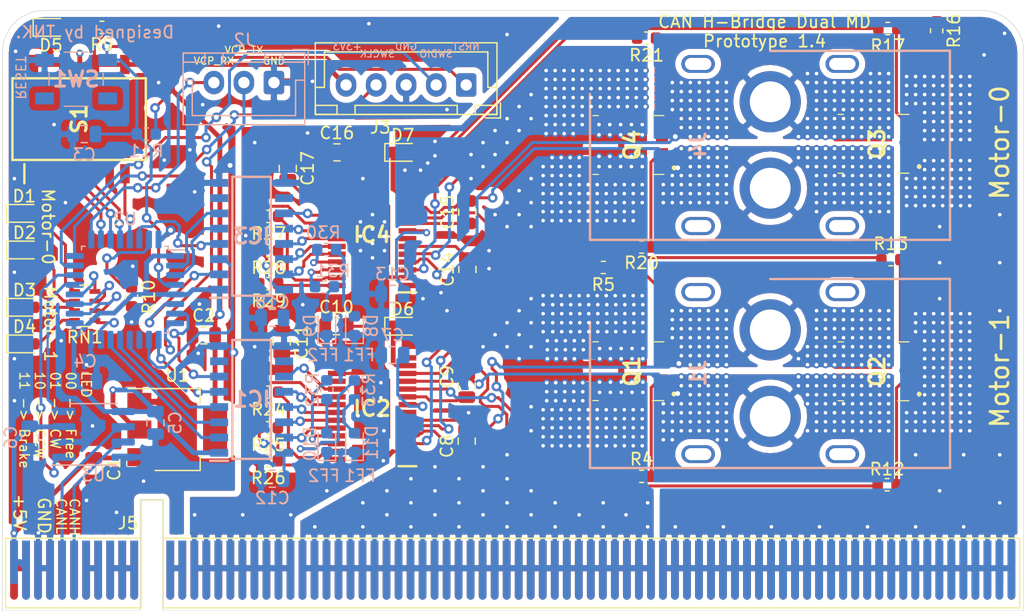
<source format=kicad_pcb>
(kicad_pcb (version 20171130) (host pcbnew "(5.1.4)-1")
  (layers (0 F.Cu signal) (31 B.Cu signal) (34 B.Paste user) (35 F.Paste user) (36 B.SilkS user) (37 F.SilkS user) (38 B.Mask user) (39 F.Mask user) (44 Edge.Cuts user))
  (net 0 "")
  (net 1 GND)
  (net 2 +5V)
  (net 3 NRST)
  (net 4 +3V3)
  (net 5 GNDPWR)
  (net 6 VREG_1)
  (net 7 "Net-(C8-Pad2)")
  (net 8 SB_1)
  (net 9 SA_1)
  (net 10 VCC)
  (net 11 SB_0)
  (net 12 VREG_0)
  (net 13 SA_0)
  (net 14 "Net-(C16-Pad1)")
  (net 15 MD_V5_1)
  (net 16 MD_V5_0)
  (net 17 "Net-(D1-Pad2)")
  (net 18 "Net-(D2-Pad2)")
  (net 19 "Net-(D4-Pad2)")
  (net 20 MD_RESET_1)
  (net 21 MD_PWMH_1)
  (net 22 MD_PWML_1)
  (net 23 MD_SR_1)
  (net 24 MD_PHASE_1)
  (net 25 GLA_1)
  (net 26 GHA_1)
  (net 27 GHB_1)
  (net 28 GLB_1)
  (net 29 IC_RESET_1)
  (net 30 IC_PWML_1)
  (net 31 IC_PWMH_1)
  (net 32 IC_SR_1)
  (net 33 IC_PHASE_1)
  (net 34 MD_PHASE_0)
  (net 35 MD_SR_0)
  (net 36 MD_PWMH_0)
  (net 37 MD_PWML_0)
  (net 38 MD_RESET_0)
  (net 39 IC_RESET_0)
  (net 40 IC_PWML_0)
  (net 41 IC_PWMH_0)
  (net 42 IC_SR_0)
  (net 43 IC_PHASE_0)
  (net 44 "Net-(IC4-Pad28)")
  (net 45 "Net-(IC4-Pad27)")
  (net 46 GLA_0)
  (net 47 GHA_0)
  (net 48 GHB_0)
  (net 49 GLB_0)
  (net 50 /SWDIO)
  (net 51 /SWCLK)
  (net 52 VCP_RX)
  (net 53 VCP_TX)
  (net 54 "Net-(Q1-Pad4)")
  (net 55 "Net-(Q1-Pad2)")
  (net 56 "Net-(Q2-Pad4)")
  (net 57 "Net-(Q2-Pad2)")
  (net 58 "Net-(Q3-Pad4)")
  (net 59 "Net-(Q3-Pad2)")
  (net 60 "Net-(Q4-Pad4)")
  (net 61 "Net-(Q4-Pad2)")
  (net 62 "Net-(C10-Pad1)")
  (net 63 "Net-(C11-Pad2)")
  (net 64 "Net-(C11-Pad1)")
  (net 65 "Net-(IC2-Pad28)")
  (net 66 "Net-(IC2-Pad27)")
  (net 67 /BOOT)
  (net 68 /CAN_TD)
  (net 69 /CAN_RD)
  (net 70 "Net-(C14-Pad2)")
  (net 71 "Net-(C15-Pad1)")
  (net 72 MD0_LED_L)
  (net 73 MD0_LED_H)
  (net 74 MD1_LED_L)
  (net 75 MD1_LED_H)
  (net 76 DIP_SW_1)
  (net 77 DIP_SW_2)
  (net 78 DIP_SW_3)
  (net 79 DIP_SW_4)
  (net 80 "Net-(D3-Pad2)")
  (net 81 "Net-(C17-Pad1)")
  (net 82 "Net-(C17-Pad2)")
  (net 83 "Net-(D5-Pad2)")
  (net 84 CAN+)
  (net 85 CAN-)
  (net 86 MD_FF2_1)
  (net 87 MD_FF1_1)
  (net 88 MD_FF1_0)
  (net 89 MD_FF2_0)
  (net 90 "Net-(D8-Pad2)")
  (net 91 "Net-(D9-Pad2)")
  (net 92 "Net-(D10-Pad2)")
  (net 93 "Net-(D11-Pad2)")
  (net 94 "Net-(C9-Pad2)")
  (net 95 "Net-(J5-PadB3)")
  (net 96 "Net-(J5-PadB4)")
  (net 97 "Net-(J5-PadB5)")
  (net 98 "Net-(J5-PadB6)")
  (net 99 "Net-(J5-PadB7)")
  (net 100 "Net-(J5-PadA5)")
  (net 101 "Net-(J5-PadA6)")
  (net 102 "Net-(J5-PadA7)")
  (module PCIe:BUS_mechaken_PCIexpress_x16_164_Position (layer F.Cu) (at 50.97 85.95)
    (fp_text reference J5 (at 9.48 -3.25) (layer F.SilkS))
    (fp_text value Bus_mechaken_PCIexpress_x16_164_Position)
    (pad B10 connect rect (at 82 0) (size 0.65 3.6) (layers F.Cu F.Mask) (net 5 GNDPWR))
    (pad B10 connect circle (at 83 2.8) (size 0.65 0.65) (layers F.Cu F.Mask) (net 5 GNDPWR))
    (pad B10 connect circle (at 79 2.8) (size 0.65 0.65) (layers F.Cu F.Mask) (net 5 GNDPWR))
    (pad B10 connect rect (at 78 0.5) (size 0.65 4.6) (layers F.Cu F.Mask) (net 5 GNDPWR))
    (pad B10 connect rect (at 72 0.5) (size 0.65 4.6) (layers F.Cu F.Mask) (net 5 GNDPWR))
    (pad B10 connect circle (at 73 2.8) (size 0.65 0.65) (layers F.Cu F.Mask) (net 5 GNDPWR))
    (pad B10 connect rect (at 79 0.5) (size 0.65 4.6) (layers F.Cu F.Mask) (net 5 GNDPWR))
    (pad B10 connect rect (at 81 0.5) (size 0.65 4.6) (layers F.Cu F.Mask) (net 5 GNDPWR))
    (pad B10 connect rect (at 73 0.5) (size 0.65 4.6) (layers F.Cu F.Mask) (net 5 GNDPWR))
    (pad B10 connect rect (at 75 0.5) (size 0.65 4.6) (layers F.Cu F.Mask) (net 5 GNDPWR))
    (pad B10 connect circle (at 81 2.8) (size 0.65 0.65) (layers F.Cu F.Mask) (net 5 GNDPWR))
    (pad B10 connect circle (at 75 2.8) (size 0.65 0.65) (layers F.Cu F.Mask) (net 5 GNDPWR))
    (pad B10 connect circle (at 77 2.8) (size 0.65 0.65) (layers F.Cu F.Mask) (net 5 GNDPWR))
    (pad B10 connect circle (at 80 2.8) (size 0.65 0.65) (layers F.Cu F.Mask) (net 5 GNDPWR))
    (pad B10 connect rect (at 77 0.5) (size 0.65 4.6) (layers F.Cu F.Mask) (net 5 GNDPWR))
    (pad B10 connect circle (at 76 2.8) (size 0.65 0.65) (layers F.Cu F.Mask) (net 5 GNDPWR))
    (pad B10 connect rect (at 80 0.5) (size 0.65 4.6) (layers F.Cu F.Mask) (net 5 GNDPWR))
    (pad B10 connect circle (at 78 2.8) (size 0.65 0.65) (layers F.Cu F.Mask) (net 5 GNDPWR))
    (pad B10 connect rect (at 74 0.5) (size 0.65 4.6) (layers F.Cu F.Mask) (net 5 GNDPWR))
    (pad B10 connect rect (at 76 0.5) (size 0.65 4.6) (layers F.Cu F.Mask) (net 5 GNDPWR))
    (pad B10 connect rect (at 83 0.5) (size 0.65 4.6) (layers F.Cu F.Mask) (net 5 GNDPWR))
    (pad B10 connect circle (at 74 2.8) (size 0.65 0.65) (layers F.Cu F.Mask) (net 5 GNDPWR))
    (pad A10 connect oval (at 77 2.8 90) (size 0.65 0.65) (layers B.Cu B.Mask) (net 5 GNDPWR))
    (pad A10 connect oval (at 73 2.8 90) (size 0.65 0.65) (layers B.Cu B.Mask) (net 5 GNDPWR))
    (pad A10 connect oval (at 74 2.8 90) (size 0.65 0.65) (layers B.Cu B.Mask) (net 5 GNDPWR))
    (pad A10 connect oval (at 79 2.8 90) (size 0.65 0.65) (layers B.Cu B.Mask) (net 5 GNDPWR))
    (pad A10 connect oval (at 71 2.8 90) (size 0.65 0.65) (layers B.Cu B.Mask) (net 5 GNDPWR))
    (pad A10 connect rect (at 70 0.5) (size 0.65 4.6) (layers B.Cu B.Mask) (net 5 GNDPWR))
    (pad A10 connect rect (at 80 0.5) (size 0.65 4.6) (layers B.Cu B.Mask) (net 5 GNDPWR))
    (pad A10 connect rect (at 75 0.5) (size 0.65 4.6) (layers B.Cu B.Mask) (net 5 GNDPWR))
    (pad A10 connect rect (at 76 0.5) (size 0.65 4.6) (layers B.Cu B.Mask) (net 5 GNDPWR))
    (pad A10 connect oval (at 75 2.8 90) (size 0.65 0.65) (layers B.Cu B.Mask) (net 5 GNDPWR))
    (pad A10 connect oval (at 76 2.8 90) (size 0.65 0.65) (layers B.Cu B.Mask) (net 5 GNDPWR))
    (pad A10 connect rect (at 79 0.5) (size 0.65 4.6) (layers B.Cu B.Mask) (net 5 GNDPWR))
    (pad A10 connect oval (at 78 2.8 90) (size 0.65 0.65) (layers B.Cu B.Mask) (net 5 GNDPWR))
    (pad A10 connect rect (at 78 0.5) (size 0.65 4.6) (layers B.Cu B.Mask) (net 5 GNDPWR))
    (pad A10 connect rect (at 83 0.5) (size 0.65 4.6) (layers B.Cu B.Mask) (net 5 GNDPWR))
    (pad A10 connect rect (at 81 0.5) (size 0.65 4.6) (layers B.Cu B.Mask) (net 5 GNDPWR))
    (pad A10 connect oval (at 80 2.8 90) (size 0.65 0.65) (layers B.Cu B.Mask) (net 5 GNDPWR))
    (pad A10 connect rect (at 72 0.5) (size 0.65 4.6) (layers B.Cu B.Mask) (net 5 GNDPWR))
    (pad A10 connect oval (at 72 2.8 90) (size 0.65 0.65) (layers B.Cu B.Mask) (net 5 GNDPWR))
    (pad A10 connect oval (at 70 2.8 90) (size 0.65 0.65) (layers B.Cu B.Mask) (net 5 GNDPWR))
    (pad A10 connect rect (at 77 0.5) (size 0.65 4.6) (layers B.Cu B.Mask) (net 5 GNDPWR))
    (pad A10 connect oval (at 83 2.8 90) (size 0.65 0.65) (layers B.Cu B.Mask) (net 5 GNDPWR))
    (pad A10 connect oval (at 82 2.8 90) (size 0.65 0.65) (layers B.Cu B.Mask) (net 5 GNDPWR))
    (pad A10 connect rect (at 82 0.5) (size 0.65 4.6) (layers B.Cu B.Mask) (net 5 GNDPWR))
    (pad A10 connect oval (at 81 2.8 90) (size 0.65 0.65) (layers B.Cu B.Mask) (net 5 GNDPWR))
    (pad A10 connect rect (at 74 0.5) (size 0.65 4.6) (layers B.Cu B.Mask) (net 5 GNDPWR))
    (pad A9 connect rect (at 50 0.5) (size 0.65 4.6) (layers B.Cu B.Mask) (net 10 VCC))
    (pad A9 connect rect (at 53 0.5) (size 0.65 4.6) (layers B.Cu B.Mask) (net 10 VCC))
    (pad A9 connect rect (at 51 0.5) (size 0.65 4.6) (layers B.Cu B.Mask) (net 10 VCC))
    (pad A9 connect rect (at 52 0.5) (size 0.65 4.6) (layers B.Cu B.Mask) (net 10 VCC))
    (pad A10 connect rect (at 54 0.5) (size 0.65 4.6) (layers B.Cu B.Mask) (net 5 GNDPWR))
    (pad A10 connect rect (at 60 0.5) (size 0.65 4.6) (layers B.Cu B.Mask) (net 5 GNDPWR))
    (pad A10 connect oval (at 57 2.8 90) (size 0.65 0.65) (layers B.Cu B.Mask) (net 5 GNDPWR))
    (pad A9 connect oval (at 50 2.8 90) (size 0.65 0.65) (layers B.Cu B.Mask) (net 10 VCC))
    (pad A10 connect rect (at 61 0.5) (size 0.65 4.6) (layers B.Cu B.Mask) (net 5 GNDPWR))
    (pad A10 connect oval (at 54 2.8 90) (size 0.65 0.65) (layers B.Cu B.Mask) (net 5 GNDPWR))
    (pad A10 connect oval (at 58 2.8 90) (size 0.65 0.65) (layers B.Cu B.Mask) (net 5 GNDPWR))
    (pad A9 connect oval (at 51 2.8 90) (size 0.65 0.65) (layers B.Cu B.Mask) (net 10 VCC))
    (pad A9 connect oval (at 52 2.8 90) (size 0.65 0.65) (layers B.Cu B.Mask) (net 10 VCC))
    (pad A10 connect oval (at 61 2.8 90) (size 0.65 0.65) (layers B.Cu B.Mask) (net 5 GNDPWR))
    (pad A10 connect oval (at 55 2.8 90) (size 0.65 0.65) (layers B.Cu B.Mask) (net 5 GNDPWR))
    (pad A10 connect oval (at 60 2.8 90) (size 0.65 0.65) (layers B.Cu B.Mask) (net 5 GNDPWR))
    (pad A9 connect oval (at 53 2.8 90) (size 0.65 0.65) (layers B.Cu B.Mask) (net 10 VCC))
    (pad A10 connect rect (at 55 0.5) (size 0.65 4.6) (layers B.Cu B.Mask) (net 5 GNDPWR))
    (pad A10 connect rect (at 56 0.5) (size 0.65 4.6) (layers B.Cu B.Mask) (net 5 GNDPWR))
    (pad A10 connect oval (at 65 2.8 90) (size 0.65 0.65) (layers B.Cu B.Mask) (net 5 GNDPWR))
    (pad A10 connect rect (at 57 0.5) (size 0.65 4.6) (layers B.Cu B.Mask) (net 5 GNDPWR))
    (pad A10 connect rect (at 58 0.5) (size 0.65 4.6) (layers B.Cu B.Mask) (net 5 GNDPWR))
    (pad A10 connect oval (at 64 2.8 90) (size 0.65 0.65) (layers B.Cu B.Mask) (net 5 GNDPWR))
    (pad A10 connect oval (at 59 2.8 90) (size 0.65 0.65) (layers B.Cu B.Mask) (net 5 GNDPWR))
    (pad A10 connect oval (at 56 2.8 90) (size 0.65 0.65) (layers B.Cu B.Mask) (net 5 GNDPWR))
    (pad A10 connect rect (at 59 0.5) (size 0.65 4.6) (layers B.Cu B.Mask) (net 5 GNDPWR))
    (pad A10 connect rect (at 62 0.5) (size 0.65 4.6) (layers B.Cu B.Mask) (net 5 GNDPWR))
    (pad A10 connect oval (at 62 2.8 90) (size 0.65 0.65) (layers B.Cu B.Mask) (net 5 GNDPWR))
    (pad A10 connect oval (at 63 2.8 90) (size 0.65 0.65) (layers B.Cu B.Mask) (net 5 GNDPWR))
    (pad A10 connect rect (at 67 0.5) (size 0.65 4.6) (layers B.Cu B.Mask) (net 5 GNDPWR))
    (pad A10 connect oval (at 66 2.8 90) (size 0.65 0.65) (layers B.Cu B.Mask) (net 5 GNDPWR))
    (pad A10 connect oval (at 67 2.8 90) (size 0.65 0.65) (layers B.Cu B.Mask) (net 5 GNDPWR))
    (pad A10 connect oval (at 69 2.8 90) (size 0.65 0.65) (layers B.Cu B.Mask) (net 5 GNDPWR))
    (pad A10 connect rect (at 69 0.5) (size 0.65 4.6) (layers B.Cu B.Mask) (net 5 GNDPWR))
    (pad A10 connect rect (at 65 0.5) (size 0.65 4.6) (layers B.Cu B.Mask) (net 5 GNDPWR))
    (pad A10 connect oval (at 68 2.8 90) (size 0.65 0.65) (layers B.Cu B.Mask) (net 5 GNDPWR))
    (pad A10 connect rect (at 68 0.5) (size 0.65 4.6) (layers B.Cu B.Mask) (net 5 GNDPWR))
    (pad A10 connect rect (at 66 0.5) (size 0.65 4.6) (layers B.Cu B.Mask) (net 5 GNDPWR))
    (pad A10 connect rect (at 71 0.5) (size 0.65 4.6) (layers B.Cu B.Mask) (net 5 GNDPWR))
    (pad A10 connect rect (at 73 0.5) (size 0.65 4.6) (layers B.Cu B.Mask) (net 5 GNDPWR))
    (pad A10 connect rect (at 64 0.5) (size 0.65 4.6) (layers B.Cu B.Mask) (net 5 GNDPWR))
    (pad A10 connect rect (at 63 0.5) (size 0.65 4.6) (layers B.Cu B.Mask) (net 5 GNDPWR))
    (pad B1 connect rect (at 0 0.5) (size 0.65 4.6) (layers F.Cu F.Mask) (net 2 +5V))
    (pad B1 connect rect (at 1 0.5) (size 0.65 4.6) (layers F.Cu F.Mask) (net 2 +5V))
    (pad B2 connect rect (at 2 0.5) (size 0.65 4.6) (layers F.Cu F.Mask) (net 1 GND))
    (pad B2 connect rect (at 3 0.5) (size 0.65 4.6) (layers F.Cu F.Mask) (net 1 GND))
    (pad B3 connect rect (at 4 0.5) (size 0.65 4.6) (layers F.Cu F.Mask) (net 95 "Net-(J5-PadB3)"))
    (pad B4 connect rect (at 5 0.5) (size 0.65 4.6) (layers F.Cu F.Mask) (net 96 "Net-(J5-PadB4)"))
    (pad B5 connect rect (at 6 0.5) (size 0.65 4.6) (layers F.Cu F.Mask) (net 97 "Net-(J5-PadB5)"))
    (pad B5 connect rect (at 7 0.5) (size 0.65 4.6) (layers F.Cu F.Mask) (net 97 "Net-(J5-PadB5)"))
    (pad B6 connect rect (at 8 0.5) (size 0.65 4.6) (layers F.Cu F.Mask) (net 98 "Net-(J5-PadB6)"))
    (pad B6 connect rect (at 9 0.5) (size 0.65 4.6) (layers F.Cu F.Mask) (net 98 "Net-(J5-PadB6)"))
    (pad B6 connect rect (at 10 0.5) (size 0.65 4.6) (layers F.Cu F.Mask) (net 98 "Net-(J5-PadB6)"))
    (pad B8 connect rect (at 15 0.5) (size 0.65 4.6) (layers F.Cu F.Mask) (net 5 GNDPWR))
    (pad B8 connect rect (at 16 0.5) (size 0.65 4.6) (layers F.Cu F.Mask) (net 5 GNDPWR))
    (pad B8 connect rect (at 17 0.5) (size 0.65 4.6) (layers F.Cu F.Mask) (net 5 GNDPWR))
    (pad B8 connect rect (at 19 0.5) (size 0.65 4.6) (layers F.Cu F.Mask) (net 5 GNDPWR))
    (pad B7 connect rect (at 13 0.5) (size 0.65 4.6) (layers F.Cu F.Mask) (net 99 "Net-(J5-PadB7)"))
    (pad B7 connect rect (at 14 0.5) (size 0.65 4.6) (layers F.Cu F.Mask) (net 99 "Net-(J5-PadB7)"))
    (pad A1 connect rect (at 0 0) (size 0.65 3.6) (layers B.Cu B.Mask) (net 2 +5V))
    (pad A1 connect rect (at 1 0.5) (size 0.65 4.6) (layers B.Cu B.Mask) (net 2 +5V))
    (pad A2 connect rect (at 2 0.5) (size 0.65 4.6) (layers B.Cu B.Mask) (net 1 GND))
    (pad A2 connect rect (at 3 0.5) (size 0.65 4.6) (layers B.Cu B.Mask) (net 1 GND))
    (pad A3 connect rect (at 4 0.5) (size 0.65 4.6) (layers B.Cu B.Mask) (net 85 CAN-))
    (pad A4 connect rect (at 5 0.5) (size 0.65 4.6) (layers B.Cu B.Mask) (net 84 CAN+))
    (pad A5 connect rect (at 6 0.5) (size 0.65 4.6) (layers B.Cu B.Mask) (net 100 "Net-(J5-PadA5)"))
    (pad A5 connect rect (at 7 0.5) (size 0.65 4.6) (layers B.Cu B.Mask) (net 100 "Net-(J5-PadA5)"))
    (pad A6 connect rect (at 8 0.5) (size 0.65 4.6) (layers B.Cu B.Mask) (net 101 "Net-(J5-PadA6)"))
    (pad A6 connect rect (at 9 0.5) (size 0.65 4.6) (layers B.Cu B.Mask) (net 101 "Net-(J5-PadA6)"))
    (pad A6 connect rect (at 10 0.5) (size 0.65 4.6) (layers B.Cu B.Mask) (net 101 "Net-(J5-PadA6)"))
    (pad A8 connect rect (at 15 0.5) (size 0.65 4.6) (layers B.Cu B.Mask) (net 5 GNDPWR))
    (pad A8 connect rect (at 16 0.5) (size 0.65 4.6) (layers B.Cu B.Mask) (net 5 GNDPWR))
    (pad A8 connect rect (at 17 0.5) (size 0.65 4.6) (layers B.Cu B.Mask) (net 5 GNDPWR))
    (pad A8 connect rect (at 18 0.5) (size 0.65 4.6) (layers B.Cu B.Mask) (net 5 GNDPWR))
    (pad A8 connect rect (at 19 0.5) (size 0.65 4.6) (layers B.Cu B.Mask) (net 5 GNDPWR))
    (pad A7 connect rect (at 13 0.5) (size 0.65 4.6) (layers B.Cu B.Mask) (net 102 "Net-(J5-PadA7)"))
    (pad A7 connect rect (at 14 0.5) (size 0.65 4.6) (layers B.Cu B.Mask) (net 102 "Net-(J5-PadA7)"))
    (pad B2 connect circle (at 2 2.8) (size 0.65 0.65) (layers F.Cu F.Mask) (net 1 GND))
    (pad B2 connect circle (at 3 2.8) (size 0.65 0.65) (layers F.Cu F.Mask) (net 1 GND))
    (pad B3 connect circle (at 4 2.8) (size 0.65 0.65) (layers F.Cu F.Mask) (net 95 "Net-(J5-PadB3)"))
    (pad B4 connect circle (at 5 2.8) (size 0.65 0.65) (layers F.Cu F.Mask) (net 96 "Net-(J5-PadB4)"))
    (pad B5 connect circle (at 6 2.8) (size 0.65 0.65) (layers F.Cu F.Mask) (net 97 "Net-(J5-PadB5)"))
    (pad B5 connect circle (at 7 2.8) (size 0.65 0.65) (layers F.Cu F.Mask) (net 97 "Net-(J5-PadB5)"))
    (pad B6 connect circle (at 8 2.8) (size 0.65 0.65) (layers F.Cu F.Mask) (net 98 "Net-(J5-PadB6)"))
    (pad B6 connect circle (at 9 2.8) (size 0.65 0.65) (layers F.Cu F.Mask) (net 98 "Net-(J5-PadB6)"))
    (pad B6 connect circle (at 10 2.8) (size 0.65 0.65) (layers F.Cu F.Mask) (net 98 "Net-(J5-PadB6)"))
    (pad B1 connect circle (at 0 2.8) (size 0.65 0.65) (layers F.Cu F.Mask) (net 2 +5V))
    (pad B7 connect circle (at 13 2.8) (size 0.65 0.65) (layers F.Cu F.Mask) (net 99 "Net-(J5-PadB7)"))
    (pad B7 connect circle (at 14 2.8) (size 0.65 0.65) (layers F.Cu F.Mask) (net 99 "Net-(J5-PadB7)"))
    (pad B8 connect circle (at 15 2.8) (size 0.65 0.65) (layers F.Cu F.Mask) (net 5 GNDPWR))
    (pad B8 connect circle (at 16 2.8) (size 0.65 0.65) (layers F.Cu F.Mask) (net 5 GNDPWR))
    (pad B8 connect circle (at 17 2.8) (size 0.65 0.65) (layers F.Cu F.Mask) (net 5 GNDPWR))
    (pad B1 connect circle (at 1 2.8) (size 0.65 0.65) (layers F.Cu F.Mask) (net 2 +5V))
    (pad A2 connect oval (at 3 2.8 90) (size 0.65 0.65) (layers B.Cu B.Mask) (net 1 GND))
    (pad A3 connect oval (at 4 2.8 90) (size 0.65 0.65) (layers B.Cu B.Mask) (net 85 CAN-))
    (pad A4 connect oval (at 5 2.8 90) (size 0.65 0.65) (layers B.Cu B.Mask) (net 84 CAN+))
    (pad A5 connect oval (at 6 2.8 90) (size 0.65 0.65) (layers B.Cu B.Mask) (net 100 "Net-(J5-PadA5)"))
    (pad A5 connect oval (at 7 2.8 90) (size 0.65 0.65) (layers B.Cu B.Mask) (net 100 "Net-(J5-PadA5)"))
    (pad A6 connect oval (at 8 2.8 90) (size 0.65 0.65) (layers B.Cu B.Mask) (net 101 "Net-(J5-PadA6)"))
    (pad A6 connect oval (at 9 2.8 90) (size 0.65 0.65) (layers B.Cu B.Mask) (net 101 "Net-(J5-PadA6)"))
    (pad A8 connect oval (at 15 2.8 90) (size 0.65 0.65) (layers B.Cu B.Mask) (net 5 GNDPWR))
    (pad A8 connect oval (at 16 2.8 90) (size 0.65 0.65) (layers B.Cu B.Mask) (net 5 GNDPWR))
    (pad A2 connect oval (at 2 2.8 90) (size 0.65 0.65) (layers B.Cu B.Mask) (net 1 GND))
    (pad A7 connect oval (at 14 2.8 90) (size 0.65 0.65) (layers B.Cu B.Mask) (net 102 "Net-(J5-PadA7)"))
    (pad A8 connect oval (at 17 2.8 90) (size 0.65 0.65) (layers B.Cu B.Mask) (net 5 GNDPWR))
    (pad A6 connect oval (at 10 2.8 90) (size 0.65 0.65) (layers B.Cu B.Mask) (net 101 "Net-(J5-PadA6)"))
    (pad A7 connect oval (at 13 2.8 90) (size 0.65 0.65) (layers B.Cu B.Mask) (net 102 "Net-(J5-PadA7)"))
    (pad A8 connect oval (at 18 2.8 90) (size 0.65 0.65) (layers B.Cu B.Mask) (net 5 GNDPWR))
    (pad A8 connect oval (at 19 2.8 90) (size 0.65 0.65) (layers B.Cu B.Mask) (net 5 GNDPWR))
    (pad A1 connect oval (at 1 2.8 90) (size 0.65 0.65) (layers B.Cu B.Mask) (net 2 +5V))
    (pad B8 connect rect (at 18 0.5) (size 0.65 4.6) (layers F.Cu F.Mask) (net 5 GNDPWR))
    (pad B8 connect circle (at 18 2.8) (size 0.65 0.65) (layers F.Cu F.Mask) (net 5 GNDPWR))
    (pad A8 connect rect (at 22 0.5) (size 0.65 4.6) (layers B.Cu B.Mask) (net 5 GNDPWR))
    (pad A8 connect rect (at 21 0.5) (size 0.65 4.6) (layers B.Cu B.Mask) (net 5 GNDPWR))
    (pad B8 connect rect (at 23 0.5) (size 0.65 4.6) (layers F.Cu F.Mask) (net 5 GNDPWR))
    (pad B9 connect rect (at 25 0.5) (size 0.65 4.6) (layers F.Cu F.Mask) (net 10 VCC))
    (pad B9 connect circle (at 25 2.8) (size 0.65 0.65) (layers F.Cu F.Mask) (net 10 VCC))
    (pad B8 connect rect (at 22 0.5) (size 0.65 4.6) (layers F.Cu F.Mask) (net 5 GNDPWR))
    (pad B8 connect rect (at 20 0.5) (size 0.65 4.6) (layers F.Cu F.Mask) (net 5 GNDPWR))
    (pad A8 connect rect (at 23 0.5) (size 0.65 4.6) (layers B.Cu B.Mask) (net 5 GNDPWR))
    (pad A9 connect rect (at 24 0.5) (size 0.65 4.6) (layers B.Cu B.Mask) (net 10 VCC))
    (pad B8 connect rect (at 21 0.5) (size 0.65 4.6) (layers F.Cu F.Mask) (net 5 GNDPWR))
    (pad A8 connect rect (at 20 0.5) (size 0.65 4.6) (layers B.Cu B.Mask) (net 5 GNDPWR))
    (pad A8 connect oval (at 21 2.8 90) (size 0.65 0.65) (layers B.Cu B.Mask) (net 5 GNDPWR))
    (pad A8 connect oval (at 23 2.8 90) (size 0.65 0.65) (layers B.Cu B.Mask) (net 5 GNDPWR))
    (pad A8 connect oval (at 19 2.8 90) (size 0.65 0.65) (layers B.Cu B.Mask) (net 5 GNDPWR))
    (pad B8 connect circle (at 21 2.8) (size 0.65 0.65) (layers F.Cu F.Mask) (net 5 GNDPWR))
    (pad B8 connect circle (at 23 2.8) (size 0.65 0.65) (layers F.Cu F.Mask) (net 5 GNDPWR))
    (pad A9 connect oval (at 24 2.8 90) (size 0.65 0.65) (layers B.Cu B.Mask) (net 10 VCC))
    (pad B8 connect circle (at 20 2.8) (size 0.65 0.65) (layers F.Cu F.Mask) (net 5 GNDPWR))
    (pad A9 connect oval (at 25 2.8 90) (size 0.65 0.65) (layers B.Cu B.Mask) (net 10 VCC))
    (pad A8 connect oval (at 22 2.8 90) (size 0.65 0.65) (layers B.Cu B.Mask) (net 5 GNDPWR))
    (pad B8 connect circle (at 22 2.8) (size 0.65 0.65) (layers F.Cu F.Mask) (net 5 GNDPWR))
    (pad A8 connect oval (at 20 2.8 90) (size 0.65 0.65) (layers B.Cu B.Mask) (net 5 GNDPWR))
    (pad B8 connect circle (at 19 2.8) (size 0.65 0.65) (layers F.Cu F.Mask) (net 5 GNDPWR))
    (pad B9 connect circle (at 24 2.8) (size 0.65 0.65) (layers F.Cu F.Mask) (net 10 VCC))
    (pad B9 connect rect (at 24 0.5) (size 0.65 4.6) (layers F.Cu F.Mask) (net 10 VCC))
    (pad B9 connect rect (at 28 0.5) (size 0.65 4.6) (layers F.Cu F.Mask) (net 10 VCC))
    (pad B9 connect rect (at 29 0.5) (size 0.65 4.6) (layers F.Cu F.Mask) (net 10 VCC))
    (pad B9 connect rect (at 27 0.5) (size 0.65 4.6) (layers F.Cu F.Mask) (net 10 VCC))
    (pad B9 connect rect (at 26 0.5) (size 0.65 4.6) (layers F.Cu F.Mask) (net 10 VCC))
    (pad B9 connect circle (at 28 2.8) (size 0.65 0.65) (layers F.Cu F.Mask) (net 10 VCC))
    (pad A9 connect oval (at 29 2.8 90) (size 0.65 0.65) (layers B.Cu B.Mask) (net 10 VCC))
    (pad A9 connect oval (at 28 2.8 90) (size 0.65 0.65) (layers B.Cu B.Mask) (net 10 VCC))
    (pad A9 connect rect (at 25 0.5) (size 0.65 4.6) (layers B.Cu B.Mask) (net 10 VCC))
    (pad A9 connect rect (at 28 0.5) (size 0.65 4.6) (layers B.Cu B.Mask) (net 10 VCC))
    (pad A9 connect rect (at 26 0.5) (size 0.65 4.6) (layers B.Cu B.Mask) (net 10 VCC))
    (pad B9 connect circle (at 26 2.8) (size 0.65 0.65) (layers F.Cu F.Mask) (net 10 VCC))
    (pad A9 connect rect (at 27 0.5) (size 0.65 4.6) (layers B.Cu B.Mask) (net 10 VCC))
    (pad A9 connect oval (at 27 2.8 90) (size 0.65 0.65) (layers B.Cu B.Mask) (net 10 VCC))
    (pad B9 connect circle (at 27 2.8) (size 0.65 0.65) (layers F.Cu F.Mask) (net 10 VCC))
    (pad A9 connect oval (at 26 2.8 90) (size 0.65 0.65) (layers B.Cu B.Mask) (net 10 VCC))
    (pad B9 connect rect (at 31 0.5) (size 0.65 4.6) (layers F.Cu F.Mask) (net 10 VCC))
    (pad B9 connect rect (at 32 0.5) (size 0.65 4.6) (layers F.Cu F.Mask) (net 10 VCC))
    (pad B9 connect rect (at 30 0.5) (size 0.65 4.6) (layers F.Cu F.Mask) (net 10 VCC))
    (pad A9 connect rect (at 31 0.5) (size 0.65 4.6) (layers B.Cu B.Mask) (net 10 VCC))
    (pad A9 connect rect (at 33 0.5) (size 0.65 4.6) (layers B.Cu B.Mask) (net 10 VCC))
    (pad B9 connect rect (at 33 0.5) (size 0.65 4.6) (layers F.Cu F.Mask) (net 10 VCC))
    (pad A9 connect rect (at 29 0.5) (size 0.65 4.6) (layers B.Cu B.Mask) (net 10 VCC))
    (pad A9 connect rect (at 32 0.5) (size 0.65 4.6) (layers B.Cu B.Mask) (net 10 VCC))
    (pad A9 connect oval (at 32 2.8 90) (size 0.65 0.65) (layers B.Cu B.Mask) (net 10 VCC))
    (pad B9 connect circle (at 29 2.8) (size 0.65 0.65) (layers F.Cu F.Mask) (net 10 VCC))
    (pad B9 connect circle (at 30 2.8) (size 0.65 0.65) (layers F.Cu F.Mask) (net 10 VCC))
    (pad A9 connect oval (at 30 2.8 90) (size 0.65 0.65) (layers B.Cu B.Mask) (net 10 VCC))
    (pad A9 connect oval (at 33 2.8 90) (size 0.65 0.65) (layers B.Cu B.Mask) (net 10 VCC))
    (pad B9 connect circle (at 31 2.8) (size 0.65 0.65) (layers F.Cu F.Mask) (net 10 VCC))
    (pad A9 connect oval (at 31 2.8 90) (size 0.65 0.65) (layers B.Cu B.Mask) (net 10 VCC))
    (pad B9 connect circle (at 32 2.8) (size 0.65 0.65) (layers F.Cu F.Mask) (net 10 VCC))
    (pad A9 connect rect (at 30 0.5) (size 0.65 4.6) (layers B.Cu B.Mask) (net 10 VCC))
    (pad B9 connect rect (at 35 0.5) (size 0.65 4.6) (layers F.Cu F.Mask) (net 10 VCC))
    (pad B9 connect rect (at 36 0.5) (size 0.65 4.6) (layers F.Cu F.Mask) (net 10 VCC))
    (pad B9 connect rect (at 34 0.5) (size 0.65 4.6) (layers F.Cu F.Mask) (net 10 VCC))
    (pad A9 connect rect (at 35 0.5) (size 0.65 4.6) (layers B.Cu B.Mask) (net 10 VCC))
    (pad A9 connect rect (at 37 0.5) (size 0.65 4.6) (layers B.Cu B.Mask) (net 10 VCC))
    (pad A9 connect rect (at 36 0.5) (size 0.65 4.6) (layers B.Cu B.Mask) (net 10 VCC))
    (pad A9 connect oval (at 36 2.8 90) (size 0.65 0.65) (layers B.Cu B.Mask) (net 10 VCC))
    (pad B9 connect circle (at 33 2.8) (size 0.65 0.65) (layers F.Cu F.Mask) (net 10 VCC))
    (pad B9 connect circle (at 37 2.8) (size 0.65 0.65) (layers F.Cu F.Mask) (net 10 VCC))
    (pad B9 connect circle (at 34 2.8) (size 0.65 0.65) (layers F.Cu F.Mask) (net 10 VCC))
    (pad A9 connect oval (at 34 2.8 90) (size 0.65 0.65) (layers B.Cu B.Mask) (net 10 VCC))
    (pad A9 connect oval (at 37 2.8 90) (size 0.65 0.65) (layers B.Cu B.Mask) (net 10 VCC))
    (pad B9 connect circle (at 35 2.8) (size 0.65 0.65) (layers F.Cu F.Mask) (net 10 VCC))
    (pad A9 connect oval (at 35 2.8 90) (size 0.65 0.65) (layers B.Cu B.Mask) (net 10 VCC))
    (pad B9 connect circle (at 36 2.8) (size 0.65 0.65) (layers F.Cu F.Mask) (net 10 VCC))
    (pad A9 connect rect (at 34 0.5) (size 0.65 4.6) (layers B.Cu B.Mask) (net 10 VCC))
    (pad B9 connect rect (at 39 0.5) (size 0.65 4.6) (layers F.Cu F.Mask) (net 10 VCC))
    (pad B9 connect rect (at 40 0.5) (size 0.65 4.6) (layers F.Cu F.Mask) (net 10 VCC))
    (pad B9 connect rect (at 38 0.5) (size 0.65 4.6) (layers F.Cu F.Mask) (net 10 VCC))
    (pad A9 connect rect (at 39 0.5) (size 0.65 4.6) (layers B.Cu B.Mask) (net 10 VCC))
    (pad B9 connect rect (at 37 0.5) (size 0.65 4.6) (layers F.Cu F.Mask) (net 10 VCC))
    (pad A9 connect rect (at 40 0.5) (size 0.65 4.6) (layers B.Cu B.Mask) (net 10 VCC))
    (pad A9 connect oval (at 40 2.8 90) (size 0.65 0.65) (layers B.Cu B.Mask) (net 10 VCC))
    (pad B9 connect circle (at 41 2.8) (size 0.65 0.65) (layers F.Cu F.Mask) (net 10 VCC))
    (pad B9 connect circle (at 38 2.8) (size 0.65 0.65) (layers F.Cu F.Mask) (net 10 VCC))
    (pad A9 connect oval (at 38 2.8 90) (size 0.65 0.65) (layers B.Cu B.Mask) (net 10 VCC))
    (pad A9 connect oval (at 41 2.8 90) (size 0.65 0.65) (layers B.Cu B.Mask) (net 10 VCC))
    (pad B9 connect circle (at 39 2.8 90) (size 0.65 0.65) (layers F.Cu F.Mask) (net 10 VCC))
    (pad A9 connect oval (at 39 2.8 90) (size 0.65 0.65) (layers B.Cu B.Mask) (net 10 VCC))
    (pad B9 connect circle (at 40 2.8) (size 0.65 0.65) (layers F.Cu F.Mask) (net 10 VCC))
    (pad A9 connect rect (at 38 0.5) (size 0.65 4.6) (layers B.Cu B.Mask) (net 10 VCC))
    (pad B9 connect rect (at 42 0.5) (size 0.65 4.6) (layers F.Cu F.Mask) (net 10 VCC))
    (pad A9 connect rect (at 43 0.5) (size 0.65 4.6) (layers B.Cu B.Mask) (net 10 VCC))
    (pad A9 connect rect (at 45 0.5) (size 0.65 4.6) (layers B.Cu B.Mask) (net 10 VCC))
    (pad B9 connect rect (at 41 0.5) (size 0.65 4.6) (layers F.Cu F.Mask) (net 10 VCC))
    (pad A9 connect rect (at 41 0.5) (size 0.65 4.6) (layers B.Cu B.Mask) (net 10 VCC))
    (pad A9 connect rect (at 44 0.5) (size 0.65 4.6) (layers B.Cu B.Mask) (net 10 VCC))
    (pad A9 connect oval (at 44 2.8 90) (size 0.65 0.65) (layers B.Cu B.Mask) (net 10 VCC))
    (pad B9 connect circle (at 42 2.8) (size 0.65 0.65) (layers F.Cu F.Mask) (net 10 VCC))
    (pad A9 connect oval (at 42 2.8 90) (size 0.65 0.65) (layers B.Cu B.Mask) (net 10 VCC))
    (pad A9 connect oval (at 45 2.8 90) (size 0.65 0.65) (layers B.Cu B.Mask) (net 10 VCC))
    (pad A9 connect oval (at 43 2.8 90) (size 0.65 0.65) (layers B.Cu B.Mask) (net 10 VCC))
    (pad A9 connect rect (at 42 0.5) (size 0.65 4.6) (layers B.Cu B.Mask) (net 10 VCC))
    (pad A9 connect rect (at 47 0.5) (size 0.65 4.6) (layers B.Cu B.Mask) (net 10 VCC))
    (pad A9 connect rect (at 49 0.5) (size 0.65 4.6) (layers B.Cu B.Mask) (net 10 VCC))
    (pad A9 connect rect (at 48 0.5) (size 0.65 4.6) (layers B.Cu B.Mask) (net 10 VCC))
    (pad A9 connect oval (at 48 2.8 90) (size 0.65 0.65) (layers B.Cu B.Mask) (net 10 VCC))
    (pad A9 connect oval (at 46 2.8 90) (size 0.65 0.65) (layers B.Cu B.Mask) (net 10 VCC))
    (pad A9 connect oval (at 49 2.8 90) (size 0.65 0.65) (layers B.Cu B.Mask) (net 10 VCC))
    (pad A9 connect oval (at 47 2.8 90) (size 0.65 0.65) (layers B.Cu B.Mask) (net 10 VCC))
    (pad A9 connect rect (at 46 0.5) (size 0.65 4.6) (layers B.Cu B.Mask) (net 10 VCC))
    (pad B9 connect rect (at 44 0.5) (size 0.65 4.6) (layers F.Cu F.Mask) (net 10 VCC))
    (pad B9 connect rect (at 48 0.5) (size 0.65 4.6) (layers F.Cu F.Mask) (net 10 VCC))
    (pad B9 connect rect (at 45 0.5) (size 0.65 4.6) (layers F.Cu F.Mask) (net 10 VCC))
    (pad B9 connect rect (at 43 0.5) (size 0.65 4.6) (layers F.Cu F.Mask) (net 10 VCC))
    (pad B9 connect rect (at 46 0.5) (size 0.65 4.6) (layers F.Cu F.Mask) (net 10 VCC))
    (pad B9 connect rect (at 50 0.5) (size 0.65 4.6) (layers F.Cu F.Mask) (net 10 VCC))
    (pad B9 connect circle (at 53 2.8) (size 0.65 0.65) (layers F.Cu F.Mask) (net 10 VCC))
    (pad B9 connect rect (at 53 0.5) (size 0.65 4.6) (layers F.Cu F.Mask) (net 10 VCC))
    (pad B9 connect rect (at 47 0.5) (size 0.65 4.6) (layers F.Cu F.Mask) (net 10 VCC))
    (pad B10 connect rect (at 57 0.5) (size 0.65 4.6) (layers F.Cu F.Mask) (net 5 GNDPWR))
    (pad B9 connect circle (at 47 2.8) (size 0.65 0.65) (layers F.Cu F.Mask) (net 10 VCC))
    (pad B9 connect circle (at 46 2.8) (size 0.65 0.65) (layers F.Cu F.Mask) (net 10 VCC))
    (pad B10 connect rect (at 54 0.5) (size 0.65 4.6) (layers F.Cu F.Mask) (net 5 GNDPWR))
    (pad B10 connect circle (at 54 2.8) (size 0.65 0.65) (layers F.Cu F.Mask) (net 5 GNDPWR))
    (pad B9 connect rect (at 49 0.5) (size 0.65 4.6) (layers F.Cu F.Mask) (net 10 VCC))
    (pad B9 connect circle (at 50 2.8) (size 0.65 0.65) (layers F.Cu F.Mask) (net 10 VCC))
    (pad B9 connect circle (at 52 2.8) (size 0.65 0.65) (layers F.Cu F.Mask) (net 10 VCC))
    (pad B10 connect rect (at 56 0.5) (size 0.65 4.6) (layers F.Cu F.Mask) (net 5 GNDPWR))
    (pad B9 connect circle (at 48 2.8) (size 0.65 0.65) (layers F.Cu F.Mask) (net 10 VCC))
    (pad B9 connect circle (at 44 2.8) (size 0.65 0.65) (layers F.Cu F.Mask) (net 10 VCC))
    (pad B10 connect rect (at 55 0.5) (size 0.65 4.6) (layers F.Cu F.Mask) (net 5 GNDPWR))
    (pad B9 connect rect (at 52 0.5) (size 0.65 4.6) (layers F.Cu F.Mask) (net 10 VCC))
    (pad B9 connect circle (at 45 2.8) (size 0.65 0.65) (layers F.Cu F.Mask) (net 10 VCC))
    (pad B9 connect circle (at 42 2.8) (size 0.65 0.65) (layers F.Cu F.Mask) (net 10 VCC))
    (pad B9 connect circle (at 43 2.8) (size 0.65 0.65) (layers F.Cu F.Mask) (net 10 VCC))
    (pad B9 connect circle (at 49 2.8) (size 0.65 0.65) (layers F.Cu F.Mask) (net 10 VCC))
    (pad B10 connect rect (at 58 0.5) (size 0.65 4.6) (layers F.Cu F.Mask) (net 5 GNDPWR))
    (pad B10 connect circle (at 58 2.8) (size 0.65 0.65) (layers F.Cu F.Mask) (net 5 GNDPWR))
    (pad B9 connect rect (at 51 0.5) (size 0.65 4.6) (layers F.Cu F.Mask) (net 10 VCC))
    (pad B9 connect circle (at 51 2.8) (size 0.65 0.65) (layers F.Cu F.Mask) (net 10 VCC))
    (pad B10 connect rect (at 65 0.5) (size 0.65 4.6) (layers F.Cu F.Mask) (net 5 GNDPWR))
    (pad B10 connect circle (at 65 2.8) (size 0.65 0.65) (layers F.Cu F.Mask) (net 5 GNDPWR))
    (pad B10 connect rect (at 66 0.5) (size 0.65 4.6) (layers F.Cu F.Mask) (net 5 GNDPWR))
    (pad B10 connect circle (at 61 2.8) (size 0.65 0.65) (layers F.Cu F.Mask) (net 5 GNDPWR))
    (pad B10 connect circle (at 56 2.8) (size 0.65 0.65) (layers F.Cu F.Mask) (net 5 GNDPWR))
    (pad B10 connect rect (at 59 0.5) (size 0.65 4.6) (layers F.Cu F.Mask) (net 5 GNDPWR))
    (pad B10 connect rect (at 63 0.5) (size 0.65 4.6) (layers F.Cu F.Mask) (net 5 GNDPWR))
    (pad B10 connect circle (at 63 2.8) (size 0.65 0.65) (layers F.Cu F.Mask) (net 5 GNDPWR))
    (pad B10 connect circle (at 68 2.8) (size 0.65 0.65) (layers F.Cu F.Mask) (net 5 GNDPWR))
    (pad B10 connect circle (at 57 2.8) (size 0.65 0.65) (layers F.Cu F.Mask) (net 5 GNDPWR))
    (pad B10 connect circle (at 55 2.8) (size 0.65 0.65) (layers F.Cu F.Mask) (net 5 GNDPWR))
    (pad B10 connect circle (at 58 2.8) (size 0.65 0.65) (layers F.Cu F.Mask) (net 5 GNDPWR))
    (pad B10 connect rect (at 67 0.5) (size 0.65 4.6) (layers F.Cu F.Mask) (net 5 GNDPWR))
    (pad B10 connect circle (at 67 2.8) (size 0.65 0.65) (layers F.Cu F.Mask) (net 5 GNDPWR))
    (pad B10 connect rect (at 61 0.5) (size 0.65 4.6) (layers F.Cu F.Mask) (net 5 GNDPWR))
    (pad B10 connect rect (at 62 0.5) (size 0.65 4.6) (layers F.Cu F.Mask) (net 5 GNDPWR))
    (pad B10 connect rect (at 60 0.5) (size 0.65 4.6) (layers F.Cu F.Mask) (net 5 GNDPWR))
    (pad B10 connect circle (at 60 2.8) (size 0.65 0.65) (layers F.Cu F.Mask) (net 5 GNDPWR))
    (pad B10 connect circle (at 64 2.8) (size 0.65 0.65) (layers F.Cu F.Mask) (net 5 GNDPWR))
    (pad B10 connect rect (at 68 0.5) (size 0.65 4.6) (layers F.Cu F.Mask) (net 5 GNDPWR))
    (pad B10 connect circle (at 59 2.8) (size 0.65 0.65) (layers F.Cu F.Mask) (net 5 GNDPWR))
    (pad B10 connect rect (at 69 0.5) (size 0.65 4.6) (layers F.Cu F.Mask) (net 5 GNDPWR))
    (pad B10 connect circle (at 70 2.8) (size 0.65 0.65) (layers F.Cu F.Mask) (net 5 GNDPWR))
    (pad B10 connect circle (at 69 2.8) (size 0.65 0.65) (layers F.Cu F.Mask) (net 5 GNDPWR))
    (pad B10 connect circle (at 66 2.8) (size 0.65 0.65) (layers F.Cu F.Mask) (net 5 GNDPWR))
    (pad B10 connect rect (at 64 0.5) (size 0.65 4.6) (layers F.Cu F.Mask) (net 5 GNDPWR))
    (pad B10 connect circle (at 62 2.8) (size 0.65 0.65) (layers F.Cu F.Mask) (net 5 GNDPWR))
    (pad B10 connect rect (at 71 0.5) (size 0.65 4.6) (layers F.Cu F.Mask) (net 5 GNDPWR))
    (pad B10 connect rect (at 70 0.5) (size 0.65 4.6) (layers F.Cu F.Mask) (net 5 GNDPWR))
    (pad B10 connect circle (at 71 2.8) (size 0.65 0.65) (layers F.Cu F.Mask) (net 5 GNDPWR))
    (pad B10 connect circle (at 72 2.8) (size 0.65 0.65) (layers F.Cu F.Mask) (net 5 GNDPWR))
  )
  (module Connector_JST:JST_XH_B3B-XH-A_1x03_P2.50mm_Vertical (layer B.Cu) (at 72.6 46 180)
    (fp_text reference J2 (at 2.5 3.55) (layer B.SilkS) (effects (justify mirror)))
    (fp_text value Conn_01x03)
    (pad 3 thru_hole oval (at 5 0 180) (size 1.7 1.95) (drill 0.95) (layers *.Cu *.Mask) (net 52 VCP_RX))
    (pad 2 thru_hole oval (at 2.5 0 180) (size 1.7 1.95) (drill 0.95) (layers *.Cu *.Mask) (net 53 VCP_TX))
    (pad 1 thru_hole roundrect (at 0 0 180) (size 1.7 1.95) (drill 0.95) (layers *.Cu *.Mask) (roundrect_rratio 0.147059) (net 1 GND))
  )
  (module XT60:XT60PW_Reversible (layer B.Cu) (at 113.9 51.2 270)
    (fp_text reference J4 (at 0 6 90) (layer B.SilkS) (effects (font (size 1.27 1.27) (thickness 0.254)) (justify mirror)))
    (fp_text value Conn_01x02 hide)
    (pad 4 thru_hole oval (at 6.75 -6 270) (size 1.5 2.8) (drill oval 1 2.2) (layers *.Cu *.Mask))
    (pad 4 thru_hole oval (at -6.75 -6 270) (size 1.5 2.8) (drill oval 1 2.2) (layers *.Cu *.Mask))
    (pad 4 thru_hole oval (at 6.75 6 270) (size 1.5 2.8) (drill oval 1 2.2) (layers *.Cu *.Mask))
    (pad 4 thru_hole oval (at -6.75 6 270) (size 1.5 2.8) (drill oval 1 2.2) (layers *.Cu *.Mask))
    (pad 2 thru_hole circle (at 3.6 0 270) (size 5.1 5.1) (drill 3.4) (layers *.Cu *.Mask) (net 13 SA_0))
    (pad 1 thru_hole circle (at -3.6 0 270) (size 5.1 5.1) (drill 3.4) (layers *.Cu *.Mask) (net 11 SB_0))
  )
  (module XT60:XT60PW_Reversible (layer B.Cu) (at 113.9 70.2 270)
    (fp_text reference J1 (at 0 6 90) (layer B.SilkS) (effects (font (size 1.27 1.27) (thickness 0.254)) (justify mirror)))
    (fp_text value Conn_01x02 hide)
    (pad 4 thru_hole oval (at 6.75 -6 270) (size 1.5 2.8) (drill oval 1 2.2) (layers *.Cu *.Mask))
    (pad 4 thru_hole oval (at -6.75 -6 270) (size 1.5 2.8) (drill oval 1 2.2) (layers *.Cu *.Mask))
    (pad 4 thru_hole oval (at 6.75 6 270) (size 1.5 2.8) (drill oval 1 2.2) (layers *.Cu *.Mask))
    (pad 4 thru_hole oval (at -6.75 6 270) (size 1.5 2.8) (drill oval 1 2.2) (layers *.Cu *.Mask))
    (pad 2 thru_hole circle (at 3.6 0 270) (size 5.1 5.1) (drill 3.4) (layers *.Cu *.Mask) (net 9 SA_1))
    (pad 1 thru_hole circle (at -3.6 0 270) (size 5.1 5.1) (drill 3.4) (layers *.Cu *.Mask) (net 8 SB_1))
  )
  (module Resistor_SMD:R_Array_Concave_4x0603 (layer F.Cu) (at 56.85 64.6)
    (fp_text reference RN1 (at 0 2.6) (layer F.SilkS))
    (fp_text value R_Pack04)
    (pad 5 smd rect (at 0.85 1.2) (size 0.9 0.4) (layers F.Cu F.Paste F.Mask) (net 74 MD1_LED_L))
    (pad 6 smd rect (at 0.85 0.4) (size 0.9 0.4) (layers F.Cu F.Paste F.Mask) (net 75 MD1_LED_H))
    (pad 7 smd rect (at 0.85 -0.4) (size 0.9 0.4) (layers F.Cu F.Paste F.Mask) (net 72 MD0_LED_L))
    (pad 8 smd rect (at 0.85 -1.2) (size 0.9 0.4) (layers F.Cu F.Paste F.Mask) (net 73 MD0_LED_H))
    (pad 4 smd rect (at -0.85 1.2) (size 0.9 0.4) (layers F.Cu F.Paste F.Mask) (net 19 "Net-(D4-Pad2)"))
    (pad 1 smd rect (at -0.85 -1.2) (size 0.9 0.4) (layers F.Cu F.Paste F.Mask) (net 17 "Net-(D1-Pad2)"))
    (pad 3 smd rect (at -0.85 0.4) (size 0.9 0.4) (layers F.Cu F.Paste F.Mask) (net 80 "Net-(D3-Pad2)"))
    (pad 2 smd rect (at -0.85 -0.4) (size 0.9 0.4) (layers F.Cu F.Paste F.Mask) (net 18 "Net-(D2-Pad2)"))
  )
  (module LED_SMD:LED_0603_1608Metric (layer B.Cu) (at 79.3 75.9875 90)
    (fp_text reference D11 (at 0 1.43 90) (layer B.SilkS) (effects (justify mirror)))
    (fp_text value LED)
    (pad 2 smd roundrect (at 0.7875 0 90) (size 0.875 0.95) (layers B.Cu B.Paste B.Mask) (net 93 "Net-(D11-Pad2)"))
    (pad 1 smd roundrect (at -0.7875 0 90) (size 0.875 0.95) (layers B.Cu B.Paste B.Mask) (net 5 GNDPWR))
  )
  (module LED_SMD:LED_0603_1608Metric (layer B.Cu) (at 77 75.9875 90)
    (fp_text reference D10 (at -0.1125 -1.4 90) (layer B.SilkS) (effects (justify mirror)))
    (fp_text value LED)
    (pad 2 smd roundrect (at 0.7875 0 90) (size 0.875 0.95) (layers B.Cu B.Paste B.Mask) (net 92 "Net-(D10-Pad2)"))
    (pad 1 smd roundrect (at -0.7875 0 90) (size 0.875 0.95) (layers B.Cu B.Paste B.Mask) (net 5 GNDPWR))
  )
  (module LED_SMD:LED_0603_1608Metric (layer B.Cu) (at 77 66.25 90)
    (fp_text reference D9 (at 0 -1.4 90) (layer B.SilkS) (effects (justify mirror)))
    (fp_text value LED)
    (pad 2 smd roundrect (at 0.7875 0 90) (size 0.875 0.95) (layers B.Cu B.Paste B.Mask) (net 91 "Net-(D9-Pad2)"))
    (pad 1 smd roundrect (at -0.7875 0 90) (size 0.875 0.95) (layers B.Cu B.Paste B.Mask) (net 5 GNDPWR))
  )
  (module LED_SMD:LED_0603_1608Metric (layer B.Cu) (at 79.3 66.25 90)
    (fp_text reference D8 (at 0 1.43 90) (layer B.SilkS) (effects (justify mirror)))
    (fp_text value LED)
    (pad 2 smd roundrect (at 0.7875 0 90) (size 0.875 0.95) (layers B.Cu B.Paste B.Mask) (net 90 "Net-(D8-Pad2)"))
    (pad 1 smd roundrect (at -0.7875 0 90) (size 0.875 0.95) (layers B.Cu B.Paste B.Mask) (net 5 GNDPWR))
  )
  (module LED_SMD:LED_0603_1608Metric (layer F.Cu) (at 54.0445 41.402)
    (fp_text reference D5 (at 0 1.498) (layer F.SilkS))
    (fp_text value LED)
    (pad 2 smd roundrect (at 0.7875 0) (size 0.875 0.95) (layers F.Cu F.Paste F.Mask) (net 83 "Net-(D5-Pad2)"))
    (pad 1 smd roundrect (at -0.7875 0) (size 0.875 0.95) (layers F.Cu F.Paste F.Mask) (net 1 GND))
  )
  (module LED_SMD:LED_0603_1608Metric (layer F.Cu) (at 51.8455 67.766)
    (fp_text reference D4 (at 0 -1.43) (layer F.SilkS))
    (fp_text value LED)
    (pad 2 smd roundrect (at 0.7875 0) (size 0.875 0.95) (layers F.Cu F.Paste F.Mask) (net 19 "Net-(D4-Pad2)"))
    (pad 1 smd roundrect (at -0.7875 0) (size 0.875 0.95) (layers F.Cu F.Paste F.Mask) (net 1 GND))
  )
  (module LED_SMD:LED_0603_1608Metric (layer F.Cu) (at 51.8455 64.718)
    (fp_text reference D3 (at 0 -1.43) (layer F.SilkS))
    (fp_text value LED)
    (pad 2 smd roundrect (at 0.7875 0) (size 0.875 0.95) (layers F.Cu F.Paste F.Mask) (net 80 "Net-(D3-Pad2)"))
    (pad 1 smd roundrect (at -0.7875 0) (size 0.875 0.95) (layers F.Cu F.Paste F.Mask) (net 1 GND))
  )
  (module LED_SMD:LED_0603_1608Metric (layer F.Cu) (at 51.8455 59.944)
    (fp_text reference D2 (at 0 -1.43) (layer F.SilkS))
    (fp_text value LED)
    (pad 2 smd roundrect (at 0.7875 0) (size 0.875 0.95) (layers F.Cu F.Paste F.Mask) (net 18 "Net-(D2-Pad2)"))
    (pad 1 smd roundrect (at -0.7875 0) (size 0.875 0.95) (layers F.Cu F.Paste F.Mask) (net 1 GND))
  )
  (module LED_SMD:LED_0603_1608Metric (layer F.Cu) (at 51.82 56.896)
    (fp_text reference D1 (at 0 -1.43) (layer F.SilkS))
    (fp_text value LED)
    (pad 2 smd roundrect (at 0.7875 0) (size 0.875 0.95) (layers F.Cu F.Paste F.Mask) (net 17 "Net-(D1-Pad2)"))
    (pad 1 smd roundrect (at -0.7875 0) (size 0.875 0.95) (layers F.Cu F.Paste F.Mask) (net 1 GND))
  )
  (module Capacitor_SMD:C_0805_2012Metric (layer F.Cu) (at 73.75 53.15 270)
    (fp_text reference C17 (at 0 -1.65 90) (layer F.SilkS))
    (fp_text value 0.47uF)
    (pad 2 smd roundrect (at 0.9375 0 270) (size 0.975 1.4) (layers F.Cu F.Paste F.Mask) (net 82 "Net-(C17-Pad2)"))
    (pad 1 smd roundrect (at -0.9375 0 270) (size 0.975 1.4) (layers F.Cu F.Paste F.Mask) (net 81 "Net-(C17-Pad1)"))
  )
  (module Capacitor_SMD:C_0805_2012Metric (layer F.Cu) (at 73.25 67.6 270)
    (fp_text reference C11 (at 0 -1.65 90) (layer F.SilkS))
    (fp_text value 0.47uF)
    (pad 2 smd roundrect (at 0.9375 0 270) (size 0.975 1.4) (layers F.Cu F.Paste F.Mask) (net 63 "Net-(C11-Pad2)"))
    (pad 1 smd roundrect (at -0.9375 0 270) (size 0.975 1.4) (layers F.Cu F.Paste F.Mask) (net 64 "Net-(C11-Pad1)"))
  )
  (module Package_TO_SOT_SMD:SOT-223-3_TabPin2 (layer F.Cu) (at 64.55 74.9)
    (fp_text reference U1 (at 0 -4.5) (layer F.SilkS))
    (fp_text value LDL1117S33TR_SOT223-4)
    (pad 1 smd rect (at -3.15 -2.3) (size 2 1.5) (layers F.Cu F.Paste F.Mask) (net 1 GND))
    (pad 3 smd rect (at -3.15 2.3) (size 2 1.5) (layers F.Cu F.Paste F.Mask) (net 2 +5V))
    (pad 2 smd rect (at -3.15 0) (size 2 1.5) (layers F.Cu F.Paste F.Mask) (net 4 +3V3))
    (pad 2 smd rect (at 3.15 0) (size 2 3.8) (layers F.Cu F.Paste F.Mask) (net 4 +3V3))
  )
  (module Diode_SMD:D_0603_1608Metric (layer F.Cu) (at 83.312 51.816)
    (fp_text reference D7 (at 0 -1.43) (layer F.SilkS))
    (fp_text value D)
    (pad 2 smd roundrect (at 0.7875 0) (size 0.875 0.95) (layers F.Cu F.Paste F.Mask) (net 10 VCC))
    (pad 1 smd roundrect (at -0.7875 0) (size 0.875 0.95) (layers F.Cu F.Paste F.Mask) (net 14 "Net-(C16-Pad1)"))
  )
  (module Diode_SMD:D_0603_1608Metric (layer F.Cu) (at 83.312 66.294)
    (fp_text reference D6 (at 0 -1.43) (layer F.SilkS))
    (fp_text value D)
    (pad 2 smd roundrect (at 0.7875 0) (size 0.875 0.95) (layers F.Cu F.Paste F.Mask) (net 10 VCC))
    (pad 1 smd roundrect (at -0.7875 0) (size 0.875 0.95) (layers F.Cu F.Paste F.Mask) (net 62 "Net-(C10-Pad1)"))
  )
  (module Resistor_SMD:R_0603_1608Metric (layer B.Cu) (at 76.8125 63)
    (fp_text reference R31 (at 0.6875 -1.3) (layer B.SilkS) (effects (justify mirror)))
    (fp_text value 10K)
    (pad 2 smd roundrect (at 0.7875 0) (size 0.875 0.95) (layers B.Cu B.Paste B.Mask) (net 91 "Net-(D9-Pad2)"))
    (pad 1 smd roundrect (at -0.7875 0) (size 0.875 0.95) (layers B.Cu B.Paste B.Mask) (net 89 MD_FF2_0))
  )
  (module Resistor_SMD:R_0603_1608Metric (layer B.Cu) (at 76.9875 59.9)
    (fp_text reference R30 (at -0.2875 -1.4) (layer B.SilkS) (effects (justify mirror)))
    (fp_text value 10K)
    (pad 2 smd roundrect (at 0.7875 0) (size 0.875 0.95) (layers B.Cu B.Paste B.Mask) (net 90 "Net-(D8-Pad2)"))
    (pad 1 smd roundrect (at -0.7875 0) (size 0.875 0.95) (layers B.Cu B.Paste B.Mask) (net 88 MD_FF1_0))
  )
  (module Resistor_SMD:R_0603_1608Metric (layer B.Cu) (at 79.3 71.6 270)
    (fp_text reference R33 (at 0 -1.2 90) (layer B.SilkS) (effects (justify mirror)))
    (fp_text value 10K)
    (pad 2 smd roundrect (at 0.7875 0 270) (size 0.875 0.95) (layers B.Cu B.Paste B.Mask) (net 93 "Net-(D11-Pad2)"))
    (pad 1 smd roundrect (at -0.7875 0 270) (size 0.875 0.95) (layers B.Cu B.Paste B.Mask) (net 87 MD_FF1_1))
  )
  (module Resistor_SMD:R_0603_1608Metric (layer B.Cu) (at 77 71.5875 270)
    (fp_text reference R32 (at 0 1.2 90) (layer B.SilkS) (effects (justify mirror)))
    (fp_text value 10K)
    (pad 2 smd roundrect (at 0.7875 0 270) (size 0.875 0.95) (layers B.Cu B.Paste B.Mask) (net 92 "Net-(D10-Pad2)"))
    (pad 1 smd roundrect (at -0.7875 0 270) (size 0.875 0.95) (layers B.Cu B.Paste B.Mask) (net 86 MD_FF2_1))
  )
  (module Connector_JST:JST_XH_B5B-XH-A_1x05_P2.50mm_Vertical (layer F.Cu) (at 88.6 46.2 180)
    (fp_text reference J3 (at 7.15 -3.54) (layer F.SilkS))
    (fp_text value Conn_01x05)
    (pad 5 thru_hole oval (at 10 0 180) (size 1.7 1.95) (drill 0.95) (layers *.Cu *.Mask) (net 4 +3V3))
    (pad 4 thru_hole oval (at 7.5 0 180) (size 1.7 1.95) (drill 0.95) (layers *.Cu *.Mask) (net 51 /SWCLK))
    (pad 3 thru_hole oval (at 5 0 180) (size 1.7 1.95) (drill 0.95) (layers *.Cu *.Mask) (net 1 GND))
    (pad 2 thru_hole oval (at 2.5 0 180) (size 1.7 1.95) (drill 0.95) (layers *.Cu *.Mask) (net 50 /SWDIO))
    (pad 1 thru_hole roundrect (at 0 0 180) (size 1.7 1.95) (drill 0.95) (layers *.Cu *.Mask) (roundrect_rratio 0.147059) (net 3 NRST))
  )
  (module SamacSys_Parts:NVMFD5C446NLWFT1G (layer F.Cu) (at 102.397 70.04 90)
    (fp_text reference Q1 (at 0 0 90) (layer F.SilkS) (effects (font (size 1.27 1.27) (thickness 0.254))))
    (fp_text value NVMFD5C650NLWFT1G hide)
    (pad 10 smd rect (at -1.24 -0.897 90) (size 2.08 4.28) (layers F.Cu F.Paste F.Mask) (net 10 VCC))
    (pad 11 smd rect (at 1.24 -0.897 90) (size 2.08 4.28) (layers F.Cu F.Paste F.Mask) (net 10 VCC))
    (pad 12 smd rect (at 2.527 -1.757 90) (size 0.495 1.4) (layers F.Cu F.Paste F.Mask) (net 10 VCC))
    (pad 11 smd rect (at 2.527 0.543 90) (size 0.495 1.4) (layers F.Cu F.Paste F.Mask) (net 10 VCC))
    (pad 10 smd rect (at -2.527 0.543 90) (size 0.495 1.4) (layers F.Cu F.Paste F.Mask) (net 10 VCC))
    (pad 9 smd rect (at -2.527 -1.757 90) (size 0.495 1.4) (layers F.Cu F.Paste F.Mask) (net 10 VCC))
    (pad 8 smd rect (at -1.905 -3.317 180) (size 0.56 0.75) (layers F.Cu F.Paste F.Mask) (net 10 VCC))
    (pad 7 smd rect (at -0.575 -3.317 180) (size 0.56 0.75) (layers F.Cu F.Paste F.Mask) (net 10 VCC))
    (pad 6 smd rect (at 0.575 -3.317 180) (size 0.56 0.75) (layers F.Cu F.Paste F.Mask) (net 10 VCC))
    (pad 5 smd rect (at 1.905 -3.317 180) (size 0.56 0.75) (layers F.Cu F.Paste F.Mask) (net 10 VCC))
    (pad 4 smd rect (at 1.905 2.492 90) (size 0.75 1) (layers F.Cu F.Paste F.Mask) (net 54 "Net-(Q1-Pad4)"))
    (pad 3 smd rect (at 0.635 2.492 90) (size 0.75 1) (layers F.Cu F.Paste F.Mask) (net 8 SB_1))
    (pad 2 smd rect (at -0.635 2.492 90) (size 0.75 1) (layers F.Cu F.Paste F.Mask) (net 55 "Net-(Q1-Pad2)"))
    (pad 1 smd rect (at -1.905 2.492 90) (size 0.75 1) (layers F.Cu F.Paste F.Mask) (net 9 SA_1))
  )
  (module SamacSys_Parts:NVMFD5C446NLWFT1G (layer F.Cu) (at 122.797 70.05 90)
    (fp_text reference Q2 (at 0 0 90) (layer F.SilkS) (effects (font (size 1.27 1.27) (thickness 0.254))))
    (fp_text value NVMFD5C650NLWFT1G hide)
    (pad 10 smd rect (at -1.24 -0.897 90) (size 2.08 4.28) (layers F.Cu F.Paste F.Mask) (net 9 SA_1))
    (pad 11 smd rect (at 1.24 -0.897 90) (size 2.08 4.28) (layers F.Cu F.Paste F.Mask) (net 8 SB_1))
    (pad 12 smd rect (at 2.527 -1.757 90) (size 0.495 1.4) (layers F.Cu F.Paste F.Mask) (net 8 SB_1))
    (pad 11 smd rect (at 2.527 0.543 90) (size 0.495 1.4) (layers F.Cu F.Paste F.Mask) (net 8 SB_1))
    (pad 10 smd rect (at -2.527 0.543 90) (size 0.495 1.4) (layers F.Cu F.Paste F.Mask) (net 9 SA_1))
    (pad 9 smd rect (at -2.527 -1.757 90) (size 0.495 1.4) (layers F.Cu F.Paste F.Mask) (net 9 SA_1))
    (pad 8 smd rect (at -1.905 -3.317 180) (size 0.56 0.75) (layers F.Cu F.Paste F.Mask) (net 9 SA_1))
    (pad 7 smd rect (at -0.575 -3.317 180) (size 0.56 0.75) (layers F.Cu F.Paste F.Mask) (net 9 SA_1))
    (pad 6 smd rect (at 0.575 -3.317 180) (size 0.56 0.75) (layers F.Cu F.Paste F.Mask) (net 8 SB_1))
    (pad 5 smd rect (at 1.905 -3.317 180) (size 0.56 0.75) (layers F.Cu F.Paste F.Mask) (net 8 SB_1))
    (pad 4 smd rect (at 1.905 2.492 90) (size 0.75 1) (layers F.Cu F.Paste F.Mask) (net 56 "Net-(Q2-Pad4)"))
    (pad 3 smd rect (at 0.635 2.492 90) (size 0.75 1) (layers F.Cu F.Paste F.Mask) (net 5 GNDPWR))
    (pad 2 smd rect (at -0.635 2.492 90) (size 0.75 1) (layers F.Cu F.Paste F.Mask) (net 57 "Net-(Q2-Pad2)"))
    (pad 1 smd rect (at -1.905 2.492 90) (size 0.75 1) (layers F.Cu F.Paste F.Mask) (net 5 GNDPWR))
  )
  (module SamacSys_Parts:NVMFD5C446NLWFT1G (layer F.Cu) (at 122.797 51.1 90)
    (fp_text reference Q3 (at 0 0 90) (layer F.SilkS) (effects (font (size 1.27 1.27) (thickness 0.254))))
    (fp_text value NVMFD5C650NLWFT1G hide)
    (pad 1 smd rect (at -1.905 2.492 90) (size 0.75 1) (layers F.Cu F.Paste F.Mask) (net 5 GNDPWR))
    (pad 2 smd rect (at -0.635 2.492 90) (size 0.75 1) (layers F.Cu F.Paste F.Mask) (net 59 "Net-(Q3-Pad2)"))
    (pad 3 smd rect (at 0.635 2.492 90) (size 0.75 1) (layers F.Cu F.Paste F.Mask) (net 5 GNDPWR))
    (pad 4 smd rect (at 1.905 2.492 90) (size 0.75 1) (layers F.Cu F.Paste F.Mask) (net 58 "Net-(Q3-Pad4)"))
    (pad 5 smd rect (at 1.905 -3.317 180) (size 0.56 0.75) (layers F.Cu F.Paste F.Mask) (net 11 SB_0))
    (pad 6 smd rect (at 0.575 -3.317 180) (size 0.56 0.75) (layers F.Cu F.Paste F.Mask) (net 11 SB_0))
    (pad 7 smd rect (at -0.575 -3.317 180) (size 0.56 0.75) (layers F.Cu F.Paste F.Mask) (net 13 SA_0))
    (pad 8 smd rect (at -1.905 -3.317 180) (size 0.56 0.75) (layers F.Cu F.Paste F.Mask) (net 13 SA_0))
    (pad 9 smd rect (at -2.527 -1.757 90) (size 0.495 1.4) (layers F.Cu F.Paste F.Mask) (net 13 SA_0))
    (pad 10 smd rect (at -2.527 0.543 90) (size 0.495 1.4) (layers F.Cu F.Paste F.Mask) (net 13 SA_0))
    (pad 11 smd rect (at 2.527 0.543 90) (size 0.495 1.4) (layers F.Cu F.Paste F.Mask) (net 11 SB_0))
    (pad 12 smd rect (at 2.527 -1.757 90) (size 0.495 1.4) (layers F.Cu F.Paste F.Mask) (net 11 SB_0))
    (pad 11 smd rect (at 1.24 -0.897 90) (size 2.08 4.28) (layers F.Cu F.Paste F.Mask) (net 11 SB_0))
    (pad 10 smd rect (at -1.24 -0.897 90) (size 2.08 4.28) (layers F.Cu F.Paste F.Mask) (net 13 SA_0))
  )
  (module SamacSys_Parts:SOP254P980X370-8N (layer F.Cu) (at 56.388 49.044 90)
    (fp_text reference S1 (at 0 0 90) (layer F.SilkS) (effects (font (size 1.27 1.27) (thickness 0.254))))
    (fp_text value IKD0403101 hide)
    (pad 8 smd rect (at 4.55 -3.81 180) (size 0.8 1.6) (layers F.Cu F.Paste F.Mask) (net 4 +3V3))
    (pad 7 smd rect (at 4.55 -1.27 180) (size 0.8 1.6) (layers F.Cu F.Paste F.Mask) (net 4 +3V3))
    (pad 6 smd rect (at 4.55 1.27 180) (size 0.8 1.6) (layers F.Cu F.Paste F.Mask) (net 4 +3V3))
    (pad 5 smd rect (at 4.55 3.81 180) (size 0.8 1.6) (layers F.Cu F.Paste F.Mask) (net 4 +3V3))
    (pad 4 smd rect (at -4.55 3.81 180) (size 0.8 1.6) (layers F.Cu F.Paste F.Mask) (net 79 DIP_SW_4))
    (pad 3 smd rect (at -4.55 1.27 180) (size 0.8 1.6) (layers F.Cu F.Paste F.Mask) (net 78 DIP_SW_3))
    (pad 2 smd rect (at -4.55 -1.27 180) (size 0.8 1.6) (layers F.Cu F.Paste F.Mask) (net 77 DIP_SW_2))
    (pad 1 smd rect (at -4.55 -3.81 180) (size 0.8 1.6) (layers F.Cu F.Paste F.Mask) (net 76 DIP_SW_1))
  )
  (module Capacitor_SMD:C_0805_2012Metric (layer B.Cu) (at 52.3 75.5625 90)
    (fp_text reference C6 (at 0 -1.6 270) (layer B.SilkS) (effects (justify mirror)))
    (fp_text value 0.1uF)
    (pad 2 smd roundrect (at 0.9375 0 90) (size 0.975 1.4) (layers B.Cu B.Paste B.Mask) (net 2 +5V))
    (pad 1 smd roundrect (at -0.9375 0 90) (size 0.975 1.4) (layers B.Cu B.Paste B.Mask) (net 1 GND))
  )
  (module Package_SO:SOIC-8_3.9x4.9mm_P1.27mm (layer B.Cu) (at 57.575 75.3)
    (fp_text reference U3 (at 0 3.4) (layer B.SilkS) (effects (justify mirror)))
    (fp_text value MCP2562-E-SN)
    (pad 8 smd roundrect (at 2.475 1.905) (size 1.95 0.6) (layers B.Cu B.Paste B.Mask) (net 1 GND))
    (pad 7 smd roundrect (at 2.475 0.635) (size 1.95 0.6) (layers B.Cu B.Paste B.Mask) (net 84 CAN+))
    (pad 6 smd roundrect (at 2.475 -0.635) (size 1.95 0.6) (layers B.Cu B.Paste B.Mask) (net 85 CAN-))
    (pad 5 smd roundrect (at 2.475 -1.905) (size 1.95 0.6) (layers B.Cu B.Paste B.Mask) (net 4 +3V3))
    (pad 4 smd roundrect (at -2.475 -1.905) (size 1.95 0.6) (layers B.Cu B.Paste B.Mask) (net 69 /CAN_RD))
    (pad 3 smd roundrect (at -2.475 -0.635) (size 1.95 0.6) (layers B.Cu B.Paste B.Mask) (net 2 +5V))
    (pad 2 smd roundrect (at -2.475 0.635) (size 1.95 0.6) (layers B.Cu B.Paste B.Mask) (net 1 GND))
    (pad 1 smd roundrect (at -2.475 1.905) (size 1.95 0.6) (layers B.Cu B.Paste B.Mask) (net 68 /CAN_TD))
  )
  (module SamacSys_Parts:PTS647SM38SMTR2LFS (layer B.Cu) (at 56.134 45.72 180)
    (fp_text reference SW1 (at 0 0) (layer B.SilkS) (effects (font (size 1.27 1.27) (thickness 0.254)) (justify mirror)))
    (fp_text value SW_Push hide)
    (pad 4 smd rect (at 2.625 -1.6 90) (size 1 1.55) (layers B.Cu B.Paste B.Mask))
    (pad 3 smd rect (at -2.625 -1.6 90) (size 1 1.55) (layers B.Cu B.Paste B.Mask))
    (pad 2 smd rect (at 2.625 1.6 90) (size 1 1.55) (layers B.Cu B.Paste B.Mask) (net 1 GND))
    (pad 1 smd rect (at -2.625 1.6 90) (size 1 1.55) (layers B.Cu B.Paste B.Mask) (net 3 NRST))
  )
  (module Package_QFP:LQFP-32_7x7mm_P0.8mm (layer B.Cu) (at 60.198 63.246 180)
    (fp_text reference U2 (at 0 5.88) (layer B.SilkS) (effects (justify mirror)))
    (fp_text value STM32F042K6Tx)
    (pad 32 smd roundrect (at -2.8 4.175 180) (size 0.5 1.5) (layers B.Cu B.Paste B.Mask) (net 1 GND))
    (pad 31 smd roundrect (at -2 4.175 180) (size 0.5 1.5) (layers B.Cu B.Paste B.Mask) (net 67 /BOOT))
    (pad 30 smd roundrect (at -1.2 4.175 180) (size 0.5 1.5) (layers B.Cu B.Paste B.Mask) (net 40 IC_PWML_0))
    (pad 29 smd roundrect (at -0.4 4.175 180) (size 0.5 1.5) (layers B.Cu B.Paste B.Mask) (net 79 DIP_SW_4))
    (pad 28 smd roundrect (at 0.4 4.175 180) (size 0.5 1.5) (layers B.Cu B.Paste B.Mask) (net 78 DIP_SW_3))
    (pad 27 smd roundrect (at 1.2 4.175 180) (size 0.5 1.5) (layers B.Cu B.Paste B.Mask) (net 77 DIP_SW_2))
    (pad 26 smd roundrect (at 2 4.175 180) (size 0.5 1.5) (layers B.Cu B.Paste B.Mask) (net 76 DIP_SW_1))
    (pad 25 smd roundrect (at 2.8 4.175 180) (size 0.5 1.5) (layers B.Cu B.Paste B.Mask) (net 52 VCP_RX))
    (pad 24 smd roundrect (at 4.175 2.8 180) (size 1.5 0.5) (layers B.Cu B.Paste B.Mask) (net 51 /SWCLK))
    (pad 23 smd roundrect (at 4.175 2 180) (size 1.5 0.5) (layers B.Cu B.Paste B.Mask) (net 50 /SWDIO))
    (pad 22 smd roundrect (at 4.175 1.2 180) (size 1.5 0.5) (layers B.Cu B.Paste B.Mask) (net 68 /CAN_TD))
    (pad 21 smd roundrect (at 4.175 0.4 180) (size 1.5 0.5) (layers B.Cu B.Paste B.Mask) (net 69 /CAN_RD))
    (pad 20 smd roundrect (at 4.175 -0.4 180) (size 1.5 0.5) (layers B.Cu B.Paste B.Mask) (net 73 MD0_LED_H))
    (pad 19 smd roundrect (at 4.175 -1.2 180) (size 1.5 0.5) (layers B.Cu B.Paste B.Mask) (net 72 MD0_LED_L))
    (pad 18 smd roundrect (at 4.175 -2 180) (size 1.5 0.5) (layers B.Cu B.Paste B.Mask) (net 75 MD1_LED_H))
    (pad 17 smd roundrect (at 4.175 -2.8 180) (size 1.5 0.5) (layers B.Cu B.Paste B.Mask) (net 4 +3V3))
    (pad 16 smd roundrect (at 2.8 -4.175 180) (size 0.5 1.5) (layers B.Cu B.Paste B.Mask) (net 1 GND))
    (pad 15 smd roundrect (at 2 -4.175 180) (size 0.5 1.5) (layers B.Cu B.Paste B.Mask) (net 74 MD1_LED_L))
    (pad 14 smd roundrect (at 1.2 -4.175 180) (size 0.5 1.5) (layers B.Cu B.Paste B.Mask) (net 29 IC_RESET_1))
    (pad 13 smd roundrect (at 0.4 -4.175 180) (size 0.5 1.5) (layers B.Cu B.Paste B.Mask) (net 31 IC_PWMH_1))
    (pad 12 smd roundrect (at -0.4 -4.175 180) (size 0.5 1.5) (layers B.Cu B.Paste B.Mask) (net 30 IC_PWML_1))
    (pad 11 smd roundrect (at -1.2 -4.175 180) (size 0.5 1.5) (layers B.Cu B.Paste B.Mask))
    (pad 10 smd roundrect (at -2 -4.175 180) (size 0.5 1.5) (layers B.Cu B.Paste B.Mask) (net 41 IC_PWMH_0))
    (pad 9 smd roundrect (at -2.8 -4.175 180) (size 0.5 1.5) (layers B.Cu B.Paste B.Mask) (net 32 IC_SR_1))
    (pad 8 smd roundrect (at -4.175 -2.8 180) (size 1.5 0.5) (layers B.Cu B.Paste B.Mask) (net 53 VCP_TX))
    (pad 7 smd roundrect (at -4.175 -2 180) (size 1.5 0.5) (layers B.Cu B.Paste B.Mask) (net 33 IC_PHASE_1))
    (pad 6 smd roundrect (at -4.175 -1.2 180) (size 1.5 0.5) (layers B.Cu B.Paste B.Mask) (net 39 IC_RESET_0))
    (pad 5 smd roundrect (at -4.175 -0.4 180) (size 1.5 0.5) (layers B.Cu B.Paste B.Mask) (net 4 +3V3))
    (pad 4 smd roundrect (at -4.175 0.4 180) (size 1.5 0.5) (layers B.Cu B.Paste B.Mask) (net 3 NRST))
    (pad 3 smd roundrect (at -4.175 1.2 180) (size 1.5 0.5) (layers B.Cu B.Paste B.Mask) (net 42 IC_SR_0))
    (pad 2 smd roundrect (at -4.175 2 180) (size 1.5 0.5) (layers B.Cu B.Paste B.Mask) (net 43 IC_PHASE_0))
    (pad 1 smd roundrect (at -4.175 2.8 180) (size 1.5 0.5) (layers B.Cu B.Paste B.Mask) (net 4 +3V3))
  )
  (module SamacSys_Parts:SOIC127P600X175-16N (layer B.Cu) (at 70.739 58.801)
    (fp_text reference IC3 (at 0 0) (layer B.SilkS) (effects (font (size 1.27 1.27) (thickness 0.254)) (justify mirror)))
    (fp_text value SI8650AB-B-IS1 hide)
    (pad 1 smd rect (at -2.7 4.445 270) (size 0.65 1.5) (layers B.Cu B.Paste B.Mask) (net 4 +3V3))
    (pad 2 smd rect (at -2.7 3.175 270) (size 0.65 1.5) (layers B.Cu B.Paste B.Mask) (net 39 IC_RESET_0))
    (pad 3 smd rect (at -2.7 1.905 270) (size 0.65 1.5) (layers B.Cu B.Paste B.Mask) (net 41 IC_PWMH_0))
    (pad 4 smd rect (at -2.7 0.635 270) (size 0.65 1.5) (layers B.Cu B.Paste B.Mask) (net 40 IC_PWML_0))
    (pad 5 smd rect (at -2.7 -0.635 270) (size 0.65 1.5) (layers B.Cu B.Paste B.Mask) (net 42 IC_SR_0))
    (pad 6 smd rect (at -2.7 -1.905 270) (size 0.65 1.5) (layers B.Cu B.Paste B.Mask) (net 43 IC_PHASE_0))
    (pad 7 smd rect (at -2.7 -3.175 270) (size 0.65 1.5) (layers B.Cu B.Paste B.Mask))
    (pad 8 smd rect (at -2.7 -4.445 270) (size 0.65 1.5) (layers B.Cu B.Paste B.Mask) (net 1 GND))
    (pad 9 smd rect (at 2.7 -4.445 270) (size 0.65 1.5) (layers B.Cu B.Paste B.Mask) (net 5 GNDPWR))
    (pad 10 smd rect (at 2.7 -3.175 270) (size 0.65 1.5) (layers B.Cu B.Paste B.Mask))
    (pad 11 smd rect (at 2.7 -1.905 270) (size 0.65 1.5) (layers B.Cu B.Paste B.Mask) (net 34 MD_PHASE_0))
    (pad 12 smd rect (at 2.7 -0.635 270) (size 0.65 1.5) (layers B.Cu B.Paste B.Mask) (net 35 MD_SR_0))
    (pad 13 smd rect (at 2.7 0.635 270) (size 0.65 1.5) (layers B.Cu B.Paste B.Mask) (net 37 MD_PWML_0))
    (pad 14 smd rect (at 2.7 1.905 270) (size 0.65 1.5) (layers B.Cu B.Paste B.Mask) (net 36 MD_PWMH_0))
    (pad 15 smd rect (at 2.7 3.175 270) (size 0.65 1.5) (layers B.Cu B.Paste B.Mask) (net 38 MD_RESET_0))
    (pad 16 smd rect (at 2.7 4.445 270) (size 0.65 1.5) (layers B.Cu B.Paste B.Mask) (net 16 MD_V5_0))
  )
  (module Resistor_SMD:R_0603_1608Metric (layer F.Cu) (at 72.1615 62.75 180)
    (fp_text reference R29 (at 0 -1.43) (layer F.SilkS))
    (fp_text value 1.2k)
    (pad 1 smd roundrect (at -0.7875 0 180) (size 0.875 0.95) (layers F.Cu F.Paste F.Mask) (net 44 "Net-(IC4-Pad28)"))
    (pad 2 smd roundrect (at 0.7875 0 180) (size 0.875 0.95) (layers F.Cu F.Paste F.Mask) (net 5 GNDPWR))
  )
  (module Resistor_SMD:R_0603_1608Metric (layer F.Cu) (at 72.1615 60 180)
    (fp_text reference R28 (at 0 -1.43) (layer F.SilkS))
    (fp_text value 3.74k)
    (pad 1 smd roundrect (at -0.7875 0 180) (size 0.875 0.95) (layers F.Cu F.Paste F.Mask) (net 44 "Net-(IC4-Pad28)"))
    (pad 2 smd roundrect (at 0.7875 0 180) (size 0.875 0.95) (layers F.Cu F.Paste F.Mask) (net 16 MD_V5_0))
  )
  (module Resistor_SMD:R_0603_1608Metric (layer F.Cu) (at 72.1615 57.146 180)
    (fp_text reference R27 (at 0 -1.43) (layer F.SilkS))
    (fp_text value 3K)
    (pad 1 smd roundrect (at -0.7875 0 180) (size 0.875 0.95) (layers F.Cu F.Paste F.Mask) (net 45 "Net-(IC4-Pad27)"))
    (pad 2 smd roundrect (at 0.7875 0 180) (size 0.875 0.95) (layers F.Cu F.Paste F.Mask) (net 16 MD_V5_0))
  )
  (module Resistor_SMD:R_0603_1608Metric (layer F.Cu) (at 123.6875 41.5 180)
    (fp_text reference R17 (at 0 -1.43) (layer F.SilkS))
    (fp_text value 21)
    (pad 1 smd roundrect (at -0.7875 0 180) (size 0.875 0.95) (layers F.Cu F.Paste F.Mask) (net 58 "Net-(Q3-Pad4)"))
    (pad 2 smd roundrect (at 0.7875 0 180) (size 0.875 0.95) (layers F.Cu F.Paste F.Mask) (net 49 GLB_0))
  )
  (module Resistor_SMD:R_0603_1608Metric (layer F.Cu) (at 127.75 41.6875 270)
    (fp_text reference R16 (at 0 -1.43 90) (layer F.SilkS))
    (fp_text value 21)
    (pad 1 smd roundrect (at -0.7875 0 270) (size 0.875 0.95) (layers F.Cu F.Paste F.Mask) (net 46 GLA_0))
    (pad 2 smd roundrect (at 0.7875 0 270) (size 0.875 0.95) (layers F.Cu F.Paste F.Mask) (net 59 "Net-(Q3-Pad2)"))
  )
  (module Resistor_SMD:R_0603_1608Metric (layer F.Cu) (at 72.136 77.5 180)
    (fp_text reference R26 (at 0 -1.43) (layer F.SilkS))
    (fp_text value 1.2k)
    (pad 1 smd roundrect (at -0.7875 0 180) (size 0.875 0.95) (layers F.Cu F.Paste F.Mask) (net 65 "Net-(IC2-Pad28)"))
    (pad 2 smd roundrect (at 0.7875 0 180) (size 0.875 0.95) (layers F.Cu F.Paste F.Mask) (net 5 GNDPWR))
  )
  (module Resistor_SMD:R_0603_1608Metric (layer F.Cu) (at 72.136 74.75 180)
    (fp_text reference R25 (at 0 -1.43) (layer F.SilkS))
    (fp_text value 3.74k)
    (pad 1 smd roundrect (at -0.7875 0 180) (size 0.875 0.95) (layers F.Cu F.Paste F.Mask) (net 65 "Net-(IC2-Pad28)"))
    (pad 2 smd roundrect (at 0.7875 0 180) (size 0.875 0.95) (layers F.Cu F.Paste F.Mask) (net 15 MD_V5_1))
  )
  (module Resistor_SMD:R_0603_1608Metric (layer F.Cu) (at 72.1615 71.785 180)
    (fp_text reference R24 (at 0 -1.43 180) (layer F.SilkS))
    (fp_text value 3K)
    (pad 1 smd roundrect (at -0.7875 0 180) (size 0.875 0.95) (layers F.Cu F.Paste F.Mask) (net 66 "Net-(IC2-Pad27)"))
    (pad 2 smd roundrect (at 0.7875 0 180) (size 0.875 0.95) (layers F.Cu F.Paste F.Mask) (net 15 MD_V5_1))
  )
  (module Resistor_SMD:R_0603_1608Metric (layer F.Cu) (at 123.9405 60.75 180)
    (fp_text reference R13 (at 0 1.322) (layer F.SilkS))
    (fp_text value 21)
    (pad 1 smd roundrect (at -0.7875 0 180) (size 0.875 0.95) (layers F.Cu F.Paste F.Mask) (net 56 "Net-(Q2-Pad4)"))
    (pad 2 smd roundrect (at 0.7875 0 180) (size 0.875 0.95) (layers F.Cu F.Paste F.Mask) (net 28 GLB_1))
  )
  (module Resistor_SMD:R_0603_1608Metric (layer F.Cu) (at 123.6263 79.5)
    (fp_text reference R12 (at 0 -1.3) (layer F.SilkS))
    (fp_text value 21)
    (pad 2 smd roundrect (at 0.7875 0) (size 0.875 0.95) (layers F.Cu F.Paste F.Mask) (net 57 "Net-(Q2-Pad2)"))
    (pad 1 smd roundrect (at -0.7875 0) (size 0.875 0.95) (layers F.Cu F.Paste F.Mask) (net 25 GLA_1))
  )
  (module Resistor_SMD:R_0603_1608Metric (layer F.Cu) (at 103.6125 42.3 180)
    (fp_text reference R21 (at 0 -1.43 180) (layer F.SilkS))
    (fp_text value 21)
    (pad 1 smd roundrect (at -0.7875 0 180) (size 0.875 0.95) (layers F.Cu F.Paste F.Mask) (net 60 "Net-(Q4-Pad4)"))
    (pad 2 smd roundrect (at 0.7875 0 180) (size 0.875 0.95) (layers F.Cu F.Paste F.Mask) (net 48 GHB_0))
  )
  (module Resistor_SMD:R_0603_1608Metric (layer F.Cu) (at 103.2 59.7)
    (fp_text reference R20 (at 0 1.318) (layer F.SilkS))
    (fp_text value 21)
    (pad 1 smd roundrect (at -0.7875 0) (size 0.875 0.95) (layers F.Cu F.Paste F.Mask) (net 47 GHA_0))
    (pad 2 smd roundrect (at 0.7875 0) (size 0.875 0.95) (layers F.Cu F.Paste F.Mask) (net 61 "Net-(Q4-Pad2)"))
  )
  (module Resistor_SMD:R_0603_1608Metric (layer F.Cu) (at 100.0125 61.4 180)
    (fp_text reference R5 (at 0 -1.43) (layer F.SilkS))
    (fp_text value 21)
    (pad 1 smd roundrect (at -0.7875 0 180) (size 0.875 0.95) (layers F.Cu F.Paste F.Mask) (net 54 "Net-(Q1-Pad4)"))
    (pad 2 smd roundrect (at 0.7875 0 180) (size 0.875 0.95) (layers F.Cu F.Paste F.Mask) (net 27 GHB_1))
  )
  (module Resistor_SMD:R_0603_1608Metric (layer F.Cu) (at 103.2 78.8)
    (fp_text reference R4 (at 0 -1.43) (layer F.SilkS))
    (fp_text value 21)
    (pad 1 smd roundrect (at -0.7875 0) (size 0.875 0.95) (layers F.Cu F.Paste F.Mask) (net 26 GHA_1))
    (pad 2 smd roundrect (at 0.7875 0) (size 0.875 0.95) (layers F.Cu F.Paste F.Mask) (net 55 "Net-(Q1-Pad2)"))
  )
  (module Resistor_SMD:R_0603_1608Metric (layer F.Cu) (at 58.2875 41.402 180)
    (fp_text reference R9 (at 0 -1.43) (layer F.SilkS))
    (fp_text value 10K)
    (pad 2 smd roundrect (at 0.7875 0 180) (size 0.875 0.95) (layers F.Cu F.Paste F.Mask) (net 83 "Net-(D5-Pad2)"))
    (pad 1 smd roundrect (at -0.7875 0 180) (size 0.875 0.95) (layers F.Cu F.Paste F.Mask) (net 4 +3V3))
  )
  (module Resistor_SMD:R_0603_1608Metric (layer F.Cu) (at 60.75 63.85 270)
    (fp_text reference R10 (at 0 -1.43 90) (layer F.SilkS))
    (fp_text value 10K)
    (pad 1 smd roundrect (at -0.7875 0 270) (size 0.875 0.95) (layers F.Cu F.Paste F.Mask) (net 67 /BOOT))
    (pad 2 smd roundrect (at 0.7875 0 270) (size 0.875 0.95) (layers F.Cu F.Paste F.Mask) (net 1 GND))
  )
  (module Resistor_SMD:R_0603_1608Metric (layer B.Cu) (at 61.976 50.292 180)
    (fp_text reference R11 (at 0 -1.408 180) (layer B.SilkS) (effects (justify mirror)))
    (fp_text value 10K)
    (pad 2 smd roundrect (at 0.7875 0 180) (size 0.875 0.95) (layers B.Cu B.Paste B.Mask) (net 3 NRST))
    (pad 1 smd roundrect (at -0.7875 0 180) (size 0.875 0.95) (layers B.Cu B.Paste B.Mask) (net 4 +3V3))
  )
  (module SamacSys_Parts:NVMFD5C446NLWFT1G (layer F.Cu) (at 102.4 51.2 90)
    (fp_text reference Q4 (at 0 0 90) (layer F.SilkS) (effects (font (size 1.27 1.27) (thickness 0.254))))
    (fp_text value NVMFD5C650NLWFT1G hide)
    (pad 1 smd rect (at -1.905 2.492 90) (size 0.75 1) (layers F.Cu F.Paste F.Mask) (net 13 SA_0))
    (pad 2 smd rect (at -0.635 2.492 90) (size 0.75 1) (layers F.Cu F.Paste F.Mask) (net 61 "Net-(Q4-Pad2)"))
    (pad 3 smd rect (at 0.635 2.492 90) (size 0.75 1) (layers F.Cu F.Paste F.Mask) (net 11 SB_0))
    (pad 4 smd rect (at 1.905 2.492 90) (size 0.75 1) (layers F.Cu F.Paste F.Mask) (net 60 "Net-(Q4-Pad4)"))
    (pad 5 smd rect (at 1.905 -3.317 180) (size 0.56 0.75) (layers F.Cu F.Paste F.Mask) (net 10 VCC))
    (pad 6 smd rect (at 0.575 -3.317 180) (size 0.56 0.75) (layers F.Cu F.Paste F.Mask) (net 10 VCC))
    (pad 7 smd rect (at -0.575 -3.317 180) (size 0.56 0.75) (layers F.Cu F.Paste F.Mask) (net 10 VCC))
    (pad 8 smd rect (at -1.905 -3.317 180) (size 0.56 0.75) (layers F.Cu F.Paste F.Mask) (net 10 VCC))
    (pad 9 smd rect (at -2.527 -1.757 90) (size 0.495 1.4) (layers F.Cu F.Paste F.Mask) (net 10 VCC))
    (pad 10 smd rect (at -2.527 0.543 90) (size 0.495 1.4) (layers F.Cu F.Paste F.Mask) (net 10 VCC))
    (pad 11 smd rect (at 2.527 0.543 90) (size 0.495 1.4) (layers F.Cu F.Paste F.Mask) (net 10 VCC))
    (pad 12 smd rect (at 2.527 -1.757 90) (size 0.495 1.4) (layers F.Cu F.Paste F.Mask) (net 10 VCC))
    (pad 11 smd rect (at 1.24 -0.897 90) (size 2.08 4.28) (layers F.Cu F.Paste F.Mask) (net 10 VCC))
    (pad 10 smd rect (at -1.24 -0.897 90) (size 2.08 4.28) (layers F.Cu F.Paste F.Mask) (net 10 VCC))
  )
  (module SamacSys_Parts:SOP65P640X120-29N (layer F.Cu) (at 80.772 58.674 180)
    (fp_text reference IC4 (at 0 0) (layer F.SilkS) (effects (font (size 1.27 1.27) (thickness 0.254))))
    (fp_text value A3921KLPTR-T hide)
    (pad 1 smd rect (at -2.938 -4.225 270) (size 0.45 1.475) (layers F.Cu F.Paste F.Mask) (net 10 VCC))
    (pad 2 smd rect (at -2.938 -3.575 270) (size 0.45 1.475) (layers F.Cu F.Paste F.Mask) (net 5 GNDPWR))
    (pad 3 smd rect (at -2.938 -2.925 270) (size 0.45 1.475) (layers F.Cu F.Paste F.Mask) (net 49 GLB_0))
    (pad 4 smd rect (at -2.938 -2.275 270) (size 0.45 1.475) (layers F.Cu F.Paste F.Mask) (net 11 SB_0))
    (pad 5 smd rect (at -2.938 -1.625 270) (size 0.45 1.475) (layers F.Cu F.Paste F.Mask) (net 48 GHB_0))
    (pad 6 smd rect (at -2.938 -0.975 270) (size 0.45 1.475) (layers F.Cu F.Paste F.Mask) (net 70 "Net-(C14-Pad2)"))
    (pad 7 smd rect (at -2.938 -0.325 270) (size 0.45 1.475) (layers F.Cu F.Paste F.Mask))
    (pad 8 smd rect (at -2.938 0.325 270) (size 0.45 1.475) (layers F.Cu F.Paste F.Mask) (net 12 VREG_0))
    (pad 9 smd rect (at -2.938 0.975 270) (size 0.45 1.475) (layers F.Cu F.Paste F.Mask) (net 71 "Net-(C15-Pad1)"))
    (pad 10 smd rect (at -2.938 1.625 270) (size 0.45 1.475) (layers F.Cu F.Paste F.Mask) (net 47 GHA_0))
    (pad 11 smd rect (at -2.938 2.275 270) (size 0.45 1.475) (layers F.Cu F.Paste F.Mask) (net 13 SA_0))
    (pad 12 smd rect (at -2.938 2.925 270) (size 0.45 1.475) (layers F.Cu F.Paste F.Mask) (net 46 GLA_0))
    (pad 13 smd rect (at -2.938 3.575 270) (size 0.45 1.475) (layers F.Cu F.Paste F.Mask) (net 14 "Net-(C16-Pad1)"))
    (pad 14 smd rect (at -2.938 4.225 270) (size 0.45 1.475) (layers F.Cu F.Paste F.Mask))
    (pad 15 smd rect (at 2.938 4.225 270) (size 0.45 1.475) (layers F.Cu F.Paste F.Mask) (net 81 "Net-(C17-Pad1)"))
    (pad 16 smd rect (at 2.938 3.575 270) (size 0.45 1.475) (layers F.Cu F.Paste F.Mask) (net 82 "Net-(C17-Pad2)"))
    (pad 17 smd rect (at 2.938 2.925 270) (size 0.45 1.475) (layers F.Cu F.Paste F.Mask) (net 5 GNDPWR))
    (pad 18 smd rect (at 2.938 2.275 270) (size 0.45 1.475) (layers F.Cu F.Paste F.Mask))
    (pad 19 smd rect (at 2.938 1.625 270) (size 0.45 1.475) (layers F.Cu F.Paste F.Mask) (net 34 MD_PHASE_0))
    (pad 20 smd rect (at 2.938 0.975 270) (size 0.45 1.475) (layers F.Cu F.Paste F.Mask) (net 16 MD_V5_0))
    (pad 21 smd rect (at 2.938 0.325 270) (size 0.45 1.475) (layers F.Cu F.Paste F.Mask) (net 35 MD_SR_0))
    (pad 22 smd rect (at 2.938 -0.325 270) (size 0.45 1.475) (layers F.Cu F.Paste F.Mask) (net 37 MD_PWML_0))
    (pad 23 smd rect (at 2.938 -0.975 270) (size 0.45 1.475) (layers F.Cu F.Paste F.Mask) (net 36 MD_PWMH_0))
    (pad 24 smd rect (at 2.938 -1.625 270) (size 0.45 1.475) (layers F.Cu F.Paste F.Mask) (net 38 MD_RESET_0))
    (pad 25 smd rect (at 2.938 -2.275 270) (size 0.45 1.475) (layers F.Cu F.Paste F.Mask) (net 88 MD_FF1_0))
    (pad 26 smd rect (at 2.938 -2.925 270) (size 0.45 1.475) (layers F.Cu F.Paste F.Mask) (net 89 MD_FF2_0))
    (pad 27 smd rect (at 2.938 -3.575 270) (size 0.45 1.475) (layers F.Cu F.Paste F.Mask) (net 45 "Net-(IC4-Pad27)"))
    (pad 28 smd rect (at 2.938 -4.225 270) (size 0.45 1.475) (layers F.Cu F.Paste F.Mask) (net 44 "Net-(IC4-Pad28)"))
    (pad 29 smd rect (at 0 0 180) (size 3 5) (layers F.Cu F.Paste F.Mask) (net 5 GNDPWR))
  )
  (module SamacSys_Parts:SOIC127P600X175-16N (layer B.Cu) (at 70.739 72.39)
    (fp_text reference IC1 (at 0 0) (layer B.SilkS) (effects (font (size 1.27 1.27) (thickness 0.254)) (justify mirror)))
    (fp_text value SI8650AB-B-IS1 hide)
    (pad 1 smd rect (at -2.7 4.445 270) (size 0.65 1.5) (layers B.Cu B.Paste B.Mask) (net 4 +3V3))
    (pad 2 smd rect (at -2.7 3.175 270) (size 0.65 1.5) (layers B.Cu B.Paste B.Mask) (net 29 IC_RESET_1))
    (pad 3 smd rect (at -2.7 1.905 270) (size 0.65 1.5) (layers B.Cu B.Paste B.Mask) (net 31 IC_PWMH_1))
    (pad 4 smd rect (at -2.7 0.635 270) (size 0.65 1.5) (layers B.Cu B.Paste B.Mask) (net 30 IC_PWML_1))
    (pad 5 smd rect (at -2.7 -0.635 270) (size 0.65 1.5) (layers B.Cu B.Paste B.Mask) (net 32 IC_SR_1))
    (pad 6 smd rect (at -2.7 -1.905 270) (size 0.65 1.5) (layers B.Cu B.Paste B.Mask) (net 33 IC_PHASE_1))
    (pad 7 smd rect (at -2.7 -3.175 270) (size 0.65 1.5) (layers B.Cu B.Paste B.Mask))
    (pad 8 smd rect (at -2.7 -4.445 270) (size 0.65 1.5) (layers B.Cu B.Paste B.Mask) (net 1 GND))
    (pad 9 smd rect (at 2.7 -4.445 270) (size 0.65 1.5) (layers B.Cu B.Paste B.Mask) (net 5 GNDPWR))
    (pad 10 smd rect (at 2.7 -3.175 270) (size 0.65 1.5) (layers B.Cu B.Paste B.Mask))
    (pad 11 smd rect (at 2.7 -1.905 270) (size 0.65 1.5) (layers B.Cu B.Paste B.Mask) (net 24 MD_PHASE_1))
    (pad 12 smd rect (at 2.7 -0.635 270) (size 0.65 1.5) (layers B.Cu B.Paste B.Mask) (net 23 MD_SR_1))
    (pad 13 smd rect (at 2.7 0.635 270) (size 0.65 1.5) (layers B.Cu B.Paste B.Mask) (net 22 MD_PWML_1))
    (pad 14 smd rect (at 2.7 1.905 270) (size 0.65 1.5) (layers B.Cu B.Paste B.Mask) (net 21 MD_PWMH_1))
    (pad 15 smd rect (at 2.7 3.175 270) (size 0.65 1.5) (layers B.Cu B.Paste B.Mask) (net 20 MD_RESET_1))
    (pad 16 smd rect (at 2.7 4.445 270) (size 0.65 1.5) (layers B.Cu B.Paste B.Mask) (net 15 MD_V5_1))
  )
  (module SamacSys_Parts:SOP65P640X120-29N (layer F.Cu) (at 80.772 73.152 180)
    (fp_text reference IC2 (at 0 0) (layer F.SilkS) (effects (font (size 1.27 1.27) (thickness 0.254))))
    (fp_text value A3921KLPTR-T hide)
    (pad 1 smd rect (at -2.938 -4.225 270) (size 0.45 1.475) (layers F.Cu F.Paste F.Mask) (net 10 VCC))
    (pad 2 smd rect (at -2.938 -3.575 270) (size 0.45 1.475) (layers F.Cu F.Paste F.Mask) (net 5 GNDPWR))
    (pad 3 smd rect (at -2.938 -2.925 270) (size 0.45 1.475) (layers F.Cu F.Paste F.Mask) (net 28 GLB_1))
    (pad 4 smd rect (at -2.938 -2.275 270) (size 0.45 1.475) (layers F.Cu F.Paste F.Mask) (net 8 SB_1))
    (pad 5 smd rect (at -2.938 -1.625 270) (size 0.45 1.475) (layers F.Cu F.Paste F.Mask) (net 27 GHB_1))
    (pad 6 smd rect (at -2.938 -0.975 270) (size 0.45 1.475) (layers F.Cu F.Paste F.Mask) (net 7 "Net-(C8-Pad2)"))
    (pad 7 smd rect (at -2.938 -0.325 270) (size 0.45 1.475) (layers F.Cu F.Paste F.Mask))
    (pad 8 smd rect (at -2.938 0.325 270) (size 0.45 1.475) (layers F.Cu F.Paste F.Mask) (net 6 VREG_1))
    (pad 9 smd rect (at -2.938 0.975 270) (size 0.45 1.475) (layers F.Cu F.Paste F.Mask) (net 94 "Net-(C9-Pad2)"))
    (pad 10 smd rect (at -2.938 1.625 270) (size 0.45 1.475) (layers F.Cu F.Paste F.Mask) (net 26 GHA_1))
    (pad 11 smd rect (at -2.938 2.275 270) (size 0.45 1.475) (layers F.Cu F.Paste F.Mask) (net 9 SA_1))
    (pad 12 smd rect (at -2.938 2.925 270) (size 0.45 1.475) (layers F.Cu F.Paste F.Mask) (net 25 GLA_1))
    (pad 13 smd rect (at -2.938 3.575 270) (size 0.45 1.475) (layers F.Cu F.Paste F.Mask) (net 62 "Net-(C10-Pad1)"))
    (pad 14 smd rect (at -2.938 4.225 270) (size 0.45 1.475) (layers F.Cu F.Paste F.Mask))
    (pad 15 smd rect (at 2.938 4.225 270) (size 0.45 1.475) (layers F.Cu F.Paste F.Mask) (net 64 "Net-(C11-Pad1)"))
    (pad 16 smd rect (at 2.938 3.575 270) (size 0.45 1.475) (layers F.Cu F.Paste F.Mask) (net 63 "Net-(C11-Pad2)"))
    (pad 17 smd rect (at 2.938 2.925 270) (size 0.45 1.475) (layers F.Cu F.Paste F.Mask) (net 5 GNDPWR))
    (pad 18 smd rect (at 2.938 2.275 270) (size 0.45 1.475) (layers F.Cu F.Paste F.Mask))
    (pad 19 smd rect (at 2.938 1.625 270) (size 0.45 1.475) (layers F.Cu F.Paste F.Mask) (net 24 MD_PHASE_1))
    (pad 20 smd rect (at 2.938 0.975 270) (size 0.45 1.475) (layers F.Cu F.Paste F.Mask) (net 15 MD_V5_1))
    (pad 21 smd rect (at 2.938 0.325 270) (size 0.45 1.475) (layers F.Cu F.Paste F.Mask) (net 23 MD_SR_1))
    (pad 22 smd rect (at 2.938 -0.325 270) (size 0.45 1.475) (layers F.Cu F.Paste F.Mask) (net 22 MD_PWML_1))
    (pad 23 smd rect (at 2.938 -0.975 270) (size 0.45 1.475) (layers F.Cu F.Paste F.Mask) (net 21 MD_PWMH_1))
    (pad 24 smd rect (at 2.938 -1.625 270) (size 0.45 1.475) (layers F.Cu F.Paste F.Mask) (net 20 MD_RESET_1))
    (pad 25 smd rect (at 2.938 -2.275 270) (size 0.45 1.475) (layers F.Cu F.Paste F.Mask) (net 86 MD_FF2_1))
    (pad 26 smd rect (at 2.938 -2.925 270) (size 0.45 1.475) (layers F.Cu F.Paste F.Mask) (net 87 MD_FF1_1))
    (pad 27 smd rect (at 2.938 -3.575 270) (size 0.45 1.475) (layers F.Cu F.Paste F.Mask) (net 66 "Net-(IC2-Pad27)"))
    (pad 28 smd rect (at 2.938 -4.225 270) (size 0.45 1.475) (layers F.Cu F.Paste F.Mask) (net 65 "Net-(IC2-Pad28)"))
    (pad 29 smd rect (at 0 0 180) (size 3 5) (layers F.Cu F.Paste F.Mask) (net 5 GNDPWR))
  )
  (module Capacitor_SMD:C_0805_2012Metric (layer B.Cu) (at 72.4625 65.6 180)
    (fp_text reference C18 (at 0 1.3) (layer B.SilkS) (effects (justify mirror)))
    (fp_text value 0.1uF)
    (pad 1 smd roundrect (at -0.9375 0 180) (size 0.975 1.4) (layers B.Cu B.Paste B.Mask) (net 16 MD_V5_0))
    (pad 2 smd roundrect (at 0.9375 0 180) (size 0.975 1.4) (layers B.Cu B.Paste B.Mask) (net 5 GNDPWR))
  )
  (module Capacitor_SMD:C_0805_2012Metric (layer B.Cu) (at 72.4625 78.994 180)
    (fp_text reference C12 (at 0 -1.606 180) (layer B.SilkS) (effects (justify mirror)))
    (fp_text value 0.1uF)
    (pad 1 smd roundrect (at -0.9375 0 180) (size 0.975 1.4) (layers B.Cu B.Paste B.Mask) (net 15 MD_V5_1))
    (pad 2 smd roundrect (at 0.9375 0 180) (size 0.975 1.4) (layers B.Cu B.Paste B.Mask) (net 5 GNDPWR))
  )
  (module Capacitor_SMD:C_0805_2012Metric (layer F.Cu) (at 77.8375 51.816 180)
    (fp_text reference C16 (at 0 1.616) (layer F.SilkS))
    (fp_text value 0.1uF)
    (pad 1 smd roundrect (at -0.9375 0 180) (size 0.975 1.4) (layers F.Cu F.Paste F.Mask) (net 14 "Net-(C16-Pad1)"))
    (pad 2 smd roundrect (at 0.9375 0 180) (size 0.975 1.4) (layers F.Cu F.Paste F.Mask) (net 5 GNDPWR))
  )
  (module Capacitor_SMD:C_0805_2012Metric (layer F.Cu) (at 88.692 56.8 90)
    (fp_text reference C15 (at 0 -1.65 90) (layer F.SilkS))
    (fp_text value 0.1uF)
    (pad 1 smd roundrect (at -0.9375 0 90) (size 0.975 1.4) (layers F.Cu F.Paste F.Mask) (net 71 "Net-(C15-Pad1)"))
    (pad 2 smd roundrect (at 0.9375 0 90) (size 0.975 1.4) (layers F.Cu F.Paste F.Mask) (net 13 SA_0))
  )
  (module Capacitor_SMD:C_0805_2012Metric (layer B.Cu) (at 82.4625 63.6 180)
    (fp_text reference C13 (at 0 1.65) (layer B.SilkS) (effects (justify mirror)))
    (fp_text value 4.7uF)
    (pad 1 smd roundrect (at -0.9375 0 180) (size 0.975 1.4) (layers B.Cu B.Paste B.Mask) (net 12 VREG_0))
    (pad 2 smd roundrect (at 0.9375 0 180) (size 0.975 1.4) (layers B.Cu B.Paste B.Mask) (net 5 GNDPWR))
  )
  (module Capacitor_SMD:C_0805_2012Metric (layer F.Cu) (at 88.7 61.5625 90)
    (fp_text reference C14 (at 0 -1.65 90) (layer F.SilkS))
    (fp_text value 0.1uF)
    (pad 1 smd roundrect (at -0.9375 0 90) (size 0.975 1.4) (layers F.Cu F.Paste F.Mask) (net 11 SB_0))
    (pad 2 smd roundrect (at 0.9375 0 90) (size 0.975 1.4) (layers F.Cu F.Paste F.Mask) (net 70 "Net-(C14-Pad2)"))
  )
  (module Capacitor_SMD:C_0805_2012Metric (layer F.Cu) (at 77.8 66.294 180)
    (fp_text reference C10 (at 0 1.594) (layer F.SilkS))
    (fp_text value 0.1uF)
    (pad 2 smd roundrect (at 0.9375 0 180) (size 0.975 1.4) (layers F.Cu F.Paste F.Mask) (net 5 GNDPWR))
    (pad 1 smd roundrect (at -0.9375 0 180) (size 0.975 1.4) (layers F.Cu F.Paste F.Mask) (net 62 "Net-(C10-Pad1)"))
  )
  (module Capacitor_SMD:C_0805_2012Metric (layer F.Cu) (at 88.638 71.2625 270)
    (fp_text reference C9 (at -0.7625 1.638 270) (layer F.SilkS))
    (fp_text value 0.1uF)
    (pad 1 smd roundrect (at -0.9375 0 270) (size 0.975 1.4) (layers F.Cu F.Paste F.Mask) (net 9 SA_1))
    (pad 2 smd roundrect (at 0.9375 0 270) (size 0.975 1.4) (layers F.Cu F.Paste F.Mask) (net 94 "Net-(C9-Pad2)"))
  )
  (module Capacitor_SMD:C_0805_2012Metric (layer F.Cu) (at 88.638 75.8625 90)
    (fp_text reference C8 (at -0.4375 -1.65 90) (layer F.SilkS))
    (fp_text value 0.1uF)
    (pad 1 smd roundrect (at -0.9375 0 90) (size 0.975 1.4) (layers F.Cu F.Paste F.Mask) (net 8 SB_1))
    (pad 2 smd roundrect (at 0.9375 0 90) (size 0.975 1.4) (layers F.Cu F.Paste F.Mask) (net 7 "Net-(C8-Pad2)"))
  )
  (module Capacitor_SMD:C_0805_2012Metric (layer B.Cu) (at 82.4625 68.7 180)
    (fp_text reference C7 (at 0 1.65) (layer B.SilkS) (effects (justify mirror)))
    (fp_text value 4.7uF)
    (pad 1 smd roundrect (at -0.9375 0 180) (size 0.975 1.4) (layers B.Cu B.Paste B.Mask) (net 6 VREG_1))
    (pad 2 smd roundrect (at 0.9375 0 180) (size 0.975 1.4) (layers B.Cu B.Paste B.Mask) (net 5 GNDPWR))
  )
  (module Capacitor_SMD:C_0805_2012Metric (layer B.Cu) (at 62.738 74.3375 90)
    (fp_text reference C5 (at 0 1.65 90) (layer B.SilkS) (effects (justify mirror)))
    (fp_text value 0.1uF)
    (pad 2 smd roundrect (at 0.9375 0 90) (size 0.975 1.4) (layers B.Cu B.Paste B.Mask) (net 4 +3V3))
    (pad 1 smd roundrect (at -0.9375 0 90) (size 0.975 1.4) (layers B.Cu B.Paste B.Mask) (net 1 GND))
  )
  (module Capacitor_SMD:C_0805_2012Metric (layer B.Cu) (at 56.896 70.866 180)
    (fp_text reference C4 (at 0 1.65) (layer B.SilkS) (effects (justify mirror)))
    (fp_text value 0.1uF)
    (pad 1 smd roundrect (at -0.9375 0 180) (size 0.975 1.4) (layers B.Cu B.Paste B.Mask) (net 1 GND))
    (pad 2 smd roundrect (at 0.9375 0 180) (size 0.975 1.4) (layers B.Cu B.Paste B.Mask) (net 4 +3V3))
  )
  (module Capacitor_SMD:C_0805_2012Metric (layer F.Cu) (at 66.7625 67.056)
    (fp_text reference C2 (at 0 -1.65 180) (layer F.SilkS))
    (fp_text value 4.7uF)
    (pad 2 smd roundrect (at 0.9375 0) (size 0.975 1.4) (layers F.Cu F.Paste F.Mask) (net 4 +3V3))
    (pad 1 smd roundrect (at -0.9375 0) (size 0.975 1.4) (layers F.Cu F.Paste F.Mask) (net 1 GND))
  )
  (module Capacitor_SMD:C_0805_2012Metric (layer B.Cu) (at 56.8125 50.292 180)
    (fp_text reference C3 (at 0 -1.708 180) (layer B.SilkS) (effects (justify mirror)))
    (fp_text value 0.1uF)
    (pad 2 smd roundrect (at 0.9375 0 180) (size 0.975 1.4) (layers B.Cu B.Paste B.Mask) (net 1 GND))
    (pad 1 smd roundrect (at -0.9375 0 180) (size 0.975 1.4) (layers B.Cu B.Paste B.Mask) (net 3 NRST))
  )
  (module Capacitor_SMD:C_0805_2012Metric (layer F.Cu) (at 57.6 78.2 270)
    (fp_text reference C1 (at 0 -1.7 270) (layer F.SilkS))
    (fp_text value 1uF)
    (pad 2 smd roundrect (at 0.9375 0 270) (size 0.975 1.4) (layers F.Cu F.Paste F.Mask) (net 1 GND))
    (pad 1 smd roundrect (at -0.9375 0 270) (size 0.975 1.4) (layers F.Cu F.Paste F.Mask) (net 2 +5V))
  )
  (gr_line (start 50 90) (end 61.468 90) (layer Edge.Cuts) (width 0.05))
  (gr_line (start 63.373 90) (end 135 90) (layer Edge.Cuts) (width 0.05))
  (gr_text RESET (at 51.5 45.6 270) (layer B.SilkS) (effects (font (size 0.8 0.8) (thickness 0.12)) (justify mirror)))
  (gr_text GND (at 72.6 44.2) (layer F.SilkS) (effects (font (size 0.6 0.6) (thickness 0.1))))
  (gr_line (start 63.373 80.772) (end 61.468 80.772) (layer Edge.Cuts) (width 0.05))
  (gr_text Motor-1 (at 54 66.1 270) (layer F.SilkS) (effects (font (size 1 1))))
  (gr_text CANH (at 56 82.2 270) (layer F.SilkS) (effects (font (size 0.8 0.8) (thickness 0.12))))
  (gr_text CANL (at 54.9 82.1 270) (layer F.SilkS) (effects (font (size 0.8 0.8) (thickness 0.12))))
  (gr_text Motor-1 (at 133 70 90) (layer F.SilkS) (effects (font (size 1.5 1.5) (thickness 0.225))))
  (gr_text Motor-0 (at 133 51 90) (layer F.SilkS) (effects (font (size 1.5 1.5) (thickness 0.225))))
  (gr_text "LED\n00 -> Free\n01 -> CW\n10 -> CCW\n11 -> Brake" (at 54.4 70 270) (layer F.SilkS) (effects (font (size 0.8 0.8) (thickness 0.12)) (justify left)))
  (gr_text Motor-0 (at 53.8 58 270) (layer F.SilkS) (effects (font (size 1 1))))
  (gr_arc (start 53.5 43.5) (end 53.5 40) (angle -90) (layer Edge.Cuts) (width 0.05))
  (gr_arc (start 131.5 43.5) (end 135 43.5) (angle -90) (layer Edge.Cuts) (width 0.05))
  (gr_text VCP_RX (at 67.6 44.2) (layer F.SilkS) (effects (font (size 0.6 0.6) (thickness 0.1))))
  (gr_text VCP_TX (at 70.1 43.3) (layer F.SilkS) (effects (font (size 0.6 0.6) (thickness 0.1))))
  (gr_text NRST (at 88.6 43) (layer B.SilkS) (effects (font (size 0.6 0.6) (thickness 0.1)) (justify mirror)))
  (gr_text SWDIO (at 86.1 43.6) (layer B.SilkS) (effects (font (size 0.6 0.6) (thickness 0.1)) (justify mirror)))
  (gr_text SWCLK (at 81.2 43.6) (layer B.SilkS) (effects (font (size 0.6 0.6) (thickness 0.1)) (justify mirror)))
  (gr_text GND (at 83.6 43) (layer B.SilkS) (effects (font (size 0.6 0.6) (thickness 0.1)) (justify mirror)))
  (gr_text +3V3 (at 78.7 43) (layer B.SilkS) (effects (font (size 0.6 0.6) (thickness 0.1)) (justify mirror)))
  (gr_text FF1 (at 79.678 68.698) (layer B.SilkS) (effects (font (size 1 1)) (justify mirror)))
  (gr_text FF2 (at 76.678 68.698) (layer B.SilkS) (effects (font (size 1 1)) (justify mirror)))
  (gr_text FF2 (at 76.75 78.75) (layer B.SilkS) (effects (font (size 1 1)) (justify mirror)))
  (gr_text FF1 (at 79.75 78.75) (layer B.SilkS) (effects (font (size 1 1)) (justify mirror)))
  (gr_line (start 63.373 80.772) (end 63.373 90) (layer Edge.Cuts) (width 0.05))
  (gr_line (start 61.468 90) (end 61.468 80.772) (layer Edge.Cuts) (width 0.05))
  (gr_text "Designed by TNK." (at 57.7 41.8) (layer B.SilkS) (effects (font (size 1 1)) (justify mirror)))
  (gr_text "CAN H-Bridge Dual MD\nPrototype 1.4" (at 113.43 41.75) (layer F.SilkS) (effects (font (size 1 1))))
  (gr_text GND (at 53.467 82.0674 270) (layer F.SilkS) (effects (font (size 1 1))))
  (gr_text +5V (at 51.435 81.788 270) (layer F.SilkS) (effects (font (size 1 1))))
  (gr_line (start 131.5 40) (end 53.5 40) (layer Edge.Cuts) (width 0.05))
  (gr_line (start 50 43.5) (end 50 90) (layer Edge.Cuts) (width 0.05))
  (gr_line (start 135 43.5) (end 135 90) (layer Edge.Cuts) (width 0.05))
  (via (at 57 69.5) (size 0.6) (drill 0.3) (layers F.Cu B.Cu) (net 1))
  (via (at 66 55.1) (size 0.6) (drill 0.3) (layers F.Cu B.Cu) (net 1))
  (via (at 68.95 52.9) (size 0.8) (drill 0.4) (layers F.Cu B.Cu) (net 1))
  (via (at 69.227828 68.480801) (size 0.8) (drill 0.4) (layers F.Cu B.Cu) (net 1))
  (segment (start 68.039 67.945) (end 69.039 67.945) (width 0.25) (layer B.Cu) (net 1))
  (segment (start 69.227828 68.133828) (end 69.227828 68.480801) (width 0.25) (layer B.Cu) (net 1))
  (segment (start 69.039 67.945) (end 69.227828 68.133828) (width 0.25) (layer B.Cu) (net 1))
  (via (at 75.8 45.9) (size 0.6) (drill 0.3) (layers F.Cu B.Cu) (net 1))
  (via (at 60.75 65.95) (size 0.6) (drill 0.3) (layers F.Cu B.Cu) (net 1))
  (via (at 66.67 47.84) (size 0.6) (drill 0.3) (layers F.Cu B.Cu) (net 1))
  (via (at 61.75 79.2) (size 0.6) (drill 0.3) (layers F.Cu B.Cu) (net 1))
  (via (at 92 42) (size 0.6) (drill 0.3) (layers F.Cu B.Cu) (net 1))
  (via (at 51 69) (size 0.6) (drill 0.3) (layers F.Cu B.Cu) (net 1))
  (via (at 51 61.8) (size 0.6) (drill 0.3) (layers F.Cu B.Cu) (net 1))
  (via (at 63 46) (size 0.6) (drill 0.3) (layers F.Cu B.Cu) (net 1))
  (via (at 68 41.3) (size 0.6) (drill 0.3) (layers F.Cu B.Cu) (net 1))
  (via (at 80.5 41.1) (size 0.6) (drill 0.3) (layers F.Cu B.Cu) (net 1))
  (via (at 87 48.25) (size 0.6) (drill 0.3) (layers F.Cu B.Cu) (net 1))
  (via (at 53 83.5) (size 0.6) (drill 0.3) (layers F.Cu B.Cu) (net 1))
  (via (at 51 72.5) (size 0.6) (drill 0.3) (layers F.Cu B.Cu) (net 1))
  (via (at 51.1 43.4) (size 0.6) (drill 0.3) (layers F.Cu B.Cu) (net 1))
  (via (at 51 54) (size 0.6) (drill 0.3) (layers F.Cu B.Cu) (net 1))
  (via (at 54.3 49.5) (size 0.6) (drill 0.3) (layers F.Cu B.Cu) (net 1))
  (via (at 64 58.3) (size 0.8) (drill 0.4) (layers F.Cu B.Cu) (net 1))
  (via (at 63.47 52.46) (size 0.6) (drill 0.3) (layers F.Cu B.Cu) (net 1))
  (via (at 59.5 81.8) (size 0.6) (drill 0.3) (layers F.Cu B.Cu) (net 1))
  (via (at 57 80.8) (size 0.6) (drill 0.3) (layers F.Cu B.Cu) (net 1))
  (via (at 57.5 74.6) (size 0.6) (drill 0.3) (layers F.Cu B.Cu) (net 1))
  (via (at 54.9 67.5) (size 0.6) (drill 0.3) (layers F.Cu B.Cu) (net 1))
  (segment (start 63.229 59.071) (end 64 58.3) (width 0.4) (layer B.Cu) (net 1))
  (segment (start 62.998 59.071) (end 63.229 59.071) (width 0.4) (layer B.Cu) (net 1))
  (via (at 65.6 51.6) (size 0.6) (drill 0.3) (layers F.Cu B.Cu) (net 1))
  (via (at 60.85 61.3) (size 0.6) (drill 0.3) (layers F.Cu B.Cu) (net 1))
  (via (at 55.25 56) (size 0.6) (drill 0.3) (layers F.Cu B.Cu) (net 1))
  (via (at 66.4 64.45) (size 0.6) (drill 0.3) (layers F.Cu B.Cu) (net 1))
  (via (at 66.3 68.55) (size 0.6) (drill 0.3) (layers F.Cu B.Cu) (net 1))
  (segment (start 72.886814 45.9) (end 74.1 45.9) (width 0.5) (layer F.Cu) (net 1))
  (segment (start 66.67 47.84) (end 67.301998 47.84) (width 0.5) (layer F.Cu) (net 1))
  (segment (start 52.824 74.676) (end 52.8 74.7) (width 0.4) (layer B.Cu) (net 2))
  (segment (start 54.802 74.676) (end 52.824 74.676) (width 0.4) (layer B.Cu) (net 2))
  (segment (start 50.97 85.95) (end 50.97 83.53) (width 0.4) (layer B.Cu) (net 2))
  (via (at 50.97 83.53) (size 0.6) (drill 0.3) (layers F.Cu B.Cu) (net 2))
  (segment (start 57.617157 77.245343) (end 57.6 77.2625) (width 0.4) (layer F.Cu) (net 2))
  (segment (start 61.3375 77.2625) (end 61.4 77.2) (width 0.4) (layer F.Cu) (net 2))
  (segment (start 57.6 77.2625) (end 61.3375 77.2625) (width 0.4) (layer F.Cu) (net 2))
  (segment (start 50.97 86.45) (end 50.97 83.53) (width 0.4) (layer F.Cu) (net 2))
  (segment (start 50.97 75.955) (end 52.3 74.625) (width 0.4) (layer B.Cu) (net 2))
  (segment (start 50.97 83.53) (end 50.97 75.955) (width 0.4) (layer B.Cu) (net 2))
  (segment (start 57.6 77.2625) (end 57.2375 77.2625) (width 0.4) (layer F.Cu) (net 2))
  (segment (start 57.2375 77.2625) (end 50.97 83.53) (width 0.4) (layer F.Cu) (net 2))
  (segment (start 51.47 85.95) (end 51.97 86.45) (width 0.5) (layer B.Cu) (net 2))
  (segment (start 50.97 85.95) (end 51.47 85.95) (width 0.5) (layer B.Cu) (net 2))
  (segment (start 51.97 86.45) (end 50.97 86.45) (width 0.5) (layer F.Cu) (net 2))
  (segment (start 61.1885 45.5245) (end 61.1885 50.292) (width 0.25) (layer B.Cu) (net 3))
  (segment (start 59.784 44.12) (end 61.1885 45.5245) (width 0.25) (layer B.Cu) (net 3))
  (segment (start 58.759 44.12) (end 59.784 44.12) (width 0.25) (layer B.Cu) (net 3))
  (via (at 58.7 43) (size 0.8) (drill 0.4) (layers F.Cu B.Cu) (net 3))
  (segment (start 58.7 44.061) (end 58.759 44.12) (width 0.25) (layer B.Cu) (net 3))
  (segment (start 58.7 43) (end 58.7 44.061) (width 0.25) (layer B.Cu) (net 3))
  (segment (start 57.75 50.292) (end 61.1885 50.292) (width 0.25) (layer B.Cu) (net 3))
  (via (at 62.004845 57.27098) (size 0.8) (drill 0.4) (layers F.Cu B.Cu) (net 3))
  (segment (start 61.1885 50.292) (end 62.383085 51.486585) (width 0.25) (layer B.Cu) (net 3))
  (segment (start 62.383085 51.486585) (end 62.383085 54.063909) (width 0.25) (layer B.Cu) (net 3))
  (segment (start 62.004845 54.442149) (end 62.004845 56.705295) (width 0.25) (layer B.Cu) (net 3))
  (segment (start 62.004845 56.705295) (end 62.004845 57.27098) (width 0.25) (layer B.Cu) (net 3))
  (segment (start 62.383085 54.063909) (end 62.004845 54.442149) (width 0.25) (layer B.Cu) (net 3))
  (via (at 63 61.399998) (size 0.8) (drill 0.4) (layers F.Cu B.Cu) (net 3))
  (segment (start 62.004845 57.27098) (end 63 58.266135) (width 0.25) (layer F.Cu) (net 3))
  (segment (start 63.523 62.846) (end 63 62.323) (width 0.25) (layer B.Cu) (net 3))
  (segment (start 63 61.965683) (end 63 61.399998) (width 0.25) (layer B.Cu) (net 3))
  (segment (start 64.373 62.846) (end 63.523 62.846) (width 0.25) (layer B.Cu) (net 3))
  (segment (start 63 62.323) (end 63 61.965683) (width 0.25) (layer B.Cu) (net 3))
  (segment (start 63 60.834313) (end 63 61.399998) (width 0.25) (layer F.Cu) (net 3))
  (segment (start 63 58.266135) (end 63 60.834313) (width 0.25) (layer F.Cu) (net 3))
  (segment (start 87.2 44.9) (end 88.5 46.2) (width 0.25) (layer F.Cu) (net 3))
  (segment (start 78 44.9) (end 87.2 44.9) (width 0.25) (layer F.Cu) (net 3))
  (segment (start 77 43.9) (end 78 44.9) (width 0.25) (layer F.Cu) (net 3))
  (segment (start 58.7 43) (end 60.375 43) (width 0.25) (layer F.Cu) (net 3))
  (segment (start 60.375 43) (end 61.275 43.9) (width 0.25) (layer F.Cu) (net 3))
  (segment (start 61.275 43.9) (end 77 43.9) (width 0.25) (layer F.Cu) (net 3))
  (segment (start 55.9585 70.866) (end 55.9585 66.1105) (width 0.4) (layer B.Cu) (net 4))
  (segment (start 60.198 44.494) (end 52.578 44.494) (width 0.4) (layer F.Cu) (net 4))
  (segment (start 64.327 63.6) (end 64.373 63.646) (width 0.4) (layer B.Cu) (net 4))
  (segment (start 56.439 43.561) (end 56.439 44.494) (width 0.4) (layer F.Cu) (net 4))
  (via (at 56.439 43.561) (size 0.6) (drill 0.3) (layers F.Cu B.Cu) (net 4))
  (segment (start 64.006 44.494) (end 64.156372 44.644372) (width 0.4) (layer F.Cu) (net 4))
  (segment (start 64.156372 44.644372) (end 64.156372 46.656372) (width 0.4) (layer F.Cu) (net 4))
  (segment (start 67.7 67.056) (end 67.7 74.9) (width 0.4) (layer F.Cu) (net 4))
  (segment (start 59.2 72.95) (end 59.2 71.6) (width 0.4) (layer F.Cu) (net 4))
  (segment (start 61.4 74.9) (end 61.15 74.9) (width 0.4) (layer F.Cu) (net 4))
  (segment (start 61.15 74.9) (end 59.2 72.95) (width 0.4) (layer F.Cu) (net 4))
  (segment (start 59.2 71.6) (end 59.2 71.6) (width 0.4) (layer F.Cu) (net 4))
  (via (at 59.2 71.6) (size 0.6) (drill 0.3) (layers F.Cu B.Cu) (net 4))
  (segment (start 55.9585 70.866) (end 58.4985 73.406) (width 0.4) (layer B.Cu) (net 4))
  (segment (start 58.4985 73.406) (end 62.794 73.406) (width 0.4) (layer B.Cu) (net 4))
  (segment (start 56.639 43.561) (end 56.439 43.561) (width 0.25) (layer F.Cu) (net 4))
  (segment (start 59.075 41.402) (end 58.798 41.402) (width 0.25) (layer F.Cu) (net 4))
  (segment (start 57.658 42.819) (end 57.658 44.494) (width 0.25) (layer F.Cu) (net 4))
  (segment (start 59.075 41.402) (end 57.658 42.819) (width 0.25) (layer F.Cu) (net 4))
  (segment (start 60.85 63.65) (end 62.05 63.65) (width 0.4) (layer B.Cu) (net 4))
  (segment (start 59.3 65.2) (end 60.85 63.65) (width 0.4) (layer B.Cu) (net 4))
  (segment (start 55.97 67.3) (end 58.07 65.2) (width 0.4) (layer B.Cu) (net 4))
  (segment (start 58.07 65.2) (end 59.3 65.2) (width 0.4) (layer B.Cu) (net 4))
  (segment (start 62 63.646) (end 64.373 63.646) (width 0.4) (layer B.Cu) (net 4))
  (segment (start 62 61) (end 62 63.646) (width 0.4) (layer B.Cu) (net 4))
  (segment (start 64.373 60.446) (end 62.554 60.446) (width 0.4) (layer B.Cu) (net 4))
  (segment (start 62.554 60.446) (end 62 61) (width 0.4) (layer B.Cu) (net 4))
  (segment (start 67.7 67.056) (end 67.7 65.7) (width 0.4) (layer F.Cu) (net 4))
  (segment (start 64.377 63.65) (end 64.373 63.646) (width 0.4) (layer B.Cu) (net 4))
  (segment (start 65.45 63.65) (end 64.377 63.65) (width 0.4) (layer B.Cu) (net 4))
  (segment (start 65.85 63.25) (end 65.45 63.65) (width 0.4) (layer B.Cu) (net 4))
  (segment (start 68.039 63.246) (end 68.035 63.25) (width 0.4) (layer B.Cu) (net 4))
  (segment (start 68.035 63.25) (end 65.85 63.25) (width 0.4) (layer B.Cu) (net 4))
  (via (at 68.100003 65.300003) (size 0.8) (drill 0.4) (layers F.Cu B.Cu) (net 4))
  (segment (start 68.100003 50.600003) (end 68.100003 64.734318) (width 0.4) (layer F.Cu) (net 4))
  (segment (start 68.100003 64.734318) (end 68.100003 65.300003) (width 0.4) (layer F.Cu) (net 4))
  (segment (start 64.156372 46.656372) (end 68.100003 50.600003) (width 0.4) (layer F.Cu) (net 4))
  (segment (start 68.100001 65.300003) (end 68.100003 65.300003) (width 0.4) (layer F.Cu) (net 4))
  (segment (start 67.700002 65.700002) (end 68.100001 65.300003) (width 0.4) (layer F.Cu) (net 4))
  (segment (start 67.7 65.700002) (end 67.700002 65.700002) (width 0.4) (layer F.Cu) (net 4))
  (segment (start 68.039 65.239) (end 68.100003 65.300003) (width 0.4) (layer B.Cu) (net 4))
  (segment (start 68.039 63.246) (end 68.039 65.239) (width 0.4) (layer B.Cu) (net 4))
  (segment (start 59.2 71.6) (end 60.938 71.6) (width 0.4) (layer B.Cu) (net 4))
  (segment (start 60.938 71.6) (end 62.738 73.4) (width 0.4) (layer B.Cu) (net 4))
  (segment (start 62.738 73.664584) (end 65.908416 76.835) (width 0.4) (layer B.Cu) (net 4))
  (segment (start 62.738 73.4) (end 62.738 73.664584) (width 0.4) (layer B.Cu) (net 4))
  (segment (start 65.908416 76.835) (end 66.889 76.835) (width 0.4) (layer B.Cu) (net 4))
  (segment (start 66.889 76.835) (end 68.039 76.835) (width 0.4) (layer B.Cu) (net 4))
  (segment (start 78.557524 46.2) (end 78.6 46.2) (width 0.4) (layer F.Cu) (net 4))
  (segment (start 76.851524 44.494) (end 78.557524 46.2) (width 0.4) (layer F.Cu) (net 4))
  (segment (start 60.198 44.494) (end 76.851524 44.494) (width 0.4) (layer F.Cu) (net 4))
  (via (at 62.7 48.112738) (size 0.8) (drill 0.4) (layers F.Cu B.Cu) (net 4))
  (segment (start 62.7635 50.292) (end 62.7635 48.176238) (width 0.25) (layer B.Cu) (net 4))
  (segment (start 62.7635 48.176238) (end 62.7 48.112738) (width 0.25) (layer B.Cu) (net 4))
  (segment (start 64.156372 46.656372) (end 64.156366 46.656372) (width 0.25) (layer F.Cu) (net 4))
  (segment (start 64.156366 46.656372) (end 63.099999 47.712739) (width 0.25) (layer F.Cu) (net 4))
  (segment (start 63.099999 47.712739) (end 62.7 48.112738) (width 0.25) (layer F.Cu) (net 4))
  (via (at 79.8 58.8) (size 0.6) (drill 0.3) (layers F.Cu B.Cu) (net 5))
  (via (at 79.8 60) (size 0.6) (drill 0.3) (layers F.Cu B.Cu) (net 5))
  (via (at 81.8 60) (size 0.6) (drill 0.3) (layers F.Cu B.Cu) (net 5))
  (via (at 81.8 58.8) (size 0.6) (drill 0.3) (layers F.Cu B.Cu) (net 5))
  (via (at 81.8 57.6) (size 0.6) (drill 0.3) (layers F.Cu B.Cu) (net 5))
  (via (at 79.8 57.6) (size 0.6) (drill 0.3) (layers F.Cu B.Cu) (net 5))
  (via (at 80.8 60.6) (size 0.6) (drill 0.3) (layers F.Cu B.Cu) (net 5))
  (via (at 80.8 59.4) (size 0.6) (drill 0.3) (layers F.Cu B.Cu) (net 5))
  (via (at 80.8 58.2) (size 0.6) (drill 0.3) (layers F.Cu B.Cu) (net 5))
  (via (at 80.8 57) (size 0.6) (drill 0.3) (layers F.Cu B.Cu) (net 5))
  (via (at 81.75 75) (size 0.6) (drill 0.3) (layers F.Cu B.Cu) (net 5))
  (via (at 81.5 73.75) (size 0.6) (drill 0.3) (layers F.Cu B.Cu) (net 5))
  (via (at 79.6 73.75) (size 0.6) (drill 0.3) (layers F.Cu B.Cu) (net 5))
  (via (at 81.5 72.25) (size 0.6) (drill 0.3) (layers F.Cu B.Cu) (net 5))
  (via (at 81.5 71) (size 0.6) (drill 0.3) (layers F.Cu B.Cu) (net 5))
  (segment (start 80.597 70.227) (end 77.834 70.227) (width 0.25) (layer F.Cu) (net 5))
  (via (at 126.75 50.75) (size 0.6) (drill 0.3) (layers F.Cu B.Cu) (net 5))
  (via (at 127.5 50.75) (size 0.6) (drill 0.3) (layers F.Cu B.Cu) (net 5))
  (via (at 128.25 50.75) (size 0.6) (drill 0.3) (layers F.Cu B.Cu) (net 5))
  (via (at 129 50.75) (size 0.6) (drill 0.3) (layers F.Cu B.Cu) (net 5))
  (via (at 129.75 50.75) (size 0.6) (drill 0.3) (layers F.Cu B.Cu) (net 5))
  (via (at 129.75 50) (size 0.6) (drill 0.3) (layers F.Cu B.Cu) (net 5))
  (via (at 129 50) (size 0.6) (drill 0.3) (layers F.Cu B.Cu) (net 5))
  (via (at 128.25 50) (size 0.6) (drill 0.3) (layers F.Cu B.Cu) (net 5))
  (via (at 127.5 50) (size 0.6) (drill 0.3) (layers F.Cu B.Cu) (net 5))
  (via (at 126.75 50) (size 0.6) (drill 0.3) (layers F.Cu B.Cu) (net 5))
  (via (at 126.75 49.25) (size 0.6) (drill 0.3) (layers F.Cu B.Cu) (net 5))
  (via (at 127.5 49.25) (size 0.6) (drill 0.3) (layers F.Cu B.Cu) (net 5))
  (via (at 128.25 49.25) (size 0.6) (drill 0.3) (layers F.Cu B.Cu) (net 5))
  (via (at 129 49.25) (size 0.6) (drill 0.3) (layers F.Cu B.Cu) (net 5))
  (via (at 129.75 49.25) (size 0.6) (drill 0.3) (layers F.Cu B.Cu) (net 5))
  (via (at 129.75 48.5) (size 0.6) (drill 0.3) (layers F.Cu B.Cu) (net 5))
  (via (at 129 48.5) (size 0.6) (drill 0.3) (layers F.Cu B.Cu) (net 5))
  (via (at 128.25 48.5) (size 0.6) (drill 0.3) (layers F.Cu B.Cu) (net 5))
  (via (at 127.5 48.5) (size 0.6) (drill 0.3) (layers F.Cu B.Cu) (net 5))
  (via (at 126.75 48.5) (size 0.6) (drill 0.3) (layers F.Cu B.Cu) (net 5))
  (via (at 126.75 47.75) (size 0.6) (drill 0.3) (layers F.Cu B.Cu) (net 5))
  (via (at 127.5 47.75) (size 0.6) (drill 0.3) (layers F.Cu B.Cu) (net 5))
  (via (at 128.25 47.75) (size 0.6) (drill 0.3) (layers F.Cu B.Cu) (net 5))
  (via (at 129 47.75) (size 0.6) (drill 0.3) (layers F.Cu B.Cu) (net 5))
  (via (at 129.75 47.75) (size 0.6) (drill 0.3) (layers F.Cu B.Cu) (net 5))
  (via (at 129.75 47) (size 0.6) (drill 0.3) (layers F.Cu B.Cu) (net 5))
  (via (at 129 47) (size 0.6) (drill 0.3) (layers F.Cu B.Cu) (net 5))
  (via (at 128.25 47) (size 0.6) (drill 0.3) (layers F.Cu B.Cu) (net 5))
  (via (at 127.5 47) (size 0.6) (drill 0.3) (layers F.Cu B.Cu) (net 5))
  (via (at 126.75 47) (size 0.6) (drill 0.3) (layers F.Cu B.Cu) (net 5))
  (via (at 126 46.25) (size 0.6) (drill 0.3) (layers F.Cu B.Cu) (net 5))
  (via (at 126 47) (size 0.6) (drill 0.3) (layers F.Cu B.Cu) (net 5))
  (via (at 126 47.75) (size 0.6) (drill 0.3) (layers F.Cu B.Cu) (net 5))
  (via (at 125.25 47.75) (size 0.6) (drill 0.3) (layers F.Cu B.Cu) (net 5))
  (via (at 125.25 47) (size 0.6) (drill 0.3) (layers F.Cu B.Cu) (net 5))
  (via (at 125.25 46.25) (size 0.6) (drill 0.3) (layers F.Cu B.Cu) (net 5))
  (via (at 126.75 46.25) (size 0.6) (drill 0.3) (layers F.Cu B.Cu) (net 5))
  (via (at 127.5 46.25) (size 0.6) (drill 0.3) (layers F.Cu B.Cu) (net 5))
  (via (at 128.25 46.25) (size 0.6) (drill 0.3) (layers F.Cu B.Cu) (net 5))
  (via (at 129 46.25) (size 0.6) (drill 0.3) (layers F.Cu B.Cu) (net 5))
  (via (at 129.75 46.25) (size 0.6) (drill 0.3) (layers F.Cu B.Cu) (net 5))
  (via (at 126.75 52.5) (size 0.6) (drill 0.3) (layers F.Cu B.Cu) (net 5))
  (via (at 127.5 52.5) (size 0.6) (drill 0.3) (layers F.Cu B.Cu) (net 5))
  (via (at 128.25 52.5) (size 0.6) (drill 0.3) (layers F.Cu B.Cu) (net 5))
  (via (at 129 52.5) (size 0.6) (drill 0.3) (layers F.Cu B.Cu) (net 5))
  (via (at 129.75 52.5) (size 0.6) (drill 0.3) (layers F.Cu B.Cu) (net 5))
  (via (at 129.75 53.25) (size 0.6) (drill 0.3) (layers F.Cu B.Cu) (net 5))
  (via (at 129.75 54) (size 0.6) (drill 0.3) (layers F.Cu B.Cu) (net 5))
  (via (at 129.75 54) (size 0.6) (drill 0.3) (layers F.Cu B.Cu) (net 5))
  (via (at 129.75 54.75) (size 0.6) (drill 0.3) (layers F.Cu B.Cu) (net 5))
  (via (at 129.75 55.5) (size 0.6) (drill 0.3) (layers F.Cu B.Cu) (net 5))
  (via (at 129.75 56.25) (size 0.6) (drill 0.3) (layers F.Cu B.Cu) (net 5))
  (via (at 129 56.25) (size 0.6) (drill 0.3) (layers F.Cu B.Cu) (net 5))
  (via (at 128.25 56.25) (size 0.6) (drill 0.3) (layers F.Cu B.Cu) (net 5))
  (via (at 127.5 56.25) (size 0.6) (drill 0.3) (layers F.Cu B.Cu) (net 5))
  (via (at 126.75 56.25) (size 0.6) (drill 0.3) (layers F.Cu B.Cu) (net 5))
  (via (at 126 56.25) (size 0.6) (drill 0.3) (layers F.Cu B.Cu) (net 5))
  (via (at 125.25 56.25) (size 0.6) (drill 0.3) (layers F.Cu B.Cu) (net 5))
  (via (at 125.25 55.5) (size 0.6) (drill 0.3) (layers F.Cu B.Cu) (net 5))
  (via (at 126 55.5) (size 0.6) (drill 0.3) (layers F.Cu B.Cu) (net 5))
  (via (at 126.75 55.5) (size 0.6) (drill 0.3) (layers F.Cu B.Cu) (net 5))
  (via (at 127.5 55.5) (size 0.6) (drill 0.3) (layers F.Cu B.Cu) (net 5))
  (via (at 128.25 55.5) (size 0.6) (drill 0.3) (layers F.Cu B.Cu) (net 5))
  (via (at 129 55.5) (size 0.6) (drill 0.3) (layers F.Cu B.Cu) (net 5))
  (via (at 129 54.75) (size 0.6) (drill 0.3) (layers F.Cu B.Cu) (net 5))
  (via (at 128.25 54.75) (size 0.6) (drill 0.3) (layers F.Cu B.Cu) (net 5))
  (via (at 127.5 54.75) (size 0.6) (drill 0.3) (layers F.Cu B.Cu) (net 5))
  (via (at 126.75 54.75) (size 0.6) (drill 0.3) (layers F.Cu B.Cu) (net 5))
  (via (at 126 54.75) (size 0.6) (drill 0.3) (layers F.Cu B.Cu) (net 5))
  (via (at 125.25 54.75) (size 0.6) (drill 0.3) (layers F.Cu B.Cu) (net 5))
  (via (at 125.25 54) (size 0.6) (drill 0.3) (layers F.Cu B.Cu) (net 5))
  (via (at 126 54) (size 0.6) (drill 0.3) (layers F.Cu B.Cu) (net 5))
  (via (at 126.75 54) (size 0.6) (drill 0.3) (layers F.Cu B.Cu) (net 5))
  (via (at 127.5 54) (size 0.6) (drill 0.3) (layers F.Cu B.Cu) (net 5))
  (via (at 128.25 54) (size 0.6) (drill 0.3) (layers F.Cu B.Cu) (net 5))
  (via (at 129 54) (size 0.6) (drill 0.3) (layers F.Cu B.Cu) (net 5))
  (via (at 129 53.25) (size 0.6) (drill 0.3) (layers F.Cu B.Cu) (net 5))
  (via (at 128.25 53.25) (size 0.6) (drill 0.3) (layers F.Cu B.Cu) (net 5))
  (via (at 127.5 53.25) (size 0.6) (drill 0.3) (layers F.Cu B.Cu) (net 5))
  (via (at 126.75 53.25) (size 0.6) (drill 0.3) (layers F.Cu B.Cu) (net 5))
  (via (at 126.75 69.75) (size 0.6) (drill 0.3) (layers F.Cu B.Cu) (net 5))
  (via (at 127.5 69.75) (size 0.6) (drill 0.3) (layers F.Cu B.Cu) (net 5))
  (via (at 128.25 69.75) (size 0.6) (drill 0.3) (layers F.Cu B.Cu) (net 5))
  (via (at 129 69.75) (size 0.6) (drill 0.3) (layers F.Cu B.Cu) (net 5))
  (via (at 129.75 69.75) (size 0.6) (drill 0.3) (layers F.Cu B.Cu) (net 5))
  (via (at 130.5 69.75) (size 0.6) (drill 0.3) (layers F.Cu B.Cu) (net 5))
  (via (at 130.5 69) (size 0.6) (drill 0.3) (layers F.Cu B.Cu) (net 5))
  (via (at 129.75 69) (size 0.6) (drill 0.3) (layers F.Cu B.Cu) (net 5))
  (via (at 129 69) (size 0.6) (drill 0.3) (layers F.Cu B.Cu) (net 5))
  (via (at 128.25 69) (size 0.6) (drill 0.3) (layers F.Cu B.Cu) (net 5))
  (via (at 127.5 69) (size 0.6) (drill 0.3) (layers F.Cu B.Cu) (net 5))
  (via (at 126.75 69) (size 0.6) (drill 0.3) (layers F.Cu B.Cu) (net 5))
  (via (at 126.75 68.25) (size 0.6) (drill 0.3) (layers F.Cu B.Cu) (net 5))
  (via (at 127.5 68.25) (size 0.6) (drill 0.3) (layers F.Cu B.Cu) (net 5))
  (via (at 128.25 68.25) (size 0.6) (drill 0.3) (layers F.Cu B.Cu) (net 5))
  (via (at 129 68.25) (size 0.6) (drill 0.3) (layers F.Cu B.Cu) (net 5))
  (via (at 129.75 68.25) (size 0.6) (drill 0.3) (layers F.Cu B.Cu) (net 5))
  (via (at 130.5 68.25) (size 0.6) (drill 0.3) (layers F.Cu B.Cu) (net 5))
  (via (at 130.5 67.5) (size 0.6) (drill 0.3) (layers F.Cu B.Cu) (net 5))
  (via (at 129.75 67.5) (size 0.6) (drill 0.3) (layers F.Cu B.Cu) (net 5))
  (via (at 128.25 67.5) (size 0.6) (drill 0.3) (layers F.Cu B.Cu) (net 5))
  (via (at 129 67.5) (size 0.6) (drill 0.3) (layers F.Cu B.Cu) (net 5))
  (via (at 126.75 67.5) (size 0.6) (drill 0.3) (layers F.Cu B.Cu) (net 5))
  (via (at 127.5 67.5) (size 0.6) (drill 0.3) (layers F.Cu B.Cu) (net 5))
  (via (at 127.5 66.75) (size 0.6) (drill 0.3) (layers F.Cu B.Cu) (net 5))
  (via (at 126.75 66.75) (size 0.6) (drill 0.3) (layers F.Cu B.Cu) (net 5))
  (via (at 126 66.75) (size 0.6) (drill 0.3) (layers F.Cu B.Cu) (net 5))
  (via (at 128.25 66.75) (size 0.6) (drill 0.3) (layers F.Cu B.Cu) (net 5))
  (via (at 129 66.75) (size 0.6) (drill 0.3) (layers F.Cu B.Cu) (net 5))
  (via (at 129.75 66.75) (size 0.6) (drill 0.3) (layers F.Cu B.Cu) (net 5))
  (via (at 130.5 66.75) (size 0.6) (drill 0.3) (layers F.Cu B.Cu) (net 5))
  (via (at 130.5 66) (size 0.6) (drill 0.3) (layers F.Cu B.Cu) (net 5))
  (via (at 129.75 66) (size 0.6) (drill 0.3) (layers F.Cu B.Cu) (net 5))
  (via (at 129 66) (size 0.6) (drill 0.3) (layers F.Cu B.Cu) (net 5))
  (via (at 128.25 66) (size 0.6) (drill 0.3) (layers F.Cu B.Cu) (net 5))
  (via (at 127.5 66) (size 0.6) (drill 0.3) (layers F.Cu B.Cu) (net 5))
  (via (at 126.75 66) (size 0.6) (drill 0.3) (layers F.Cu B.Cu) (net 5))
  (via (at 126 66) (size 0.6) (drill 0.3) (layers F.Cu B.Cu) (net 5))
  (via (at 126 65.25) (size 0.6) (drill 0.3) (layers F.Cu B.Cu) (net 5))
  (via (at 126.75 65.25) (size 0.6) (drill 0.3) (layers F.Cu B.Cu) (net 5))
  (via (at 127.5 65.25) (size 0.6) (drill 0.3) (layers F.Cu B.Cu) (net 5))
  (via (at 128.25 65.25) (size 0.6) (drill 0.3) (layers F.Cu B.Cu) (net 5))
  (via (at 129 65.25) (size 0.6) (drill 0.3) (layers F.Cu B.Cu) (net 5))
  (via (at 129.75 65.25) (size 0.6) (drill 0.3) (layers F.Cu B.Cu) (net 5))
  (via (at 130.5 65.25) (size 0.6) (drill 0.3) (layers F.Cu B.Cu) (net 5))
  (via (at 130.5 70.5) (size 0.6) (drill 0.3) (layers F.Cu B.Cu) (net 5))
  (via (at 129.75 70.5) (size 0.6) (drill 0.3) (layers F.Cu B.Cu) (net 5))
  (via (at 129 70.5) (size 0.6) (drill 0.3) (layers F.Cu B.Cu) (net 5))
  (via (at 128.25 70.5) (size 0.6) (drill 0.3) (layers F.Cu B.Cu) (net 5))
  (via (at 127.5 70.5) (size 0.6) (drill 0.3) (layers F.Cu B.Cu) (net 5))
  (via (at 126.75 70.5) (size 0.6) (drill 0.3) (layers F.Cu B.Cu) (net 5))
  (via (at 126.75 71.25) (size 0.6) (drill 0.3) (layers F.Cu B.Cu) (net 5))
  (via (at 127.5 71.25) (size 0.6) (drill 0.3) (layers F.Cu B.Cu) (net 5))
  (via (at 129 71.25) (size 0.6) (drill 0.3) (layers F.Cu B.Cu) (net 5))
  (via (at 129.75 71.25) (size 0.6) (drill 0.3) (layers F.Cu B.Cu) (net 5))
  (via (at 130.5 71.25) (size 0.6) (drill 0.3) (layers F.Cu B.Cu) (net 5))
  (via (at 128.25 71.25) (size 0.6) (drill 0.3) (layers F.Cu B.Cu) (net 5))
  (via (at 128.25 72) (size 0.6) (drill 0.3) (layers F.Cu B.Cu) (net 5))
  (via (at 127.5 72) (size 0.6) (drill 0.3) (layers F.Cu B.Cu) (net 5))
  (via (at 126.75 72) (size 0.6) (drill 0.3) (layers F.Cu B.Cu) (net 5))
  (via (at 129 72) (size 0.6) (drill 0.3) (layers F.Cu B.Cu) (net 5))
  (via (at 129.75 72) (size 0.6) (drill 0.3) (layers F.Cu B.Cu) (net 5))
  (via (at 130.5 72) (size 0.6) (drill 0.3) (layers F.Cu B.Cu) (net 5))
  (via (at 130.5 72.75) (size 0.6) (drill 0.3) (layers F.Cu B.Cu) (net 5))
  (via (at 129.75 72.75) (size 0.6) (drill 0.3) (layers F.Cu B.Cu) (net 5))
  (via (at 129 72.75) (size 0.6) (drill 0.3) (layers F.Cu B.Cu) (net 5))
  (via (at 127.5 72.75) (size 0.6) (drill 0.3) (layers F.Cu B.Cu) (net 5))
  (via (at 126.75 72.75) (size 0.6) (drill 0.3) (layers F.Cu B.Cu) (net 5))
  (via (at 128.25 72.75) (size 0.6) (drill 0.3) (layers F.Cu B.Cu) (net 5))
  (via (at 125.25 73.5) (size 0.6) (drill 0.3) (layers F.Cu B.Cu) (net 5))
  (via (at 126 73.5) (size 0.6) (drill 0.3) (layers F.Cu B.Cu) (net 5))
  (via (at 126.75 73.5) (size 0.6) (drill 0.3) (layers F.Cu B.Cu) (net 5))
  (via (at 127.5 73.5) (size 0.6) (drill 0.3) (layers F.Cu B.Cu) (net 5))
  (via (at 128.25 73.5) (size 0.6) (drill 0.3) (layers F.Cu B.Cu) (net 5))
  (via (at 129 73.5) (size 0.6) (drill 0.3) (layers F.Cu B.Cu) (net 5))
  (via (at 130.5 73.5) (size 0.6) (drill 0.3) (layers F.Cu B.Cu) (net 5))
  (via (at 129.75 73.5) (size 0.6) (drill 0.3) (layers F.Cu B.Cu) (net 5))
  (via (at 130.5 74.25) (size 0.6) (drill 0.3) (layers F.Cu B.Cu) (net 5))
  (via (at 129.75 74.25) (size 0.6) (drill 0.3) (layers F.Cu B.Cu) (net 5))
  (via (at 129 74.25) (size 0.6) (drill 0.3) (layers F.Cu B.Cu) (net 5))
  (via (at 128.25 74.25) (size 0.6) (drill 0.3) (layers F.Cu B.Cu) (net 5))
  (via (at 127.5 74.25) (size 0.6) (drill 0.3) (layers F.Cu B.Cu) (net 5))
  (via (at 126.75 74.25) (size 0.6) (drill 0.3) (layers F.Cu B.Cu) (net 5))
  (via (at 126 74.25) (size 0.6) (drill 0.3) (layers F.Cu B.Cu) (net 5))
  (via (at 125.25 74.25) (size 0.6) (drill 0.3) (layers F.Cu B.Cu) (net 5))
  (via (at 125.25 75) (size 0.6) (drill 0.3) (layers F.Cu B.Cu) (net 5))
  (via (at 126 75) (size 0.6) (drill 0.3) (layers F.Cu B.Cu) (net 5))
  (via (at 126.75 75) (size 0.6) (drill 0.3) (layers F.Cu B.Cu) (net 5))
  (via (at 127.5 75) (size 0.6) (drill 0.3) (layers F.Cu B.Cu) (net 5))
  (via (at 128.25 75) (size 0.6) (drill 0.3) (layers F.Cu B.Cu) (net 5))
  (via (at 129 75) (size 0.6) (drill 0.3) (layers F.Cu B.Cu) (net 5))
  (via (at 129.75 75) (size 0.6) (drill 0.3) (layers F.Cu B.Cu) (net 5))
  (via (at 130.5 75) (size 0.6) (drill 0.3) (layers F.Cu B.Cu) (net 5))
  (via (at 71 68) (size 0.6) (drill 0.3) (layers F.Cu B.Cu) (net 5))
  (via (at 71 51) (size 0.6) (drill 0.3) (layers F.Cu B.Cu) (net 5))
  (via (at 75 64.5) (size 0.6) (drill 0.3) (layers F.Cu B.Cu) (net 5))
  (via (at 133.4 41.9) (size 0.6) (drill 0.3) (layers F.Cu B.Cu) (net 5))
  (via (at 130.5 56.25) (size 0.6) (drill 0.3) (layers F.Cu B.Cu) (net 5))
  (via (at 130.5 55.5) (size 0.6) (drill 0.3) (layers F.Cu B.Cu) (net 5))
  (via (at 130.5 54.75) (size 0.6) (drill 0.3) (layers F.Cu B.Cu) (net 5))
  (via (at 130.5 54) (size 0.6) (drill 0.3) (layers F.Cu B.Cu) (net 5))
  (via (at 130.5 53.25) (size 0.6) (drill 0.3) (layers F.Cu B.Cu) (net 5))
  (via (at 130.5 52.5) (size 0.6) (drill 0.3) (layers F.Cu B.Cu) (net 5))
  (via (at 130.5 50.75) (size 0.6) (drill 0.3) (layers F.Cu B.Cu) (net 5))
  (via (at 130.5 50) (size 0.6) (drill 0.3) (layers F.Cu B.Cu) (net 5))
  (via (at 130.5 49.25) (size 0.6) (drill 0.3) (layers F.Cu B.Cu) (net 5))
  (via (at 130.5 46.25) (size 0.6) (drill 0.3) (layers F.Cu B.Cu) (net 5))
  (via (at 130.5 47) (size 0.6) (drill 0.3) (layers F.Cu B.Cu) (net 5))
  (via (at 130.5 47.75) (size 0.6) (drill 0.3) (layers F.Cu B.Cu) (net 5))
  (via (at 130.5 48.5) (size 0.6) (drill 0.3) (layers F.Cu B.Cu) (net 5))
  (via (at 125.25 45.5) (size 0.6) (drill 0.3) (layers F.Cu B.Cu) (net 5))
  (via (at 126 45.5) (size 0.6) (drill 0.3) (layers F.Cu B.Cu) (net 5))
  (via (at 126.75 45.5) (size 0.6) (drill 0.3) (layers F.Cu B.Cu) (net 5))
  (via (at 127.5 45.5) (size 0.6) (drill 0.3) (layers F.Cu B.Cu) (net 5))
  (via (at 128.25 45.5) (size 0.6) (drill 0.3) (layers F.Cu B.Cu) (net 5))
  (via (at 129 45.5) (size 0.6) (drill 0.3) (layers F.Cu B.Cu) (net 5))
  (via (at 129.75 45.5) (size 0.6) (drill 0.3) (layers F.Cu B.Cu) (net 5))
  (via (at 130.5 45.5) (size 0.6) (drill 0.3) (layers F.Cu B.Cu) (net 5))
  (via (at 131.7 43.7) (size 0.6) (drill 0.3) (layers F.Cu B.Cu) (net 5))
  (via (at 133 57) (size 0.6) (drill 0.3) (layers F.Cu B.Cu) (net 5))
  (via (at 133 61) (size 0.6) (drill 0.3) (layers F.Cu B.Cu) (net 5))
  (via (at 133 65) (size 0.6) (drill 0.3) (layers F.Cu B.Cu) (net 5))
  (via (at 75.4 50.2) (size 0.6) (drill 0.3) (layers F.Cu B.Cu) (net 5))
  (via (at 80 54) (size 0.6) (drill 0.3) (layers F.Cu B.Cu) (net 5))
  (via (at 74 82) (size 0.6) (drill 0.3) (layers F.Cu B.Cu) (net 5))
  (via (at 70 82) (size 0.6) (drill 0.3) (layers F.Cu B.Cu) (net 5))
  (via (at 66 82) (size 0.6) (drill 0.3) (layers F.Cu B.Cu) (net 5))
  (via (at 70.25 58.75) (size 0.6) (drill 0.3) (layers F.Cu B.Cu) (net 5))
  (segment (start 133.97 42.83) (end 133.97 88.290381) (width 0.5) (layer B.Cu) (net 5))
  (via (at 77 80) (size 0.6) (drill 0.3) (layers F.Cu B.Cu) (net 5))
  (segment (start 131.6 40.8) (end 133.8 43) (width 0.5) (layer B.Cu) (net 5))
  (segment (start 97.3 40.8) (end 131.6 40.8) (width 0.5) (layer B.Cu) (net 5))
  (segment (start 88.3 49.8) (end 97.3 40.8) (width 0.5) (layer B.Cu) (net 5))
  (segment (start 82.2 49.8) (end 88.3 49.8) (width 0.5) (layer B.Cu) (net 5))
  (segment (start 81.9625 50.0375) (end 82.2 49.8) (width 0.5) (layer B.Cu) (net 5))
  (via (at 81.7 77.5) (size 0.6) (drill 0.3) (layers F.Cu B.Cu) (net 5))
  (segment (start 83.71 76.727) (end 82.473 76.727) (width 0.25) (layer F.Cu) (net 5))
  (segment (start 81.949 62.249) (end 82.551 62.249) (width 0.4) (layer F.Cu) (net 5))
  (segment (start 83.71 62.249) (end 82.551 62.249) (width 0.25) (layer F.Cu) (net 5))
  (segment (start 81.7 77.5) (end 82.473 76.727) (width 0.4) (layer F.Cu) (net 5))
  (segment (start 78.8215 55.749) (end 79.5705 55) (width 0.25) (layer F.Cu) (net 5))
  (segment (start 77.834 55.749) (end 78.8215 55.749) (width 0.25) (layer F.Cu) (net 5))
  (via (at 133 77) (size 0.6) (drill 0.3) (layers F.Cu B.Cu) (net 5))
  (via (at 133 81) (size 0.6) (drill 0.3) (layers F.Cu B.Cu) (net 5))
  (via (at 106 83) (size 0.6) (drill 0.3) (layers F.Cu B.Cu) (net 5))
  (via (at 110 83) (size 0.6) (drill 0.3) (layers F.Cu B.Cu) (net 5))
  (via (at 114 83) (size 0.6) (drill 0.3) (layers F.Cu B.Cu) (net 5))
  (via (at 118 83) (size 0.6) (drill 0.3) (layers F.Cu B.Cu) (net 5))
  (via (at 122 83) (size 0.6) (drill 0.3) (layers F.Cu B.Cu) (net 5))
  (via (at 126 83) (size 0.6) (drill 0.3) (layers F.Cu B.Cu) (net 5))
  (via (at 130 83) (size 0.6) (drill 0.3) (layers F.Cu B.Cu) (net 5))
  (via (at 128 80) (size 0.6) (drill 0.3) (layers F.Cu B.Cu) (net 5))
  (via (at 130 77) (size 0.6) (drill 0.3) (layers F.Cu B.Cu) (net 5))
  (via (at 126 77) (size 0.6) (drill 0.3) (layers F.Cu B.Cu) (net 5))
  (via (at 128 58) (size 0.6) (drill 0.3) (layers F.Cu B.Cu) (net 5))
  (via (at 128 61) (size 0.6) (drill 0.3) (layers F.Cu B.Cu) (net 5))
  (via (at 128 64) (size 0.6) (drill 0.3) (layers F.Cu B.Cu) (net 5))
  (segment (start 83.71 72.827) (end 84.835919 72.827) (width 0.25) (layer F.Cu) (net 6))
  (via (at 84.97499 72.966071) (size 0.8) (drill 0.4) (layers F.Cu B.Cu) (net 6))
  (segment (start 84.941061 73) (end 84.97499 72.966071) (width 0.25) (layer B.Cu) (net 6))
  (segment (start 84.835919 72.827) (end 84.97499 72.966071) (width 0.25) (layer F.Cu) (net 6))
  (segment (start 83.849071 72.966071) (end 84.97499 72.966071) (width 0.25) (layer B.Cu) (net 6))
  (segment (start 82.9 72.017) (end 83.849071 72.966071) (width 0.25) (layer B.Cu) (net 6))
  (segment (start 83.3 68.7) (end 82.9 69.1) (width 0.25) (layer B.Cu) (net 6))
  (segment (start 82.9 69.1) (end 82.9 72.017) (width 0.25) (layer B.Cu) (net 6))
  (segment (start 87.84 74.127) (end 88.638 74.925) (width 0.25) (layer F.Cu) (net 7))
  (segment (start 83.71 74.127) (end 87.84 74.127) (width 0.25) (layer F.Cu) (net 7))
  (via (at 119.25 68.75) (size 0.6) (drill 0.3) (layers F.Cu B.Cu) (net 8))
  (via (at 120 68.75) (size 0.6) (drill 0.3) (layers F.Cu B.Cu) (net 8))
  (via (at 120.75 68.75) (size 0.6) (drill 0.3) (layers F.Cu B.Cu) (net 8))
  (via (at 121.5 68.75) (size 0.6) (drill 0.3) (layers F.Cu B.Cu) (net 8))
  (via (at 122.25 68.75) (size 0.6) (drill 0.3) (layers F.Cu B.Cu) (net 8))
  (via (at 123 68.75) (size 0.6) (drill 0.3) (layers F.Cu B.Cu) (net 8))
  (via (at 123.75 68.75) (size 0.6) (drill 0.3) (layers F.Cu B.Cu) (net 8))
  (via (at 123.75 68) (size 0.6) (drill 0.3) (layers F.Cu B.Cu) (net 8))
  (via (at 123 68) (size 0.6) (drill 0.3) (layers F.Cu B.Cu) (net 8))
  (via (at 121.5 68) (size 0.6) (drill 0.3) (layers F.Cu B.Cu) (net 8))
  (via (at 120.75 68) (size 0.6) (drill 0.3) (layers F.Cu B.Cu) (net 8))
  (via (at 120 69.5) (size 0.6) (drill 0.3) (layers F.Cu B.Cu) (net 8))
  (via (at 120.75 69.5) (size 0.6) (drill 0.3) (layers F.Cu B.Cu) (net 8))
  (via (at 121.5 69.5) (size 0.6) (drill 0.3) (layers F.Cu B.Cu) (net 8))
  (via (at 122.25 69.5) (size 0.6) (drill 0.3) (layers F.Cu B.Cu) (net 8))
  (via (at 123 69.5) (size 0.6) (drill 0.3) (layers F.Cu B.Cu) (net 8))
  (via (at 123.75 69.5) (size 0.6) (drill 0.3) (layers F.Cu B.Cu) (net 8))
  (via (at 106.3 69.4) (size 0.8) (drill 0.4) (layers F.Cu B.Cu) (net 8))
  (via (at 119.25 69.5) (size 0.6) (drill 0.3) (layers F.Cu B.Cu) (net 8))
  (via (at 118.5 69.5) (size 0.6) (drill 0.3) (layers F.Cu B.Cu) (net 8))
  (via (at 117.75 69.5) (size 0.6) (drill 0.3) (layers F.Cu B.Cu) (net 8))
  (via (at 117 69.5) (size 0.6) (drill 0.3) (layers F.Cu B.Cu) (net 8))
  (via (at 117 68.75) (size 0.6) (drill 0.3) (layers F.Cu B.Cu) (net 8))
  (via (at 117 68) (size 0.6) (drill 0.3) (layers F.Cu B.Cu) (net 8))
  (via (at 117.75 68) (size 0.6) (drill 0.3) (layers F.Cu B.Cu) (net 8))
  (via (at 118.5 68) (size 0.6) (drill 0.3) (layers F.Cu B.Cu) (net 8))
  (via (at 119.25 68) (size 0.6) (drill 0.3) (layers F.Cu B.Cu) (net 8))
  (via (at 120 68) (size 0.6) (drill 0.3) (layers F.Cu B.Cu) (net 8))
  (via (at 122.25 68) (size 0.6) (drill 0.3) (layers F.Cu B.Cu) (net 8))
  (via (at 118.5 68.75) (size 0.6) (drill 0.3) (layers F.Cu B.Cu) (net 8))
  (via (at 117.75 68.75) (size 0.6) (drill 0.3) (layers F.Cu B.Cu) (net 8))
  (via (at 117.75 67.25) (size 0.6) (drill 0.3) (layers F.Cu B.Cu) (net 8))
  (via (at 118.5 67.25) (size 0.6) (drill 0.3) (layers F.Cu B.Cu) (net 8))
  (via (at 119.25 67.25) (size 0.6) (drill 0.3) (layers F.Cu B.Cu) (net 8))
  (via (at 120 67.25) (size 0.6) (drill 0.3) (layers F.Cu B.Cu) (net 8))
  (via (at 120.75 67.25) (size 0.6) (drill 0.3) (layers F.Cu B.Cu) (net 8))
  (via (at 121.5 67.25) (size 0.6) (drill 0.3) (layers F.Cu B.Cu) (net 8))
  (via (at 122.25 67.25) (size 0.6) (drill 0.3) (layers F.Cu B.Cu) (net 8))
  (via (at 123 67.25) (size 0.6) (drill 0.3) (layers F.Cu B.Cu) (net 8))
  (via (at 123.75 67.25) (size 0.6) (drill 0.3) (layers F.Cu B.Cu) (net 8))
  (via (at 123.75 66.5) (size 0.6) (drill 0.3) (layers F.Cu B.Cu) (net 8))
  (via (at 123.75 65.75) (size 0.6) (drill 0.3) (layers F.Cu B.Cu) (net 8))
  (via (at 123.75 65) (size 0.6) (drill 0.3) (layers F.Cu B.Cu) (net 8))
  (via (at 123 66.5) (size 0.6) (drill 0.3) (layers F.Cu B.Cu) (net 8))
  (via (at 122.25 66.5) (size 0.6) (drill 0.3) (layers F.Cu B.Cu) (net 8))
  (via (at 121.5 66.5) (size 0.6) (drill 0.3) (layers F.Cu B.Cu) (net 8))
  (via (at 120.75 66.5) (size 0.6) (drill 0.3) (layers F.Cu B.Cu) (net 8))
  (via (at 120 66.5) (size 0.6) (drill 0.3) (layers F.Cu B.Cu) (net 8))
  (via (at 119.25 66.5) (size 0.6) (drill 0.3) (layers F.Cu B.Cu) (net 8))
  (via (at 118.5 66.5) (size 0.6) (drill 0.3) (layers F.Cu B.Cu) (net 8))
  (via (at 117.75 66.5) (size 0.6) (drill 0.3) (layers F.Cu B.Cu) (net 8))
  (via (at 118.5 65.75) (size 0.6) (drill 0.3) (layers F.Cu B.Cu) (net 8))
  (via (at 119.25 65.75) (size 0.6) (drill 0.3) (layers F.Cu B.Cu) (net 8))
  (via (at 119.25 65.75) (size 0.6) (drill 0.3) (layers F.Cu B.Cu) (net 8))
  (via (at 120 65.75) (size 0.6) (drill 0.3) (layers F.Cu B.Cu) (net 8))
  (via (at 120.75 65.75) (size 0.6) (drill 0.3) (layers F.Cu B.Cu) (net 8))
  (via (at 121.5 65.75) (size 0.6) (drill 0.3) (layers F.Cu B.Cu) (net 8))
  (via (at 122.25 65.75) (size 0.6) (drill 0.3) (layers F.Cu B.Cu) (net 8))
  (via (at 123 65.75) (size 0.6) (drill 0.3) (layers F.Cu B.Cu) (net 8))
  (via (at 117.75 65.75) (size 0.6) (drill 0.3) (layers F.Cu B.Cu) (net 8))
  (via (at 117.75 65) (size 0.6) (drill 0.3) (layers F.Cu B.Cu) (net 8))
  (via (at 118.5 65) (size 0.6) (drill 0.3) (layers F.Cu B.Cu) (net 8))
  (via (at 119.25 65) (size 0.6) (drill 0.3) (layers F.Cu B.Cu) (net 8))
  (via (at 120 65) (size 0.6) (drill 0.3) (layers F.Cu B.Cu) (net 8))
  (via (at 120.75 65) (size 0.6) (drill 0.3) (layers F.Cu B.Cu) (net 8))
  (via (at 121.5 65) (size 0.6) (drill 0.3) (layers F.Cu B.Cu) (net 8))
  (via (at 122.25 65) (size 0.6) (drill 0.3) (layers F.Cu B.Cu) (net 8))
  (via (at 123 65) (size 0.6) (drill 0.3) (layers F.Cu B.Cu) (net 8))
  (via (at 116.25 69) (size 0.6) (drill 0.3) (layers F.Cu B.Cu) (net 8))
  (via (at 107.25 69.5) (size 0.6) (drill 0.3) (layers F.Cu B.Cu) (net 8))
  (via (at 108 69.5) (size 0.6) (drill 0.3) (layers F.Cu B.Cu) (net 8))
  (via (at 108.75 69.5) (size 0.6) (drill 0.3) (layers F.Cu B.Cu) (net 8))
  (via (at 109.5 69.5) (size 0.6) (drill 0.3) (layers F.Cu B.Cu) (net 8))
  (via (at 110.25 69.5) (size 0.6) (drill 0.3) (layers F.Cu B.Cu) (net 8))
  (via (at 110.25 68.75) (size 0.6) (drill 0.3) (layers F.Cu B.Cu) (net 8))
  (via (at 109.5 68.75) (size 0.6) (drill 0.3) (layers F.Cu B.Cu) (net 8))
  (via (at 108.75 68.75) (size 0.6) (drill 0.3) (layers F.Cu B.Cu) (net 8))
  (via (at 108 68.75) (size 0.6) (drill 0.3) (layers F.Cu B.Cu) (net 8))
  (via (at 107.25 68.75) (size 0.6) (drill 0.3) (layers F.Cu B.Cu) (net 8))
  (via (at 106.5 68.75) (size 0.6) (drill 0.3) (layers F.Cu B.Cu) (net 8))
  (via (at 106.5 68) (size 0.6) (drill 0.3) (layers F.Cu B.Cu) (net 8))
  (via (at 107.25 68) (size 0.6) (drill 0.3) (layers F.Cu B.Cu) (net 8))
  (via (at 108 68) (size 0.6) (drill 0.3) (layers F.Cu B.Cu) (net 8))
  (via (at 108.75 68) (size 0.6) (drill 0.3) (layers F.Cu B.Cu) (net 8))
  (via (at 109.5 68) (size 0.6) (drill 0.3) (layers F.Cu B.Cu) (net 8))
  (via (at 110.25 68) (size 0.6) (drill 0.3) (layers F.Cu B.Cu) (net 8))
  (via (at 110.25 67.25) (size 0.6) (drill 0.3) (layers F.Cu B.Cu) (net 8))
  (via (at 109.5 67.25) (size 0.6) (drill 0.3) (layers F.Cu B.Cu) (net 8))
  (via (at 108.75 67.25) (size 0.6) (drill 0.3) (layers F.Cu B.Cu) (net 8))
  (via (at 108 67.25) (size 0.6) (drill 0.3) (layers F.Cu B.Cu) (net 8))
  (via (at 107.25 67.25) (size 0.6) (drill 0.3) (layers F.Cu B.Cu) (net 8))
  (via (at 106.5 67.25) (size 0.6) (drill 0.3) (layers F.Cu B.Cu) (net 8))
  (via (at 105.75 67.25) (size 0.6) (drill 0.3) (layers F.Cu B.Cu) (net 8))
  (via (at 106.5 66.5) (size 0.6) (drill 0.3) (layers F.Cu B.Cu) (net 8))
  (via (at 105.75 66.5) (size 0.6) (drill 0.3) (layers F.Cu B.Cu) (net 8))
  (via (at 107.25 66.5) (size 0.6) (drill 0.3) (layers F.Cu B.Cu) (net 8))
  (via (at 108 66.5) (size 0.6) (drill 0.3) (layers F.Cu B.Cu) (net 8))
  (via (at 109.5 66.5) (size 0.6) (drill 0.3) (layers F.Cu B.Cu) (net 8))
  (via (at 110.25 66.5) (size 0.6) (drill 0.3) (layers F.Cu B.Cu) (net 8))
  (via (at 109.5 66.5) (size 0.6) (drill 0.3) (layers F.Cu B.Cu) (net 8))
  (via (at 108.75 66.5) (size 0.6) (drill 0.3) (layers F.Cu B.Cu) (net 8))
  (via (at 110.25 65.75) (size 0.6) (drill 0.3) (layers F.Cu B.Cu) (net 8))
  (via (at 109.5 65.75) (size 0.6) (drill 0.3) (layers F.Cu B.Cu) (net 8))
  (via (at 108.75 65.75) (size 0.6) (drill 0.3) (layers F.Cu B.Cu) (net 8))
  (via (at 108 65.75) (size 0.6) (drill 0.3) (layers F.Cu B.Cu) (net 8))
  (via (at 107.25 65.75) (size 0.6) (drill 0.3) (layers F.Cu B.Cu) (net 8))
  (via (at 106.5 65.75) (size 0.6) (drill 0.3) (layers F.Cu B.Cu) (net 8))
  (via (at 105.75 65.75) (size 0.6) (drill 0.3) (layers F.Cu B.Cu) (net 8))
  (via (at 105.75 65) (size 0.6) (drill 0.3) (layers F.Cu B.Cu) (net 8))
  (via (at 110.25 65) (size 0.6) (drill 0.3) (layers F.Cu B.Cu) (net 8))
  (via (at 109.5 65) (size 0.6) (drill 0.3) (layers F.Cu B.Cu) (net 8))
  (via (at 106.5 65) (size 0.6) (drill 0.3) (layers F.Cu B.Cu) (net 8))
  (via (at 107.25 65) (size 0.6) (drill 0.3) (layers F.Cu B.Cu) (net 8))
  (via (at 108 65) (size 0.6) (drill 0.3) (layers F.Cu B.Cu) (net 8))
  (via (at 108.75 65) (size 0.6) (drill 0.3) (layers F.Cu B.Cu) (net 8))
  (segment (start 121.04 66.79) (end 120.75 66.5) (width 0.5) (layer F.Cu) (net 8))
  (segment (start 121.04 67.523) (end 121.04 66.79) (width 0.5) (layer F.Cu) (net 8))
  (segment (start 123.34 67.523) (end 123.34 66.34) (width 0.5) (layer F.Cu) (net 8))
  (segment (start 123.34 66.34) (end 123 66) (width 0.5) (layer F.Cu) (net 8))
  (via (at 91.25 74) (size 0.8) (drill 0.4) (layers F.Cu B.Cu) (net 8))
  (segment (start 91 69.25) (end 90.75 69.25) (width 0.25) (layer B.Cu) (net 8))
  (segment (start 91.45 69.7) (end 91 69.25) (width 0.25) (layer B.Cu) (net 8))
  (segment (start 105.434315 69.7) (end 91.45 69.7) (width 0.25) (layer B.Cu) (net 8))
  (segment (start 106.3 69.4) (end 105.734315 69.4) (width 0.25) (layer B.Cu) (net 8))
  (segment (start 105.734315 69.4) (end 105.434315 69.7) (width 0.25) (layer B.Cu) (net 8))
  (segment (start 90.75 69.25) (end 90.75 69.25) (width 0.25) (layer B.Cu) (net 8))
  (via (at 90.75 69.25) (size 0.8) (drill 0.4) (layers F.Cu B.Cu) (net 8))
  (segment (start 91.25 74) (end 91.649999 73.600001) (width 0.25) (layer B.Cu) (net 8))
  (segment (start 91.649999 73.600001) (end 91.649999 71.85511) (width 0.25) (layer B.Cu) (net 8))
  (segment (start 91.649999 71.85511) (end 91.512011 71.717122) (width 0.25) (layer B.Cu) (net 8))
  (segment (start 91.112012 70.177697) (end 91.112012 71.317123) (width 0.25) (layer F.Cu) (net 8))
  (segment (start 91.512011 71.717122) (end 91.112012 71.317123) (width 0.25) (layer B.Cu) (net 8))
  (segment (start 90.75 69.815685) (end 91.112012 70.177697) (width 0.25) (layer F.Cu) (net 8))
  (segment (start 90.75 69.25) (end 90.75 69.815685) (width 0.25) (layer F.Cu) (net 8))
  (via (at 91.112012 71.317123) (size 0.8) (drill 0.4) (layers F.Cu B.Cu) (net 8))
  (segment (start 84.772501 75.22701) (end 84.8839 75.22701) (width 0.25) (layer F.Cu) (net 8))
  (segment (start 83.71 75.427) (end 84.572511 75.427) (width 0.25) (layer F.Cu) (net 8))
  (segment (start 84.8839 75.22701) (end 85.083891 75.027019) (width 0.25) (layer F.Cu) (net 8))
  (segment (start 87.7 76.8) (end 88.638 76.8) (width 0.25) (layer F.Cu) (net 8))
  (segment (start 85.083891 75.027019) (end 85.927019 75.027019) (width 0.25) (layer F.Cu) (net 8))
  (segment (start 84.572511 75.427) (end 84.772501 75.22701) (width 0.25) (layer F.Cu) (net 8))
  (segment (start 85.927019 75.027019) (end 87.7 76.8) (width 0.25) (layer F.Cu) (net 8))
  (segment (start 88.638 76.612) (end 91.25 74) (width 0.25) (layer F.Cu) (net 8))
  (segment (start 88.638 76.8) (end 88.638 76.612) (width 0.25) (layer F.Cu) (net 8))
  (via (at 123.75 72.75) (size 0.6) (drill 0.3) (layers F.Cu B.Cu) (net 9))
  (via (at 123 72.75) (size 0.6) (drill 0.3) (layers F.Cu B.Cu) (net 9))
  (via (at 121.5 72.75) (size 0.6) (drill 0.3) (layers F.Cu B.Cu) (net 9))
  (via (at 120.75 72.75) (size 0.6) (drill 0.3) (layers F.Cu B.Cu) (net 9))
  (via (at 119.25 72) (size 0.6) (drill 0.3) (layers F.Cu B.Cu) (net 9))
  (via (at 120 72) (size 0.6) (drill 0.3) (layers F.Cu B.Cu) (net 9))
  (via (at 120.75 72) (size 0.6) (drill 0.3) (layers F.Cu B.Cu) (net 9))
  (via (at 121.5 72) (size 0.6) (drill 0.3) (layers F.Cu B.Cu) (net 9))
  (via (at 122.25 72) (size 0.6) (drill 0.3) (layers F.Cu B.Cu) (net 9))
  (via (at 123 72) (size 0.6) (drill 0.3) (layers F.Cu B.Cu) (net 9))
  (via (at 123.75 72) (size 0.6) (drill 0.3) (layers F.Cu B.Cu) (net 9))
  (via (at 123.75 71.25) (size 0.6) (drill 0.3) (layers F.Cu B.Cu) (net 9))
  (via (at 123.75 71.25) (size 0.6) (drill 0.3) (layers F.Cu B.Cu) (net 9))
  (via (at 123 71.25) (size 0.6) (drill 0.3) (layers F.Cu B.Cu) (net 9))
  (via (at 122.25 71.25) (size 0.6) (drill 0.3) (layers F.Cu B.Cu) (net 9))
  (via (at 121.5 71.25) (size 0.6) (drill 0.3) (layers F.Cu B.Cu) (net 9))
  (via (at 120.75 71.25) (size 0.6) (drill 0.3) (layers F.Cu B.Cu) (net 9))
  (via (at 120 71.25) (size 0.6) (drill 0.3) (layers F.Cu B.Cu) (net 9))
  (via (at 120 70.5) (size 0.6) (drill 0.3) (layers F.Cu B.Cu) (net 9))
  (via (at 119.25 70.5) (size 0.6) (drill 0.3) (layers F.Cu B.Cu) (net 9))
  (via (at 119.25 70.5) (size 0.6) (drill 0.3) (layers F.Cu B.Cu) (net 9))
  (via (at 120.75 70.5) (size 0.6) (drill 0.3) (layers F.Cu B.Cu) (net 9))
  (via (at 121.5 70.5) (size 0.6) (drill 0.3) (layers F.Cu B.Cu) (net 9))
  (via (at 122.25 70.5) (size 0.6) (drill 0.3) (layers F.Cu B.Cu) (net 9))
  (via (at 123 70.5) (size 0.6) (drill 0.3) (layers F.Cu B.Cu) (net 9))
  (via (at 123.75 70.5) (size 0.6) (drill 0.3) (layers F.Cu B.Cu) (net 9))
  (via (at 106.200006 71.9) (size 0.8) (drill 0.4) (layers F.Cu B.Cu) (net 9))
  (segment (start 105.634321 71.9) (end 106.200006 71.9) (width 0.25) (layer B.Cu) (net 9))
  (segment (start 104.034321 70.3) (end 105.634321 71.9) (width 0.25) (layer B.Cu) (net 9))
  (via (at 118.5 70.5) (size 0.6) (drill 0.3) (layers F.Cu B.Cu) (net 9))
  (via (at 117.75 70.5) (size 0.6) (drill 0.3) (layers F.Cu B.Cu) (net 9))
  (via (at 117 70.5) (size 0.6) (drill 0.3) (layers F.Cu B.Cu) (net 9))
  (via (at 117 71.25) (size 0.6) (drill 0.3) (layers F.Cu B.Cu) (net 9))
  (via (at 117.75 71.25) (size 0.6) (drill 0.3) (layers F.Cu B.Cu) (net 9))
  (via (at 118.5 71.25) (size 0.6) (drill 0.3) (layers F.Cu B.Cu) (net 9))
  (via (at 119.25 71.25) (size 0.6) (drill 0.3) (layers F.Cu B.Cu) (net 9))
  (via (at 118.5 72) (size 0.6) (drill 0.3) (layers F.Cu B.Cu) (net 9))
  (via (at 117.75 72) (size 0.6) (drill 0.3) (layers F.Cu B.Cu) (net 9))
  (via (at 117 72) (size 0.6) (drill 0.3) (layers F.Cu B.Cu) (net 9))
  (via (at 117 72.75) (size 0.6) (drill 0.3) (layers F.Cu B.Cu) (net 9))
  (via (at 117.75 72.75) (size 0.6) (drill 0.3) (layers F.Cu B.Cu) (net 9))
  (via (at 118.5 72.75) (size 0.6) (drill 0.3) (layers F.Cu B.Cu) (net 9))
  (via (at 119.25 72.75) (size 0.6) (drill 0.3) (layers F.Cu B.Cu) (net 9))
  (via (at 120 72.75) (size 0.6) (drill 0.3) (layers F.Cu B.Cu) (net 9))
  (via (at 122.25 72.75) (size 0.6) (drill 0.3) (layers F.Cu B.Cu) (net 9))
  (via (at 123.75 73.5) (size 0.6) (drill 0.3) (layers F.Cu B.Cu) (net 9))
  (via (at 123 73.5) (size 0.6) (drill 0.3) (layers F.Cu B.Cu) (net 9))
  (via (at 122.25 73.5) (size 0.6) (drill 0.3) (layers F.Cu B.Cu) (net 9))
  (via (at 121.5 73.5) (size 0.6) (drill 0.3) (layers F.Cu B.Cu) (net 9))
  (via (at 120.75 73.5) (size 0.6) (drill 0.3) (layers F.Cu B.Cu) (net 9))
  (via (at 120 73.5) (size 0.6) (drill 0.3) (layers F.Cu B.Cu) (net 9))
  (via (at 119.25 73.5) (size 0.6) (drill 0.3) (layers F.Cu B.Cu) (net 9))
  (via (at 119.25 73.5) (size 0.6) (drill 0.3) (layers F.Cu B.Cu) (net 9))
  (via (at 118.5 73.5) (size 0.6) (drill 0.3) (layers F.Cu B.Cu) (net 9))
  (via (at 117.75 73.5) (size 0.6) (drill 0.3) (layers F.Cu B.Cu) (net 9))
  (via (at 117.75 74.25) (size 0.6) (drill 0.3) (layers F.Cu B.Cu) (net 9))
  (via (at 118.5 74.25) (size 0.6) (drill 0.3) (layers F.Cu B.Cu) (net 9))
  (via (at 119.25 74.25) (size 0.6) (drill 0.3) (layers F.Cu B.Cu) (net 9))
  (via (at 120 74.25) (size 0.6) (drill 0.3) (layers F.Cu B.Cu) (net 9))
  (via (at 120.75 74.25) (size 0.6) (drill 0.3) (layers F.Cu B.Cu) (net 9))
  (via (at 121.5 74.25) (size 0.6) (drill 0.3) (layers F.Cu B.Cu) (net 9))
  (via (at 122.25 74.25) (size 0.6) (drill 0.3) (layers F.Cu B.Cu) (net 9))
  (via (at 123 74.25) (size 0.6) (drill 0.3) (layers F.Cu B.Cu) (net 9))
  (via (at 123.75 74.25) (size 0.6) (drill 0.3) (layers F.Cu B.Cu) (net 9))
  (via (at 123.75 75) (size 0.6) (drill 0.3) (layers F.Cu B.Cu) (net 9))
  (via (at 123 75) (size 0.6) (drill 0.3) (layers F.Cu B.Cu) (net 9))
  (via (at 122.25 75) (size 0.6) (drill 0.3) (layers F.Cu B.Cu) (net 9))
  (via (at 121.5 75) (size 0.6) (drill 0.3) (layers F.Cu B.Cu) (net 9))
  (via (at 120.75 75) (size 0.6) (drill 0.3) (layers F.Cu B.Cu) (net 9))
  (via (at 120 75) (size 0.6) (drill 0.3) (layers F.Cu B.Cu) (net 9))
  (via (at 119.25 75) (size 0.6) (drill 0.3) (layers F.Cu B.Cu) (net 9))
  (via (at 118.5 75) (size 0.6) (drill 0.3) (layers F.Cu B.Cu) (net 9))
  (via (at 117.75 75) (size 0.6) (drill 0.3) (layers F.Cu B.Cu) (net 9))
  (via (at 117 75) (size 0.6) (drill 0.3) (layers F.Cu B.Cu) (net 9))
  (via (at 116.25 70.5) (size 0.6) (drill 0.3) (layers F.Cu B.Cu) (net 9))
  (via (at 116.25 71.25) (size 0.6) (drill 0.3) (layers F.Cu B.Cu) (net 9))
  (via (at 106.5 70.5) (size 0.6) (drill 0.3) (layers F.Cu B.Cu) (net 9))
  (via (at 107.25 70.5) (size 0.6) (drill 0.3) (layers F.Cu B.Cu) (net 9))
  (via (at 108 70.5) (size 0.6) (drill 0.3) (layers F.Cu B.Cu) (net 9))
  (via (at 108.75 70.5) (size 0.6) (drill 0.3) (layers F.Cu B.Cu) (net 9))
  (via (at 109.5 70.5) (size 0.6) (drill 0.3) (layers F.Cu B.Cu) (net 9))
  (via (at 110.25 70.5) (size 0.6) (drill 0.3) (layers F.Cu B.Cu) (net 9))
  (via (at 110.25 71.25) (size 0.6) (drill 0.3) (layers F.Cu B.Cu) (net 9))
  (via (at 109.5 71.25) (size 0.6) (drill 0.3) (layers F.Cu B.Cu) (net 9))
  (via (at 108.75 71.25) (size 0.6) (drill 0.3) (layers F.Cu B.Cu) (net 9))
  (via (at 108 71.25) (size 0.6) (drill 0.3) (layers F.Cu B.Cu) (net 9))
  (via (at 107.25 71.25) (size 0.6) (drill 0.3) (layers F.Cu B.Cu) (net 9))
  (via (at 106.5 71.25) (size 0.6) (drill 0.3) (layers F.Cu B.Cu) (net 9))
  (via (at 107.25 72) (size 0.6) (drill 0.3) (layers F.Cu B.Cu) (net 9))
  (via (at 108 72) (size 0.6) (drill 0.3) (layers F.Cu B.Cu) (net 9))
  (via (at 108.75 72) (size 0.6) (drill 0.3) (layers F.Cu B.Cu) (net 9))
  (via (at 109.5 72) (size 0.6) (drill 0.3) (layers F.Cu B.Cu) (net 9))
  (via (at 110.25 72) (size 0.6) (drill 0.3) (layers F.Cu B.Cu) (net 9))
  (via (at 110.25 72.75) (size 0.6) (drill 0.3) (layers F.Cu B.Cu) (net 9))
  (via (at 109.5 72.75) (size 0.6) (drill 0.3) (layers F.Cu B.Cu) (net 9))
  (via (at 108.75 72.75) (size 0.6) (drill 0.3) (layers F.Cu B.Cu) (net 9))
  (via (at 108 72.75) (size 0.6) (drill 0.3) (layers F.Cu B.Cu) (net 9))
  (via (at 107.25 72.75) (size 0.6) (drill 0.3) (layers F.Cu B.Cu) (net 9))
  (via (at 106.5 72.75) (size 0.6) (drill 0.3) (layers F.Cu B.Cu) (net 9))
  (via (at 105.75 72.75) (size 0.6) (drill 0.3) (layers F.Cu B.Cu) (net 9))
  (via (at 105 72.75) (size 0.6) (drill 0.3) (layers F.Cu B.Cu) (net 9))
  (via (at 105 73.5) (size 0.6) (drill 0.3) (layers F.Cu B.Cu) (net 9))
  (via (at 105.75 73.5) (size 0.6) (drill 0.3) (layers F.Cu B.Cu) (net 9))
  (via (at 106.5 73.5) (size 0.6) (drill 0.3) (layers F.Cu B.Cu) (net 9))
  (via (at 107.25 73.5) (size 0.6) (drill 0.3) (layers F.Cu B.Cu) (net 9))
  (via (at 108 73.5) (size 0.6) (drill 0.3) (layers F.Cu B.Cu) (net 9))
  (via (at 108.75 73.5) (size 0.6) (drill 0.3) (layers F.Cu B.Cu) (net 9))
  (via (at 109.5 73.5) (size 0.6) (drill 0.3) (layers F.Cu B.Cu) (net 9))
  (via (at 110.25 73.5) (size 0.6) (drill 0.3) (layers F.Cu B.Cu) (net 9))
  (via (at 110.25 74.25) (size 0.6) (drill 0.3) (layers F.Cu B.Cu) (net 9))
  (via (at 109.5 74.25) (size 0.6) (drill 0.3) (layers F.Cu B.Cu) (net 9))
  (via (at 108.75 74.25) (size 0.6) (drill 0.3) (layers F.Cu B.Cu) (net 9))
  (via (at 108 74.25) (size 0.6) (drill 0.3) (layers F.Cu B.Cu) (net 9))
  (via (at 107.25 74.25) (size 0.6) (drill 0.3) (layers F.Cu B.Cu) (net 9))
  (via (at 106.5 74.25) (size 0.6) (drill 0.3) (layers F.Cu B.Cu) (net 9))
  (via (at 105.75 74.25) (size 0.6) (drill 0.3) (layers F.Cu B.Cu) (net 9))
  (via (at 105 74.25) (size 0.6) (drill 0.3) (layers F.Cu B.Cu) (net 9))
  (via (at 105 75) (size 0.6) (drill 0.3) (layers F.Cu B.Cu) (net 9))
  (via (at 105.75 75) (size 0.6) (drill 0.3) (layers F.Cu B.Cu) (net 9))
  (via (at 106.5 75) (size 0.6) (drill 0.3) (layers F.Cu B.Cu) (net 9))
  (via (at 107.25 75) (size 0.6) (drill 0.3) (layers F.Cu B.Cu) (net 9))
  (via (at 108 75) (size 0.6) (drill 0.3) (layers F.Cu B.Cu) (net 9))
  (via (at 108.75 75) (size 0.6) (drill 0.3) (layers F.Cu B.Cu) (net 9))
  (via (at 109.5 75) (size 0.6) (drill 0.3) (layers F.Cu B.Cu) (net 9))
  (via (at 110.25 75) (size 0.6) (drill 0.3) (layers F.Cu B.Cu) (net 9))
  (via (at 110.25 75.75) (size 0.6) (drill 0.3) (layers F.Cu B.Cu) (net 9))
  (via (at 109.5 75.75) (size 0.6) (drill 0.3) (layers F.Cu B.Cu) (net 9))
  (via (at 105.75 75.75) (size 0.6) (drill 0.3) (layers F.Cu B.Cu) (net 9))
  (via (at 105 75.75) (size 0.6) (drill 0.3) (layers F.Cu B.Cu) (net 9))
  (segment (start 123.34 72.577) (end 123.34 73.66) (width 0.5) (layer F.Cu) (net 9))
  (segment (start 121.04 72.577) (end 121.04 73.96) (width 0.5) (layer F.Cu) (net 9))
  (segment (start 90.507002 70.274998) (end 90.061999 70.720001) (width 0.25) (layer B.Cu) (net 9))
  (segment (start 104.575004 70.274998) (end 90.507002 70.274998) (width 0.25) (layer B.Cu) (net 9))
  (segment (start 90.061999 70.720001) (end 89.662 71.12) (width 0.25) (layer B.Cu) (net 9))
  (segment (start 106.200006 71.9) (end 104.575004 70.274998) (width 0.25) (layer B.Cu) (net 9))
  (via (at 89.662 71.12) (size 0.8) (drill 0.4) (layers F.Cu B.Cu) (net 9))
  (segment (start 89.433 71.12) (end 89.662 71.12) (width 0.25) (layer F.Cu) (net 9))
  (segment (start 88.638 70.325) (end 89.433 71.12) (width 0.25) (layer F.Cu) (net 9))
  (segment (start 88.086 70.877) (end 88.638 70.325) (width 0.25) (layer F.Cu) (net 9))
  (segment (start 83.71 70.877) (end 88.086 70.877) (width 0.25) (layer F.Cu) (net 9))
  (via (at 99.7 71.8) (size 0.6) (drill 0.3) (layers F.Cu B.Cu) (net 10))
  (via (at 99.7 70.95) (size 0.6) (drill 0.3) (layers F.Cu B.Cu) (net 10))
  (via (at 102.4 70.95) (size 0.6) (drill 0.3) (layers F.Cu B.Cu) (net 10))
  (via (at 101.5 71.8) (size 0.6) (drill 0.3) (layers F.Cu B.Cu) (net 10))
  (via (at 102.4 71.8) (size 0.6) (drill 0.3) (layers F.Cu B.Cu) (net 10))
  (via (at 100.6 71.8) (size 0.6) (drill 0.3) (layers F.Cu B.Cu) (net 10))
  (via (at 103.3 71.8) (size 0.6) (drill 0.3) (layers F.Cu B.Cu) (net 10))
  (via (at 101.5 70.95) (size 0.6) (drill 0.3) (layers F.Cu B.Cu) (net 10))
  (via (at 103.3 70.95) (size 0.6) (drill 0.3) (layers F.Cu B.Cu) (net 10))
  (via (at 100.6 70.95) (size 0.6) (drill 0.3) (layers F.Cu B.Cu) (net 10))
  (via (at 99.7 69) (size 0.6) (drill 0.3) (layers F.Cu B.Cu) (net 10))
  (via (at 99.7 68.15) (size 0.6) (drill 0.3) (layers F.Cu B.Cu) (net 10))
  (via (at 102.4 68.15) (size 0.6) (drill 0.3) (layers F.Cu B.Cu) (net 10))
  (via (at 101.5 69) (size 0.6) (drill 0.3) (layers F.Cu B.Cu) (net 10))
  (via (at 102.4 69) (size 0.6) (drill 0.3) (layers F.Cu B.Cu) (net 10))
  (via (at 100.6 69) (size 0.6) (drill 0.3) (layers F.Cu B.Cu) (net 10))
  (via (at 103.3 69) (size 0.6) (drill 0.3) (layers F.Cu B.Cu) (net 10))
  (via (at 101.5 68.15) (size 0.6) (drill 0.3) (layers F.Cu B.Cu) (net 10))
  (via (at 103.3 68.15) (size 0.6) (drill 0.3) (layers F.Cu B.Cu) (net 10))
  (via (at 100.6 68.15) (size 0.6) (drill 0.3) (layers F.Cu B.Cu) (net 10))
  (via (at 99.65 50.35) (size 0.6) (drill 0.3) (layers F.Cu B.Cu) (net 10))
  (via (at 99.65 49.5) (size 0.6) (drill 0.3) (layers F.Cu B.Cu) (net 10))
  (via (at 102.35 49.5) (size 0.6) (drill 0.3) (layers F.Cu B.Cu) (net 10))
  (via (at 101.45 50.35) (size 0.6) (drill 0.3) (layers F.Cu B.Cu) (net 10))
  (via (at 102.35 50.35) (size 0.6) (drill 0.3) (layers F.Cu B.Cu) (net 10))
  (via (at 100.55 50.35) (size 0.6) (drill 0.3) (layers F.Cu B.Cu) (net 10))
  (via (at 103.25 50.35) (size 0.6) (drill 0.3) (layers F.Cu B.Cu) (net 10))
  (via (at 101.45 49.5) (size 0.6) (drill 0.3) (layers F.Cu B.Cu) (net 10))
  (via (at 103.25 49.5) (size 0.6) (drill 0.3) (layers F.Cu B.Cu) (net 10))
  (via (at 100.55 49.5) (size 0.6) (drill 0.3) (layers F.Cu B.Cu) (net 10))
  (via (at 99.65 53) (size 0.6) (drill 0.3) (layers F.Cu B.Cu) (net 10))
  (via (at 100.55 53) (size 0.6) (drill 0.3) (layers F.Cu B.Cu) (net 10))
  (via (at 101.45 53) (size 0.6) (drill 0.3) (layers F.Cu B.Cu) (net 10))
  (via (at 102.35 53) (size 0.6) (drill 0.3) (layers F.Cu B.Cu) (net 10))
  (via (at 103.25 53) (size 0.6) (drill 0.3) (layers F.Cu B.Cu) (net 10))
  (via (at 99.65 52.15) (size 0.6) (drill 0.3) (layers F.Cu B.Cu) (net 10))
  (via (at 101.45 52.15) (size 0.6) (drill 0.3) (layers F.Cu B.Cu) (net 10))
  (via (at 102.35 52.15) (size 0.6) (drill 0.3) (layers F.Cu B.Cu) (net 10))
  (via (at 103.25 52.15) (size 0.6) (drill 0.3) (layers F.Cu B.Cu) (net 10))
  (via (at 98.75 73.25) (size 0.6) (drill 0.3) (layers F.Cu B.Cu) (net 10))
  (via (at 99.5 73.25) (size 0.6) (drill 0.3) (layers F.Cu B.Cu) (net 10))
  (via (at 103.25 73.25) (size 0.6) (drill 0.3) (layers F.Cu B.Cu) (net 10))
  (via (at 102.5 73.25) (size 0.6) (drill 0.3) (layers F.Cu B.Cu) (net 10))
  (via (at 101.75 73.25) (size 0.6) (drill 0.3) (layers F.Cu B.Cu) (net 10))
  (via (at 101 73.25) (size 0.6) (drill 0.3) (layers F.Cu B.Cu) (net 10))
  (via (at 100.25 73.25) (size 0.6) (drill 0.3) (layers F.Cu B.Cu) (net 10))
  (via (at 103.25 74) (size 0.6) (drill 0.3) (layers F.Cu B.Cu) (net 10))
  (via (at 102.5 74) (size 0.6) (drill 0.3) (layers F.Cu B.Cu) (net 10))
  (via (at 101.75 74) (size 0.6) (drill 0.3) (layers F.Cu B.Cu) (net 10))
  (via (at 101 74) (size 0.6) (drill 0.3) (layers F.Cu B.Cu) (net 10))
  (via (at 100.25 74) (size 0.6) (drill 0.3) (layers F.Cu B.Cu) (net 10))
  (via (at 99.5 74) (size 0.6) (drill 0.3) (layers F.Cu B.Cu) (net 10))
  (via (at 98.75 74) (size 0.6) (drill 0.3) (layers F.Cu B.Cu) (net 10))
  (via (at 98 74) (size 0.6) (drill 0.3) (layers F.Cu B.Cu) (net 10))
  (via (at 97.25 74) (size 0.6) (drill 0.3) (layers F.Cu B.Cu) (net 10))
  (via (at 96.5 74) (size 0.6) (drill 0.3) (layers F.Cu B.Cu) (net 10))
  (via (at 95.75 74) (size 0.6) (drill 0.3) (layers F.Cu B.Cu) (net 10))
  (via (at 95.75 73.25) (size 0.6) (drill 0.3) (layers F.Cu B.Cu) (net 10))
  (via (at 96.05 72.5) (size 0.6) (drill 0.3) (layers F.Cu B.Cu) (net 10))
  (via (at 96.05 71.75) (size 0.6) (drill 0.3) (layers F.Cu B.Cu) (net 10))
  (via (at 96.05 71) (size 0.6) (drill 0.3) (layers F.Cu B.Cu) (net 10))
  (via (at 103.25 74.75) (size 0.6) (drill 0.3) (layers F.Cu B.Cu) (net 10))
  (via (at 103.25 75.5) (size 0.6) (drill 0.3) (layers F.Cu B.Cu) (net 10))
  (via (at 102.5 75.5) (size 0.6) (drill 0.3) (layers F.Cu B.Cu) (net 10))
  (via (at 101.75 75.5) (size 0.6) (drill 0.3) (layers F.Cu B.Cu) (net 10))
  (via (at 101 75.5) (size 0.6) (drill 0.3) (layers F.Cu B.Cu) (net 10))
  (via (at 100.25 75.5) (size 0.6) (drill 0.3) (layers F.Cu B.Cu) (net 10))
  (via (at 99.5 75.5) (size 0.6) (drill 0.3) (layers F.Cu B.Cu) (net 10))
  (via (at 98.75 75.5) (size 0.6) (drill 0.3) (layers F.Cu B.Cu) (net 10))
  (via (at 98 75.5) (size 0.6) (drill 0.3) (layers F.Cu B.Cu) (net 10))
  (via (at 97.25 75.5) (size 0.6) (drill 0.3) (layers F.Cu B.Cu) (net 10))
  (via (at 96.5 75.5) (size 0.6) (drill 0.3) (layers F.Cu B.Cu) (net 10))
  (via (at 95.75 75.5) (size 0.6) (drill 0.3) (layers F.Cu B.Cu) (net 10))
  (via (at 95.75 74.75) (size 0.6) (drill 0.3) (layers F.Cu B.Cu) (net 10))
  (via (at 96.5 74.75) (size 0.6) (drill 0.3) (layers F.Cu B.Cu) (net 10))
  (via (at 97.25 74.75) (size 0.6) (drill 0.3) (layers F.Cu B.Cu) (net 10))
  (via (at 98 74.75) (size 0.6) (drill 0.3) (layers F.Cu B.Cu) (net 10))
  (via (at 98.75 74.75) (size 0.6) (drill 0.3) (layers F.Cu B.Cu) (net 10))
  (via (at 99.5 74.75) (size 0.6) (drill 0.3) (layers F.Cu B.Cu) (net 10))
  (via (at 100.25 74.75) (size 0.6) (drill 0.3) (layers F.Cu B.Cu) (net 10))
  (via (at 101 74.75) (size 0.6) (drill 0.3) (layers F.Cu B.Cu) (net 10))
  (via (at 101.75 74.75) (size 0.6) (drill 0.3) (layers F.Cu B.Cu) (net 10))
  (via (at 102.5 74.75) (size 0.6) (drill 0.3) (layers F.Cu B.Cu) (net 10))
  (via (at 96.8 71) (size 0.6) (drill 0.3) (layers F.Cu B.Cu) (net 10))
  (via (at 97.55 71) (size 0.6) (drill 0.3) (layers F.Cu B.Cu) (net 10))
  (via (at 98.3 71) (size 0.6) (drill 0.3) (layers F.Cu B.Cu) (net 10))
  (via (at 98.3 71.75) (size 0.6) (drill 0.3) (layers F.Cu B.Cu) (net 10))
  (via (at 98.3 72.5) (size 0.6) (drill 0.3) (layers F.Cu B.Cu) (net 10))
  (via (at 98 73.25) (size 0.6) (drill 0.3) (layers F.Cu B.Cu) (net 10))
  (via (at 97.25 73.25) (size 0.6) (drill 0.3) (layers F.Cu B.Cu) (net 10))
  (via (at 96.5 73.25) (size 0.6) (drill 0.3) (layers F.Cu B.Cu) (net 10))
  (via (at 96.8 72.5) (size 0.6) (drill 0.3) (layers F.Cu B.Cu) (net 10))
  (via (at 96.8 71.75) (size 0.6) (drill 0.3) (layers F.Cu B.Cu) (net 10))
  (via (at 97.55 71.75) (size 0.6) (drill 0.3) (layers F.Cu B.Cu) (net 10))
  (via (at 97.55 72.5) (size 0.6) (drill 0.3) (layers F.Cu B.Cu) (net 10))
  (via (at 103.3 66.75) (size 0.6) (drill 0.3) (layers F.Cu B.Cu) (net 10))
  (via (at 103.3 66) (size 0.6) (drill 0.3) (layers F.Cu B.Cu) (net 10))
  (via (at 103.3 65.25) (size 0.6) (drill 0.3) (layers F.Cu B.Cu) (net 10))
  (via (at 102.55 66.75) (size 0.6) (drill 0.3) (layers F.Cu B.Cu) (net 10))
  (via (at 101.8 66.75) (size 0.6) (drill 0.3) (layers F.Cu B.Cu) (net 10))
  (via (at 101.05 66.75) (size 0.6) (drill 0.3) (layers F.Cu B.Cu) (net 10))
  (via (at 100.3 66.75) (size 0.6) (drill 0.3) (layers F.Cu B.Cu) (net 10))
  (via (at 99.55 66.75) (size 0.6) (drill 0.3) (layers F.Cu B.Cu) (net 10))
  (via (at 98.8 66.75) (size 0.6) (drill 0.3) (layers F.Cu B.Cu) (net 10))
  (via (at 98.8 66) (size 0.6) (drill 0.3) (layers F.Cu B.Cu) (net 10))
  (via (at 99.55 66) (size 0.6) (drill 0.3) (layers F.Cu B.Cu) (net 10))
  (via (at 100.3 66) (size 0.6) (drill 0.3) (layers F.Cu B.Cu) (net 10))
  (via (at 101.05 66) (size 0.6) (drill 0.3) (layers F.Cu B.Cu) (net 10))
  (via (at 101.8 66) (size 0.6) (drill 0.3) (layers F.Cu B.Cu) (net 10))
  (via (at 102.55 66) (size 0.6) (drill 0.3) (layers F.Cu B.Cu) (net 10))
  (via (at 102.55 65.25) (size 0.6) (drill 0.3) (layers F.Cu B.Cu) (net 10))
  (via (at 101.8 65.25) (size 0.6) (drill 0.3) (layers F.Cu B.Cu) (net 10))
  (via (at 101.05 65.25) (size 0.6) (drill 0.3) (layers F.Cu B.Cu) (net 10))
  (via (at 100.3 65.25) (size 0.6) (drill 0.3) (layers F.Cu B.Cu) (net 10))
  (via (at 99.55 65.25) (size 0.6) (drill 0.3) (layers F.Cu B.Cu) (net 10))
  (via (at 98.8 65.25) (size 0.6) (drill 0.3) (layers F.Cu B.Cu) (net 10))
  (via (at 103.3 64.5) (size 0.6) (drill 0.3) (layers F.Cu B.Cu) (net 10))
  (via (at 102.55 64.5) (size 0.6) (drill 0.3) (layers F.Cu B.Cu) (net 10))
  (via (at 101.8 64.5) (size 0.6) (drill 0.3) (layers F.Cu B.Cu) (net 10))
  (via (at 101.05 64.5) (size 0.6) (drill 0.3) (layers F.Cu B.Cu) (net 10))
  (via (at 100.3 64.5) (size 0.6) (drill 0.3) (layers F.Cu B.Cu) (net 10))
  (via (at 99.55 64.5) (size 0.6) (drill 0.3) (layers F.Cu B.Cu) (net 10))
  (via (at 98.8 64.5) (size 0.6) (drill 0.3) (layers F.Cu B.Cu) (net 10))
  (via (at 98.05 64.5) (size 0.6) (drill 0.3) (layers F.Cu B.Cu) (net 10))
  (via (at 98.05 65.25) (size 0.6) (drill 0.3) (layers F.Cu B.Cu) (net 10))
  (via (at 98.05 66) (size 0.6) (drill 0.3) (layers F.Cu B.Cu) (net 10))
  (via (at 98.05 66.75) (size 0.6) (drill 0.3) (layers F.Cu B.Cu) (net 10))
  (via (at 98.35 67.5) (size 0.6) (drill 0.3) (layers F.Cu B.Cu) (net 10))
  (via (at 98.35 68.25) (size 0.6) (drill 0.3) (layers F.Cu B.Cu) (net 10))
  (via (at 97.6 69) (size 0.6) (drill 0.3) (layers F.Cu B.Cu) (net 10))
  (via (at 96.85 69) (size 0.6) (drill 0.3) (layers F.Cu B.Cu) (net 10))
  (via (at 96.1 69) (size 0.6) (drill 0.3) (layers F.Cu B.Cu) (net 10))
  (via (at 97.6 68.25) (size 0.6) (drill 0.3) (layers F.Cu B.Cu) (net 10))
  (via (at 96.85 68.25) (size 0.6) (drill 0.3) (layers F.Cu B.Cu) (net 10))
  (via (at 96.1 68.25) (size 0.6) (drill 0.3) (layers F.Cu B.Cu) (net 10))
  (via (at 96.1 67.5) (size 0.6) (drill 0.3) (layers F.Cu B.Cu) (net 10))
  (via (at 95.8 66.75) (size 0.6) (drill 0.3) (layers F.Cu B.Cu) (net 10))
  (via (at 95.8 66) (size 0.6) (drill 0.3) (layers F.Cu B.Cu) (net 10))
  (via (at 95.8 65.25) (size 0.6) (drill 0.3) (layers F.Cu B.Cu) (net 10))
  (via (at 95.8 64.5) (size 0.6) (drill 0.3) (layers F.Cu B.Cu) (net 10))
  (via (at 96.55 64.5) (size 0.6) (drill 0.3) (layers F.Cu B.Cu) (net 10))
  (via (at 96.55 65.25) (size 0.6) (drill 0.3) (layers F.Cu B.Cu) (net 10))
  (via (at 96.55 66) (size 0.6) (drill 0.3) (layers F.Cu B.Cu) (net 10))
  (via (at 96.85 67.5) (size 0.6) (drill 0.3) (layers F.Cu B.Cu) (net 10))
  (via (at 96.55 66.75) (size 0.6) (drill 0.3) (layers F.Cu B.Cu) (net 10))
  (via (at 97.6 67.5) (size 0.6) (drill 0.3) (layers F.Cu B.Cu) (net 10))
  (via (at 97.3 66.75) (size 0.6) (drill 0.3) (layers F.Cu B.Cu) (net 10))
  (via (at 97.3 66) (size 0.6) (drill 0.3) (layers F.Cu B.Cu) (net 10))
  (via (at 97.3 65.25) (size 0.6) (drill 0.3) (layers F.Cu B.Cu) (net 10))
  (via (at 97.3 64.5) (size 0.6) (drill 0.3) (layers F.Cu B.Cu) (net 10))
  (via (at 97.5 50.25) (size 0.6) (drill 0.3) (layers F.Cu B.Cu) (net 10))
  (via (at 96.75 50.25) (size 0.6) (drill 0.3) (layers F.Cu B.Cu) (net 10))
  (via (at 96 50.25) (size 0.6) (drill 0.3) (layers F.Cu B.Cu) (net 10))
  (via (at 98.25 49.5) (size 0.6) (drill 0.3) (layers F.Cu B.Cu) (net 10))
  (via (at 97.5 49.5) (size 0.6) (drill 0.3) (layers F.Cu B.Cu) (net 10))
  (via (at 96.75 49.5) (size 0.6) (drill 0.3) (layers F.Cu B.Cu) (net 10))
  (via (at 96 49.5) (size 0.6) (drill 0.3) (layers F.Cu B.Cu) (net 10))
  (via (at 98.25 48.75) (size 0.6) (drill 0.3) (layers F.Cu B.Cu) (net 10))
  (via (at 97.5 48.75) (size 0.6) (drill 0.3) (layers F.Cu B.Cu) (net 10))
  (via (at 96.75 48.75) (size 0.6) (drill 0.3) (layers F.Cu B.Cu) (net 10))
  (via (at 96 48.75) (size 0.6) (drill 0.3) (layers F.Cu B.Cu) (net 10))
  (via (at 96 48) (size 0.6) (drill 0.3) (layers F.Cu B.Cu) (net 10))
  (via (at 96.75 48) (size 0.6) (drill 0.3) (layers F.Cu B.Cu) (net 10))
  (via (at 97.5 48) (size 0.6) (drill 0.3) (layers F.Cu B.Cu) (net 10))
  (via (at 98.25 48) (size 0.6) (drill 0.3) (layers F.Cu B.Cu) (net 10))
  (via (at 99 48) (size 0.6) (drill 0.3) (layers F.Cu B.Cu) (net 10))
  (via (at 99.75 48) (size 0.6) (drill 0.3) (layers F.Cu B.Cu) (net 10))
  (via (at 100.5 48) (size 0.6) (drill 0.3) (layers F.Cu B.Cu) (net 10))
  (via (at 101.25 48) (size 0.6) (drill 0.3) (layers F.Cu B.Cu) (net 10))
  (via (at 102 48) (size 0.6) (drill 0.3) (layers F.Cu B.Cu) (net 10))
  (via (at 102.75 48) (size 0.6) (drill 0.3) (layers F.Cu B.Cu) (net 10))
  (via (at 103.5 48) (size 0.6) (drill 0.3) (layers F.Cu B.Cu) (net 10))
  (via (at 103.5 47.25) (size 0.6) (drill 0.3) (layers F.Cu B.Cu) (net 10))
  (via (at 102.75 47.25) (size 0.6) (drill 0.3) (layers F.Cu B.Cu) (net 10))
  (via (at 102 47.25) (size 0.6) (drill 0.3) (layers F.Cu B.Cu) (net 10))
  (via (at 101.25 47.25) (size 0.6) (drill 0.3) (layers F.Cu B.Cu) (net 10))
  (via (at 100.5 47.25) (size 0.6) (drill 0.3) (layers F.Cu B.Cu) (net 10))
  (via (at 99.75 47.25) (size 0.6) (drill 0.3) (layers F.Cu B.Cu) (net 10))
  (via (at 99 47.25) (size 0.6) (drill 0.3) (layers F.Cu B.Cu) (net 10))
  (via (at 98.25 47.25) (size 0.6) (drill 0.3) (layers F.Cu B.Cu) (net 10))
  (via (at 97.5 47.25) (size 0.6) (drill 0.3) (layers F.Cu B.Cu) (net 10))
  (via (at 96.75 47.25) (size 0.6) (drill 0.3) (layers F.Cu B.Cu) (net 10))
  (via (at 96 47.25) (size 0.6) (drill 0.3) (layers F.Cu B.Cu) (net 10))
  (via (at 96 46.5) (size 0.6) (drill 0.3) (layers F.Cu B.Cu) (net 10))
  (via (at 96.75 46.5) (size 0.6) (drill 0.3) (layers F.Cu B.Cu) (net 10))
  (via (at 97.5 46.5) (size 0.6) (drill 0.3) (layers F.Cu B.Cu) (net 10))
  (via (at 98.25 46.5) (size 0.6) (drill 0.3) (layers F.Cu B.Cu) (net 10))
  (via (at 99 46.5) (size 0.6) (drill 0.3) (layers F.Cu B.Cu) (net 10))
  (via (at 99.75 46.5) (size 0.6) (drill 0.3) (layers F.Cu B.Cu) (net 10))
  (via (at 100.5 46.5) (size 0.6) (drill 0.3) (layers F.Cu B.Cu) (net 10))
  (via (at 101.25 46.5) (size 0.6) (drill 0.3) (layers F.Cu B.Cu) (net 10))
  (via (at 102 46.5) (size 0.6) (drill 0.3) (layers F.Cu B.Cu) (net 10))
  (via (at 102.75 46.5) (size 0.6) (drill 0.3) (layers F.Cu B.Cu) (net 10))
  (via (at 103.5 46.5) (size 0.6) (drill 0.3) (layers F.Cu B.Cu) (net 10))
  (via (at 103.5 45.75) (size 0.6) (drill 0.3) (layers F.Cu B.Cu) (net 10))
  (via (at 102 45.75) (size 0.6) (drill 0.3) (layers F.Cu B.Cu) (net 10))
  (via (at 101.25 45.75) (size 0.6) (drill 0.3) (layers F.Cu B.Cu) (net 10))
  (via (at 99.75 45.75) (size 0.6) (drill 0.3) (layers F.Cu B.Cu) (net 10))
  (via (at 102.75 45.75) (size 0.6) (drill 0.3) (layers F.Cu B.Cu) (net 10))
  (via (at 100.5 45.75) (size 0.6) (drill 0.3) (layers F.Cu B.Cu) (net 10))
  (via (at 99 45.75) (size 0.6) (drill 0.3) (layers F.Cu B.Cu) (net 10))
  (via (at 98.25 45.75) (size 0.6) (drill 0.3) (layers F.Cu B.Cu) (net 10))
  (via (at 97.5 45.75) (size 0.6) (drill 0.3) (layers F.Cu B.Cu) (net 10))
  (via (at 96.75 45.75) (size 0.6) (drill 0.3) (layers F.Cu B.Cu) (net 10))
  (via (at 96 45.75) (size 0.6) (drill 0.3) (layers F.Cu B.Cu) (net 10))
  (via (at 100.55 52.15) (size 0.6) (drill 0.3) (layers F.Cu B.Cu) (net 10))
  (via (at 98 52.25) (size 0.6) (drill 0.3) (layers F.Cu B.Cu) (net 10))
  (via (at 97.25 52.25) (size 0.6) (drill 0.3) (layers F.Cu B.Cu) (net 10))
  (via (at 96.5 52.25) (size 0.6) (drill 0.3) (layers F.Cu B.Cu) (net 10))
  (via (at 95.75 52.25) (size 0.6) (drill 0.3) (layers F.Cu B.Cu) (net 10))
  (via (at 98 53) (size 0.6) (drill 0.3) (layers F.Cu B.Cu) (net 10))
  (via (at 97.25 53) (size 0.6) (drill 0.3) (layers F.Cu B.Cu) (net 10))
  (via (at 96.5 53) (size 0.6) (drill 0.3) (layers F.Cu B.Cu) (net 10))
  (via (at 95.75 53) (size 0.6) (drill 0.3) (layers F.Cu B.Cu) (net 10))
  (via (at 95.75 53.75) (size 0.6) (drill 0.3) (layers F.Cu B.Cu) (net 10))
  (via (at 96.5 53.75) (size 0.6) (drill 0.3) (layers F.Cu B.Cu) (net 10))
  (via (at 97.25 53.75) (size 0.6) (drill 0.3) (layers F.Cu B.Cu) (net 10))
  (via (at 98 53.75) (size 0.6) (drill 0.3) (layers F.Cu B.Cu) (net 10))
  (via (at 103.25 54.5) (size 0.6) (drill 0.3) (layers F.Cu B.Cu) (net 10))
  (via (at 102.5 54.5) (size 0.6) (drill 0.3) (layers F.Cu B.Cu) (net 10))
  (via (at 101.75 54.5) (size 0.6) (drill 0.3) (layers F.Cu B.Cu) (net 10))
  (via (at 101 54.5) (size 0.6) (drill 0.3) (layers F.Cu B.Cu) (net 10))
  (via (at 100.25 54.5) (size 0.6) (drill 0.3) (layers F.Cu B.Cu) (net 10))
  (via (at 99.5 54.5) (size 0.6) (drill 0.3) (layers F.Cu B.Cu) (net 10))
  (via (at 98.75 54.5) (size 0.6) (drill 0.3) (layers F.Cu B.Cu) (net 10))
  (via (at 98 54.5) (size 0.6) (drill 0.3) (layers F.Cu B.Cu) (net 10))
  (via (at 97.25 54.5) (size 0.6) (drill 0.3) (layers F.Cu B.Cu) (net 10))
  (via (at 96.5 54.5) (size 0.6) (drill 0.3) (layers F.Cu B.Cu) (net 10))
  (via (at 95.75 54.5) (size 0.6) (drill 0.3) (layers F.Cu B.Cu) (net 10))
  (via (at 95.75 55.25) (size 0.6) (drill 0.3) (layers F.Cu B.Cu) (net 10))
  (via (at 95.75 56) (size 0.6) (drill 0.3) (layers F.Cu B.Cu) (net 10))
  (via (at 95.75 56.75) (size 0.6) (drill 0.3) (layers F.Cu B.Cu) (net 10))
  (via (at 96.5 56.75) (size 0.6) (drill 0.3) (layers F.Cu B.Cu) (net 10))
  (via (at 97.25 56.75) (size 0.6) (drill 0.3) (layers F.Cu B.Cu) (net 10))
  (via (at 98 56.75) (size 0.6) (drill 0.3) (layers F.Cu B.Cu) (net 10))
  (via (at 98.75 56.75) (size 0.6) (drill 0.3) (layers F.Cu B.Cu) (net 10))
  (via (at 99.5 56.75) (size 0.6) (drill 0.3) (layers F.Cu B.Cu) (net 10))
  (via (at 100.25 56.75) (size 0.6) (drill 0.3) (layers F.Cu B.Cu) (net 10))
  (via (at 101 56.75) (size 0.6) (drill 0.3) (layers F.Cu B.Cu) (net 10))
  (via (at 101.75 56.75) (size 0.6) (drill 0.3) (layers F.Cu B.Cu) (net 10))
  (via (at 102.5 56.75) (size 0.6) (drill 0.3) (layers F.Cu B.Cu) (net 10))
  (via (at 103.25 56) (size 0.6) (drill 0.3) (layers F.Cu B.Cu) (net 10))
  (via (at 102.5 56) (size 0.6) (drill 0.3) (layers F.Cu B.Cu) (net 10))
  (via (at 101.75 56) (size 0.6) (drill 0.3) (layers F.Cu B.Cu) (net 10))
  (via (at 101 56) (size 0.6) (drill 0.3) (layers F.Cu B.Cu) (net 10))
  (via (at 100.25 56) (size 0.6) (drill 0.3) (layers F.Cu B.Cu) (net 10))
  (via (at 99.5 56) (size 0.6) (drill 0.3) (layers F.Cu B.Cu) (net 10))
  (via (at 98.75 56) (size 0.6) (drill 0.3) (layers F.Cu B.Cu) (net 10))
  (via (at 98 56) (size 0.6) (drill 0.3) (layers F.Cu B.Cu) (net 10))
  (via (at 97.25 56) (size 0.6) (drill 0.3) (layers F.Cu B.Cu) (net 10))
  (via (at 96.5 56) (size 0.6) (drill 0.3) (layers F.Cu B.Cu) (net 10))
  (via (at 96.5 55.25) (size 0.6) (drill 0.3) (layers F.Cu B.Cu) (net 10))
  (via (at 97.25 55.25) (size 0.6) (drill 0.3) (layers F.Cu B.Cu) (net 10))
  (via (at 98 55.25) (size 0.6) (drill 0.3) (layers F.Cu B.Cu) (net 10))
  (via (at 98.75 55.25) (size 0.6) (drill 0.3) (layers F.Cu B.Cu) (net 10))
  (via (at 99.5 55.25) (size 0.6) (drill 0.3) (layers F.Cu B.Cu) (net 10))
  (via (at 100.25 55.25) (size 0.6) (drill 0.3) (layers F.Cu B.Cu) (net 10))
  (via (at 101 55.25) (size 0.6) (drill 0.3) (layers F.Cu B.Cu) (net 10))
  (via (at 101.75 55.25) (size 0.6) (drill 0.3) (layers F.Cu B.Cu) (net 10))
  (via (at 102.5 55.25) (size 0.6) (drill 0.3) (layers F.Cu B.Cu) (net 10))
  (via (at 103.25 55.25) (size 0.6) (drill 0.3) (layers F.Cu B.Cu) (net 10))
  (segment (start 100.643 48.143) (end 100.5 48) (width 0.5) (layer F.Cu) (net 10))
  (segment (start 100.643 48.673) (end 100.643 48.143) (width 0.5) (layer F.Cu) (net 10))
  (segment (start 102.943 48.193) (end 102.75 48) (width 0.5) (layer F.Cu) (net 10))
  (segment (start 102.943 48.673) (end 102.943 48.193) (width 0.5) (layer F.Cu) (net 10))
  (segment (start 98.455 49.295) (end 98.25 49.5) (width 0.5) (layer F.Cu) (net 10))
  (segment (start 99.083 49.295) (end 98.455 49.295) (width 0.5) (layer F.Cu) (net 10))
  (segment (start 98.303 50.625) (end 98 50.928) (width 0.5) (layer F.Cu) (net 10))
  (segment (start 99.083 50.625) (end 98.303 50.625) (width 0.5) (layer F.Cu) (net 10))
  (segment (start 99.083 51.775) (end 98.225 51.775) (width 0.5) (layer F.Cu) (net 10))
  (segment (start 98.855 53.105) (end 98.75 53) (width 0.5) (layer F.Cu) (net 10))
  (segment (start 99.083 53.105) (end 98.855 53.105) (width 0.5) (layer F.Cu) (net 10))
  (segment (start 102.943 54.193) (end 103.25 54.5) (width 0.5) (layer F.Cu) (net 10))
  (segment (start 102.943 53.727) (end 102.943 54.193) (width 0.5) (layer F.Cu) (net 10))
  (segment (start 100.643 54.107) (end 100.25 54.5) (width 0.5) (layer F.Cu) (net 10))
  (segment (start 100.643 53.727) (end 100.643 54.107) (width 0.5) (layer F.Cu) (net 10))
  (segment (start 98.3 69.465) (end 98 69.165) (width 0.5) (layer F.Cu) (net 10))
  (segment (start 99.08 69.465) (end 98.3 69.465) (width 0.5) (layer F.Cu) (net 10))
  (segment (start 100.64 67.513) (end 100.64 66.36) (width 0.5) (layer F.Cu) (net 10))
  (segment (start 102.94 66.36) (end 103.3 66) (width 0.5) (layer F.Cu) (net 10))
  (segment (start 102.94 67.513) (end 102.94 66.36) (width 0.5) (layer F.Cu) (net 10))
  (segment (start 100.64 72.567) (end 100.64 73.64) (width 0.5) (layer F.Cu) (net 10))
  (segment (start 102.94 73.69) (end 103.25 74) (width 0.5) (layer F.Cu) (net 10))
  (segment (start 102.94 72.567) (end 102.94 73.69) (width 0.5) (layer F.Cu) (net 10))
  (segment (start 98.385 70.615) (end 98 71) (width 0.5) (layer F.Cu) (net 10))
  (segment (start 99.08 71.945) (end 98.195 71.945) (width 0.5) (layer F.Cu) (net 10))
  (via (at 90.5 60) (size 0.6) (drill 0.3) (layers F.Cu B.Cu) (net 10))
  (via (at 86.5 63.5) (size 0.6) (drill 0.3) (layers F.Cu B.Cu) (net 10))
  (via (at 87 65) (size 0.6) (drill 0.3) (layers F.Cu B.Cu) (net 10))
  (via (at 85 64) (size 0.6) (drill 0.3) (layers F.Cu B.Cu) (net 10))
  (via (at 90.5 61.5) (size 0.6) (drill 0.3) (layers F.Cu B.Cu) (net 10))
  (via (at 95.25 45.75) (size 0.6) (drill 0.3) (layers F.Cu B.Cu) (net 10))
  (via (at 95.25 46.5) (size 0.6) (drill 0.3) (layers F.Cu B.Cu) (net 10))
  (via (at 95.25 47.25) (size 0.6) (drill 0.3) (layers F.Cu B.Cu) (net 10))
  (via (at 95.25 48) (size 0.6) (drill 0.3) (layers F.Cu B.Cu) (net 10))
  (via (at 95.25 48.75) (size 0.6) (drill 0.3) (layers F.Cu B.Cu) (net 10))
  (via (at 95.25 49.5) (size 0.6) (drill 0.3) (layers F.Cu B.Cu) (net 10))
  (via (at 95.25 50.25) (size 0.6) (drill 0.3) (layers F.Cu B.Cu) (net 10))
  (via (at 95 53) (size 0.6) (drill 0.3) (layers F.Cu B.Cu) (net 10))
  (via (at 95 53.75) (size 0.6) (drill 0.3) (layers F.Cu B.Cu) (net 10))
  (via (at 95 54.5) (size 0.6) (drill 0.3) (layers F.Cu B.Cu) (net 10))
  (via (at 95 55.25) (size 0.6) (drill 0.3) (layers F.Cu B.Cu) (net 10))
  (via (at 95 56) (size 0.6) (drill 0.3) (layers F.Cu B.Cu) (net 10))
  (via (at 95 56.75) (size 0.6) (drill 0.3) (layers F.Cu B.Cu) (net 10))
  (via (at 95 64.5) (size 0.6) (drill 0.3) (layers F.Cu B.Cu) (net 10))
  (via (at 95 65.25) (size 0.6) (drill 0.3) (layers F.Cu B.Cu) (net 10))
  (via (at 95 66) (size 0.6) (drill 0.3) (layers F.Cu B.Cu) (net 10))
  (via (at 95 66.75) (size 0.6) (drill 0.3) (layers F.Cu B.Cu) (net 10))
  (via (at 95.35 67.5) (size 0.6) (drill 0.3) (layers F.Cu B.Cu) (net 10))
  (via (at 95.35 68.25) (size 0.6) (drill 0.3) (layers F.Cu B.Cu) (net 10))
  (via (at 95.35 69) (size 0.6) (drill 0.3) (layers F.Cu B.Cu) (net 10))
  (via (at 95.3 71) (size 0.6) (drill 0.3) (layers F.Cu B.Cu) (net 10))
  (via (at 95.3 71.75) (size 0.6) (drill 0.3) (layers F.Cu B.Cu) (net 10))
  (via (at 95.3 72.5) (size 0.6) (drill 0.3) (layers F.Cu B.Cu) (net 10))
  (via (at 95 73.25) (size 0.6) (drill 0.3) (layers F.Cu B.Cu) (net 10))
  (via (at 95 74) (size 0.6) (drill 0.3) (layers F.Cu B.Cu) (net 10))
  (via (at 95 74.75) (size 0.6) (drill 0.3) (layers F.Cu B.Cu) (net 10))
  (via (at 95 75.5) (size 0.6) (drill 0.3) (layers F.Cu B.Cu) (net 10))
  (via (at 103.25 76.25) (size 0.6) (drill 0.3) (layers F.Cu B.Cu) (net 10))
  (via (at 102.5 76.25) (size 0.6) (drill 0.3) (layers F.Cu B.Cu) (net 10))
  (via (at 101.75 76.25) (size 0.6) (drill 0.3) (layers F.Cu B.Cu) (net 10))
  (via (at 101 76.25) (size 0.6) (drill 0.3) (layers F.Cu B.Cu) (net 10))
  (via (at 100.25 76.25) (size 0.6) (drill 0.3) (layers F.Cu B.Cu) (net 10))
  (via (at 99.5 76.25) (size 0.6) (drill 0.3) (layers F.Cu B.Cu) (net 10))
  (via (at 98.75 76.25) (size 0.6) (drill 0.3) (layers F.Cu B.Cu) (net 10))
  (via (at 98 76.25) (size 0.6) (drill 0.3) (layers F.Cu B.Cu) (net 10))
  (via (at 97.25 76.25) (size 0.6) (drill 0.3) (layers F.Cu B.Cu) (net 10))
  (via (at 96.5 76.25) (size 0.6) (drill 0.3) (layers F.Cu B.Cu) (net 10))
  (via (at 95.75 76.25) (size 0.6) (drill 0.3) (layers F.Cu B.Cu) (net 10))
  (via (at 95 76.25) (size 0.6) (drill 0.3) (layers F.Cu B.Cu) (net 10))
  (via (at 95 63.75) (size 0.6) (drill 0.3) (layers F.Cu B.Cu) (net 10))
  (via (at 95.75 63.75) (size 0.6) (drill 0.3) (layers F.Cu B.Cu) (net 10))
  (via (at 96.5 63.75) (size 0.6) (drill 0.3) (layers F.Cu B.Cu) (net 10))
  (via (at 97.25 63.75) (size 0.6) (drill 0.3) (layers F.Cu B.Cu) (net 10))
  (via (at 98 63.75) (size 0.6) (drill 0.3) (layers F.Cu B.Cu) (net 10))
  (via (at 98.75 63.75) (size 0.6) (drill 0.3) (layers F.Cu B.Cu) (net 10))
  (via (at 99.5 63.75) (size 0.6) (drill 0.3) (layers F.Cu B.Cu) (net 10))
  (via (at 100.25 63.75) (size 0.6) (drill 0.3) (layers F.Cu B.Cu) (net 10))
  (via (at 101 63.75) (size 0.6) (drill 0.3) (layers F.Cu B.Cu) (net 10))
  (via (at 101.75 63.75) (size 0.6) (drill 0.3) (layers F.Cu B.Cu) (net 10))
  (via (at 102.5 63.75) (size 0.6) (drill 0.3) (layers F.Cu B.Cu) (net 10))
  (via (at 103.25 63.75) (size 0.6) (drill 0.3) (layers F.Cu B.Cu) (net 10))
  (via (at 95 57.5) (size 0.6) (drill 0.3) (layers F.Cu B.Cu) (net 10))
  (via (at 95.75 57.5) (size 0.6) (drill 0.3) (layers F.Cu B.Cu) (net 10))
  (via (at 96.5 57.5) (size 0.6) (drill 0.3) (layers F.Cu B.Cu) (net 10))
  (via (at 97.25 57.5) (size 0.6) (drill 0.3) (layers F.Cu B.Cu) (net 10))
  (via (at 98 57.5) (size 0.6) (drill 0.3) (layers F.Cu B.Cu) (net 10))
  (via (at 98.75 57.5) (size 0.6) (drill 0.3) (layers F.Cu B.Cu) (net 10))
  (via (at 99.5 57.5) (size 0.6) (drill 0.3) (layers F.Cu B.Cu) (net 10))
  (via (at 100.25 57.5) (size 0.6) (drill 0.3) (layers F.Cu B.Cu) (net 10))
  (via (at 101 57.5) (size 0.6) (drill 0.3) (layers F.Cu B.Cu) (net 10))
  (via (at 101.75 57.5) (size 0.6) (drill 0.3) (layers F.Cu B.Cu) (net 10))
  (via (at 102.5 57.5) (size 0.6) (drill 0.3) (layers F.Cu B.Cu) (net 10))
  (via (at 103.5 45) (size 0.6) (drill 0.3) (layers F.Cu B.Cu) (net 10))
  (via (at 102.75 45) (size 0.6) (drill 0.3) (layers F.Cu B.Cu) (net 10))
  (via (at 102 45) (size 0.6) (drill 0.3) (layers F.Cu B.Cu) (net 10))
  (via (at 101.25 45) (size 0.6) (drill 0.3) (layers F.Cu B.Cu) (net 10))
  (via (at 100.5 45) (size 0.6) (drill 0.3) (layers F.Cu B.Cu) (net 10))
  (via (at 99.75 45) (size 0.6) (drill 0.3) (layers F.Cu B.Cu) (net 10))
  (via (at 99 45) (size 0.6) (drill 0.3) (layers F.Cu B.Cu) (net 10))
  (via (at 98.25 45) (size 0.6) (drill 0.3) (layers F.Cu B.Cu) (net 10))
  (via (at 97.5 45) (size 0.6) (drill 0.3) (layers F.Cu B.Cu) (net 10))
  (via (at 96.75 45) (size 0.6) (drill 0.3) (layers F.Cu B.Cu) (net 10))
  (via (at 96 45) (size 0.6) (drill 0.3) (layers F.Cu B.Cu) (net 10))
  (via (at 95.25 45) (size 0.6) (drill 0.3) (layers F.Cu B.Cu) (net 10))
  (via (at 103.7 83) (size 0.6) (drill 0.3) (layers F.Cu B.Cu) (net 10))
  (via (at 100 83) (size 0.6) (drill 0.3) (layers F.Cu B.Cu) (net 10))
  (via (at 96 83) (size 0.6) (drill 0.3) (layers F.Cu B.Cu) (net 10))
  (via (at 92 83) (size 0.6) (drill 0.3) (layers F.Cu B.Cu) (net 10))
  (via (at 88 83) (size 0.6) (drill 0.3) (layers F.Cu B.Cu) (net 10))
  (via (at 84 83) (size 0.6) (drill 0.3) (layers F.Cu B.Cu) (net 10))
  (via (at 80 83) (size 0.6) (drill 0.3) (layers F.Cu B.Cu) (net 10))
  (via (at 76 83) (size 0.6) (drill 0.3) (layers F.Cu B.Cu) (net 10))
  (via (at 82 82) (size 0.6) (drill 0.3) (layers F.Cu B.Cu) (net 10))
  (via (at 86 82) (size 0.6) (drill 0.3) (layers F.Cu B.Cu) (net 10))
  (via (at 90 82) (size 0.6) (drill 0.3) (layers F.Cu B.Cu) (net 10))
  (via (at 94 82) (size 0.6) (drill 0.3) (layers F.Cu B.Cu) (net 10))
  (via (at 98 82) (size 0.6) (drill 0.3) (layers F.Cu B.Cu) (net 10))
  (via (at 101.9 82) (size 0.6) (drill 0.3) (layers F.Cu B.Cu) (net 10))
  (via (at 103.7 81) (size 0.6) (drill 0.3) (layers F.Cu B.Cu) (net 10))
  (via (at 100 81) (size 0.6) (drill 0.3) (layers F.Cu B.Cu) (net 10))
  (via (at 96 81) (size 0.6) (drill 0.3) (layers F.Cu B.Cu) (net 10))
  (via (at 92 81) (size 0.6) (drill 0.3) (layers F.Cu B.Cu) (net 10))
  (via (at 88 81) (size 0.6) (drill 0.3) (layers F.Cu B.Cu) (net 10))
  (via (at 84 81) (size 0.6) (drill 0.3) (layers F.Cu B.Cu) (net 10))
  (via (at 80 81) (size 0.6) (drill 0.3) (layers F.Cu B.Cu) (net 10))
  (via (at 82 80) (size 0.6) (drill 0.3) (layers F.Cu B.Cu) (net 10))
  (via (at 86 80) (size 0.6) (drill 0.3) (layers F.Cu B.Cu) (net 10))
  (via (at 90 80) (size 0.6) (drill 0.3) (layers F.Cu B.Cu) (net 10))
  (via (at 94 80) (size 0.6) (drill 0.3) (layers F.Cu B.Cu) (net 10))
  (via (at 92 79) (size 0.6) (drill 0.3) (layers F.Cu B.Cu) (net 10))
  (via (at 88 79) (size 0.6) (drill 0.3) (layers F.Cu B.Cu) (net 10))
  (via (at 84 79) (size 0.6) (drill 0.3) (layers F.Cu B.Cu) (net 10))
  (via (at 86 78) (size 0.6) (drill 0.3) (layers F.Cu B.Cu) (net 10))
  (via (at 90 78) (size 0.6) (drill 0.3) (layers F.Cu B.Cu) (net 10))
  (via (at 92 77) (size 0.6) (drill 0.3) (layers F.Cu B.Cu) (net 10))
  (via (at 93 48) (size 0.6) (drill 0.3) (layers F.Cu B.Cu) (net 10))
  (via (at 93 50) (size 0.6) (drill 0.3) (layers F.Cu B.Cu) (net 10))
  (via (at 92 49) (size 0.6) (drill 0.3) (layers F.Cu B.Cu) (net 10))
  (via (at 92 51) (size 0.6) (drill 0.3) (layers F.Cu B.Cu) (net 10))
  (via (at 91 50) (size 0.6) (drill 0.3) (layers F.Cu B.Cu) (net 10))
  (via (at 91 52) (size 0.6) (drill 0.3) (layers F.Cu B.Cu) (net 10))
  (via (at 90 51) (size 0.6) (drill 0.3) (layers F.Cu B.Cu) (net 10))
  (via (at 90 53) (size 0.6) (drill 0.3) (layers F.Cu B.Cu) (net 10))
  (via (at 89 52) (size 0.6) (drill 0.3) (layers F.Cu B.Cu) (net 10))
  (via (at 94 49) (size 0.6) (drill 0.3) (layers F.Cu B.Cu) (net 10))
  (via (at 94 47) (size 0.6) (drill 0.3) (layers F.Cu B.Cu) (net 10))
  (via (at 94 54) (size 0.6) (drill 0.3) (layers F.Cu B.Cu) (net 10))
  (via (at 93 55) (size 0.6) (drill 0.3) (layers F.Cu B.Cu) (net 10))
  (via (at 92 56) (size 0.6) (drill 0.3) (layers F.Cu B.Cu) (net 10))
  (via (at 94 56) (size 0.6) (drill 0.3) (layers F.Cu B.Cu) (net 10))
  (via (at 93 57) (size 0.6) (drill 0.3) (layers F.Cu B.Cu) (net 10))
  (via (at 92 58) (size 0.6) (drill 0.3) (layers F.Cu B.Cu) (net 10))
  (via (at 91 57) (size 0.6) (drill 0.3) (layers F.Cu B.Cu) (net 10))
  (via (at 94 58) (size 0.6) (drill 0.3) (layers F.Cu B.Cu) (net 10))
  (via (at 93 65) (size 0.6) (drill 0.3) (layers F.Cu B.Cu) (net 10))
  (via (at 94 66) (size 0.6) (drill 0.3) (layers F.Cu B.Cu) (net 10))
  (via (at 94 64) (size 0.6) (drill 0.3) (layers F.Cu B.Cu) (net 10))
  (via (at 94 68) (size 0.6) (drill 0.3) (layers F.Cu B.Cu) (net 10))
  (via (at 93 67) (size 0.6) (drill 0.3) (layers F.Cu B.Cu) (net 10))
  (via (at 93 69) (size 0.6) (drill 0.3) (layers F.Cu B.Cu) (net 10))
  (via (at 92 68) (size 0.6) (drill 0.3) (layers F.Cu B.Cu) (net 10))
  (via (at 92 66) (size 0.6) (drill 0.3) (layers F.Cu B.Cu) (net 10))
  (via (at 91 67) (size 0.6) (drill 0.3) (layers F.Cu B.Cu) (net 10))
  (via (at 90 68) (size 0.6) (drill 0.3) (layers F.Cu B.Cu) (net 10))
  (via (at 94 73) (size 0.6) (drill 0.3) (layers F.Cu B.Cu) (net 10))
  (via (at 94 75) (size 0.6) (drill 0.3) (layers F.Cu B.Cu) (net 10))
  (segment (start 99.08 70.615) (end 98.385 70.615) (width 0.5) (layer F.Cu) (net 10))
  (via (at 89 54) (size 0.6) (drill 0.3) (layers F.Cu B.Cu) (net 10))
  (segment (start 99.08 70.615) (end 99.08 70.67) (width 0.25) (layer F.Cu) (net 10))
  (via (at 83.5 53.3) (size 0.6) (drill 0.3) (layers F.Cu B.Cu) (net 10))
  (segment (start 100.835 68.135) (end 101.5 68.8) (width 0.25) (layer F.Cu) (net 10))
  (segment (start 99.08 68.135) (end 100.835 68.135) (width 0.25) (layer F.Cu) (net 10))
  (via (at 88.8 73.5) (size 0.6) (drill 0.3) (layers F.Cu B.Cu) (net 10))
  (via (at 86 50.9) (size 0.6) (drill 0.3) (layers F.Cu B.Cu) (net 10))
  (via (at 84.8 53.3) (size 0.6) (drill 0.3) (layers F.Cu B.Cu) (net 10))
  (via (at 85.4 52.7) (size 0.6) (drill 0.3) (layers F.Cu B.Cu) (net 10))
  (via (at 86 52.1) (size 0.6) (drill 0.3) (layers F.Cu B.Cu) (net 10))
  (via (at 120.75 49) (size 0.6) (drill 0.3) (layers F.Cu B.Cu) (net 11))
  (via (at 121.5 49) (size 0.6) (drill 0.3) (layers F.Cu B.Cu) (net 11))
  (via (at 123 49) (size 0.6) (drill 0.3) (layers F.Cu B.Cu) (net 11))
  (via (at 123.75 49) (size 0.6) (drill 0.3) (layers F.Cu B.Cu) (net 11))
  (via (at 123.75 49.75) (size 0.6) (drill 0.3) (layers F.Cu B.Cu) (net 11))
  (via (at 123 49.75) (size 0.6) (drill 0.3) (layers F.Cu B.Cu) (net 11))
  (via (at 122.25 49.75) (size 0.6) (drill 0.3) (layers F.Cu B.Cu) (net 11))
  (via (at 121.5 49.75) (size 0.6) (drill 0.3) (layers F.Cu B.Cu) (net 11))
  (via (at 120.75 49.75) (size 0.6) (drill 0.3) (layers F.Cu B.Cu) (net 11))
  (via (at 120 49.75) (size 0.6) (drill 0.3) (layers F.Cu B.Cu) (net 11))
  (via (at 119.25 49.75) (size 0.6) (drill 0.3) (layers F.Cu B.Cu) (net 11))
  (via (at 119.25 50.5) (size 0.6) (drill 0.3) (layers F.Cu B.Cu) (net 11))
  (via (at 120 50.5) (size 0.6) (drill 0.3) (layers F.Cu B.Cu) (net 11))
  (via (at 120.75 50.5) (size 0.6) (drill 0.3) (layers F.Cu B.Cu) (net 11))
  (via (at 121.5 50.5) (size 0.6) (drill 0.3) (layers F.Cu B.Cu) (net 11))
  (via (at 122.25 50.5) (size 0.6) (drill 0.3) (layers F.Cu B.Cu) (net 11))
  (via (at 123 50.5) (size 0.6) (drill 0.3) (layers F.Cu B.Cu) (net 11))
  (via (at 123.75 50.5) (size 0.6) (drill 0.3) (layers F.Cu B.Cu) (net 11))
  (segment (start 105.85001 43.847516) (end 106.463642 43.233884) (width 0.25) (layer F.Cu) (net 11))
  (via (at 107.25 50.5) (size 0.6) (drill 0.3) (layers F.Cu B.Cu) (net 11))
  (via (at 108 50.5) (size 0.6) (drill 0.3) (layers F.Cu B.Cu) (net 11))
  (via (at 108.75 50.5) (size 0.6) (drill 0.3) (layers F.Cu B.Cu) (net 11))
  (via (at 109.5 50.5) (size 0.6) (drill 0.3) (layers F.Cu B.Cu) (net 11))
  (via (at 109.5 49.75) (size 0.6) (drill 0.3) (layers F.Cu B.Cu) (net 11))
  (via (at 108.75 49.75) (size 0.6) (drill 0.3) (layers F.Cu B.Cu) (net 11))
  (via (at 108 49.75) (size 0.6) (drill 0.3) (layers F.Cu B.Cu) (net 11))
  (via (at 107.25 49.75) (size 0.6) (drill 0.3) (layers F.Cu B.Cu) (net 11))
  (via (at 106.5 49.75) (size 0.6) (drill 0.3) (layers F.Cu B.Cu) (net 11))
  (via (at 106.5 49) (size 0.6) (drill 0.3) (layers F.Cu B.Cu) (net 11))
  (via (at 107.25 49) (size 0.6) (drill 0.3) (layers F.Cu B.Cu) (net 11))
  (via (at 108 49) (size 0.6) (drill 0.3) (layers F.Cu B.Cu) (net 11))
  (via (at 108.75 49) (size 0.6) (drill 0.3) (layers F.Cu B.Cu) (net 11))
  (via (at 109.5 49) (size 0.6) (drill 0.3) (layers F.Cu B.Cu) (net 11))
  (via (at 109.5 48.25) (size 0.6) (drill 0.3) (layers F.Cu B.Cu) (net 11))
  (via (at 108.75 48.25) (size 0.6) (drill 0.3) (layers F.Cu B.Cu) (net 11))
  (via (at 108 48.25) (size 0.6) (drill 0.3) (layers F.Cu B.Cu) (net 11))
  (via (at 107.25 48.25) (size 0.6) (drill 0.3) (layers F.Cu B.Cu) (net 11))
  (via (at 106.5 48.25) (size 0.6) (drill 0.3) (layers F.Cu B.Cu) (net 11))
  (via (at 106.5 47.5) (size 0.6) (drill 0.3) (layers F.Cu B.Cu) (net 11))
  (via (at 107.25 47.5) (size 0.6) (drill 0.3) (layers F.Cu B.Cu) (net 11))
  (via (at 108 47.5) (size 0.6) (drill 0.3) (layers F.Cu B.Cu) (net 11))
  (via (at 108.75 47.5) (size 0.6) (drill 0.3) (layers F.Cu B.Cu) (net 11))
  (via (at 109.5 47.5) (size 0.6) (drill 0.3) (layers F.Cu B.Cu) (net 11))
  (via (at 109.5 46.75) (size 0.6) (drill 0.3) (layers F.Cu B.Cu) (net 11))
  (via (at 108.75 46.75) (size 0.6) (drill 0.3) (layers F.Cu B.Cu) (net 11))
  (via (at 108 46.75) (size 0.6) (drill 0.3) (layers F.Cu B.Cu) (net 11))
  (via (at 107.25 46.75) (size 0.6) (drill 0.3) (layers F.Cu B.Cu) (net 11))
  (via (at 106.5 46.75) (size 0.6) (drill 0.3) (layers F.Cu B.Cu) (net 11))
  (via (at 105.75 46.75) (size 0.6) (drill 0.3) (layers F.Cu B.Cu) (net 11))
  (via (at 105.75 47.5) (size 0.6) (drill 0.3) (layers F.Cu B.Cu) (net 11))
  (via (at 105.75 48.25) (size 0.6) (drill 0.3) (layers F.Cu B.Cu) (net 11))
  (via (at 118.5 50.5) (size 0.6) (drill 0.3) (layers F.Cu B.Cu) (net 11))
  (via (at 117.75 50.5) (size 0.6) (drill 0.3) (layers F.Cu B.Cu) (net 11))
  (via (at 117 50.5) (size 0.6) (drill 0.3) (layers F.Cu B.Cu) (net 11))
  (via (at 116.25 50.5) (size 0.6) (drill 0.3) (layers F.Cu B.Cu) (net 11))
  (via (at 117 49.75) (size 0.6) (drill 0.3) (layers F.Cu B.Cu) (net 11))
  (via (at 117.75 49.75) (size 0.6) (drill 0.3) (layers F.Cu B.Cu) (net 11))
  (via (at 118.5 49.75) (size 0.6) (drill 0.3) (layers F.Cu B.Cu) (net 11))
  (via (at 122.25 49) (size 0.6) (drill 0.3) (layers F.Cu B.Cu) (net 11))
  (via (at 120 49) (size 0.6) (drill 0.3) (layers F.Cu B.Cu) (net 11))
  (via (at 119.25 49) (size 0.6) (drill 0.3) (layers F.Cu B.Cu) (net 11))
  (via (at 118.5 49) (size 0.6) (drill 0.3) (layers F.Cu B.Cu) (net 11))
  (via (at 117.75 49) (size 0.6) (drill 0.3) (layers F.Cu B.Cu) (net 11))
  (via (at 117.75 48.25) (size 0.6) (drill 0.3) (layers F.Cu B.Cu) (net 11))
  (via (at 118.5 48.25) (size 0.6) (drill 0.3) (layers F.Cu B.Cu) (net 11))
  (via (at 119.25 48.25) (size 0.6) (drill 0.3) (layers F.Cu B.Cu) (net 11))
  (via (at 120 48.25) (size 0.6) (drill 0.3) (layers F.Cu B.Cu) (net 11))
  (via (at 120.75 48.25) (size 0.6) (drill 0.3) (layers F.Cu B.Cu) (net 11))
  (via (at 121.5 48.25) (size 0.6) (drill 0.3) (layers F.Cu B.Cu) (net 11))
  (via (at 122.25 48.25) (size 0.6) (drill 0.3) (layers F.Cu B.Cu) (net 11))
  (via (at 123 48.25) (size 0.6) (drill 0.3) (layers F.Cu B.Cu) (net 11))
  (via (at 123.75 48.25) (size 0.6) (drill 0.3) (layers F.Cu B.Cu) (net 11))
  (via (at 123.75 47.5) (size 0.6) (drill 0.3) (layers F.Cu B.Cu) (net 11))
  (via (at 123 47.5) (size 0.6) (drill 0.3) (layers F.Cu B.Cu) (net 11))
  (via (at 122.25 47.5) (size 0.6) (drill 0.3) (layers F.Cu B.Cu) (net 11))
  (via (at 121.5 47.5) (size 0.6) (drill 0.3) (layers F.Cu B.Cu) (net 11))
  (via (at 120.75 47.5) (size 0.6) (drill 0.3) (layers F.Cu B.Cu) (net 11))
  (via (at 120 47.5) (size 0.6) (drill 0.3) (layers F.Cu B.Cu) (net 11))
  (via (at 120 47.5) (size 0.6) (drill 0.3) (layers F.Cu B.Cu) (net 11))
  (via (at 119.25 47.5) (size 0.6) (drill 0.3) (layers F.Cu B.Cu) (net 11))
  (via (at 118.5 47.5) (size 0.6) (drill 0.3) (layers F.Cu B.Cu) (net 11))
  (via (at 117.75 47.5) (size 0.6) (drill 0.3) (layers F.Cu B.Cu) (net 11))
  (via (at 117.75 46.75) (size 0.6) (drill 0.3) (layers F.Cu B.Cu) (net 11))
  (via (at 118.5 46.75) (size 0.6) (drill 0.3) (layers F.Cu B.Cu) (net 11))
  (via (at 119.25 46.75) (size 0.6) (drill 0.3) (layers F.Cu B.Cu) (net 11))
  (via (at 120 46.75) (size 0.6) (drill 0.3) (layers F.Cu B.Cu) (net 11))
  (via (at 120.75 46.75) (size 0.6) (drill 0.3) (layers F.Cu B.Cu) (net 11))
  (via (at 121.5 46.75) (size 0.6) (drill 0.3) (layers F.Cu B.Cu) (net 11))
  (via (at 122.25 46.75) (size 0.6) (drill 0.3) (layers F.Cu B.Cu) (net 11))
  (via (at 123 46.75) (size 0.6) (drill 0.3) (layers F.Cu B.Cu) (net 11))
  (via (at 123.75 46.75) (size 0.6) (drill 0.3) (layers F.Cu B.Cu) (net 11))
  (via (at 123.75 46) (size 0.6) (drill 0.3) (layers F.Cu B.Cu) (net 11))
  (via (at 123 46) (size 0.6) (drill 0.3) (layers F.Cu B.Cu) (net 11))
  (via (at 122.25 46) (size 0.6) (drill 0.3) (layers F.Cu B.Cu) (net 11))
  (via (at 121.5 46) (size 0.6) (drill 0.3) (layers F.Cu B.Cu) (net 11))
  (via (at 117.75 46) (size 0.6) (drill 0.3) (layers F.Cu B.Cu) (net 11))
  (via (at 117 49) (size 0.6) (drill 0.3) (layers F.Cu B.Cu) (net 11))
  (via (at 118.5 46) (size 0.6) (drill 0.3) (layers F.Cu B.Cu) (net 11))
  (via (at 119.25 46) (size 0.6) (drill 0.3) (layers F.Cu B.Cu) (net 11))
  (via (at 120 46) (size 0.6) (drill 0.3) (layers F.Cu B.Cu) (net 11))
  (via (at 120.75 46) (size 0.6) (drill 0.3) (layers F.Cu B.Cu) (net 11))
  (via (at 117 46) (size 0.6) (drill 0.3) (layers F.Cu B.Cu) (net 11))
  (via (at 105.75 46) (size 0.6) (drill 0.3) (layers F.Cu B.Cu) (net 11))
  (via (at 109.5 46) (size 0.6) (drill 0.3) (layers F.Cu B.Cu) (net 11))
  (via (at 106.5 46) (size 0.6) (drill 0.3) (layers F.Cu B.Cu) (net 11))
  (segment (start 121.04 47.79) (end 120.75 47.5) (width 0.5) (layer F.Cu) (net 11))
  (segment (start 121.04 48.573) (end 121.04 47.79) (width 0.5) (layer F.Cu) (net 11))
  (segment (start 123.34 47.84) (end 123 47.5) (width 0.5) (layer F.Cu) (net 11))
  (segment (start 123.34 48.573) (end 123.34 47.84) (width 0.5) (layer F.Cu) (net 11))
  (via (at 105.999999 50.5) (size 0.8) (drill 0.4) (layers F.Cu B.Cu) (net 11))
  (via (at 107.25 46) (size 0.6) (drill 0.3) (layers F.Cu B.Cu) (net 11))
  (via (at 108 46) (size 0.6) (drill 0.3) (layers F.Cu B.Cu) (net 11))
  (via (at 108.75 46) (size 0.6) (drill 0.3) (layers F.Cu B.Cu) (net 11))
  (via (at 123.75 45.25) (size 0.6) (drill 0.3) (layers F.Cu B.Cu) (net 11))
  (via (at 123 45.25) (size 0.6) (drill 0.3) (layers F.Cu B.Cu) (net 11))
  (via (at 122.25 45.25) (size 0.6) (drill 0.3) (layers F.Cu B.Cu) (net 11))
  (via (at 117.75 45.25) (size 0.6) (drill 0.3) (layers F.Cu B.Cu) (net 11))
  (via (at 117 45.25) (size 0.6) (drill 0.3) (layers F.Cu B.Cu) (net 11))
  (via (at 110.25 46) (size 0.6) (drill 0.3) (layers F.Cu B.Cu) (net 11))
  (via (at 110.25 46.75) (size 0.6) (drill 0.3) (layers F.Cu B.Cu) (net 11))
  (via (at 110.25 47.5) (size 0.6) (drill 0.3) (layers F.Cu B.Cu) (net 11))
  (via (at 110.25 48.25) (size 0.6) (drill 0.3) (layers F.Cu B.Cu) (net 11))
  (via (at 110.25 49) (size 0.6) (drill 0.3) (layers F.Cu B.Cu) (net 11))
  (via (at 110.25 49.75) (size 0.6) (drill 0.3) (layers F.Cu B.Cu) (net 11))
  (via (at 110.25 50.5) (size 0.6) (drill 0.3) (layers F.Cu B.Cu) (net 11))
  (segment (start 89.5 58.65) (end 86.549999 61.600001) (width 0.25) (layer B.Cu) (net 11))
  (segment (start 86.549999 61.600001) (end 86.15 62) (width 0.25) (layer B.Cu) (net 11))
  (segment (start 86.549999 62.399999) (end 86.15 62) (width 0.25) (layer F.Cu) (net 11))
  (segment (start 89.5 55.6) (end 89.5 58.65) (width 0.25) (layer B.Cu) (net 11))
  (segment (start 88.7 62.5) (end 86.65 62.5) (width 0.25) (layer F.Cu) (net 11))
  (segment (start 94.1 51) (end 89.5 55.6) (width 0.25) (layer B.Cu) (net 11))
  (segment (start 105.499999 51) (end 94.1 51) (width 0.25) (layer B.Cu) (net 11))
  (segment (start 105.999999 50.5) (end 105.499999 51) (width 0.25) (layer B.Cu) (net 11))
  (segment (start 86.65 62.5) (end 86.549999 62.399999) (width 0.25) (layer F.Cu) (net 11))
  (via (at 86.15 62) (size 0.8) (drill 0.4) (layers F.Cu B.Cu) (net 11))
  (segment (start 84.772501 60.704462) (end 85.329451 60.704462) (width 0.25) (layer F.Cu) (net 11))
  (segment (start 85.329451 60.704462) (end 86.15 61.525011) (width 0.25) (layer F.Cu) (net 11))
  (segment (start 86.15 61.525011) (end 86.15 62) (width 0.25) (layer F.Cu) (net 11))
  (segment (start 84.527963 60.949) (end 84.772501 60.704462) (width 0.25) (layer F.Cu) (net 11))
  (segment (start 83.71 60.949) (end 84.527963 60.949) (width 0.25) (layer F.Cu) (net 11))
  (segment (start 83.71 58.349) (end 85.149 58.349) (width 0.25) (layer F.Cu) (net 12))
  (segment (start 85.149 58.349) (end 85.3 58.5) (width 0.25) (layer F.Cu) (net 12))
  (via (at 85.3 58.5) (size 0.6) (drill 0.3) (layers F.Cu B.Cu) (net 12))
  (segment (start 82.8 62.4) (end 83.4 63) (width 0.25) (layer B.Cu) (net 12))
  (segment (start 82.8 59.1) (end 82.8 62.4) (width 0.25) (layer B.Cu) (net 12))
  (segment (start 85.3 58.5) (end 83.4 58.5) (width 0.25) (layer B.Cu) (net 12))
  (segment (start 83.4 58.5) (end 82.8 59.1) (width 0.25) (layer B.Cu) (net 12))
  (via (at 119.25 53) (size 0.6) (drill 0.3) (layers F.Cu B.Cu) (net 13))
  (via (at 120 53) (size 0.6) (drill 0.3) (layers F.Cu B.Cu) (net 13))
  (via (at 120.75 53) (size 0.6) (drill 0.3) (layers F.Cu B.Cu) (net 13))
  (via (at 121.5 53) (size 0.6) (drill 0.3) (layers F.Cu B.Cu) (net 13))
  (via (at 122.25 53) (size 0.6) (drill 0.3) (layers F.Cu B.Cu) (net 13))
  (via (at 123 53) (size 0.6) (drill 0.3) (layers F.Cu B.Cu) (net 13))
  (via (at 123.75 53) (size 0.6) (drill 0.3) (layers F.Cu B.Cu) (net 13))
  (via (at 121.5 52.25) (size 0.6) (drill 0.3) (layers F.Cu B.Cu) (net 13))
  (via (at 123.75 52.25) (size 0.6) (drill 0.3) (layers F.Cu B.Cu) (net 13))
  (via (at 123 52.25) (size 0.6) (drill 0.3) (layers F.Cu B.Cu) (net 13))
  (via (at 122.25 52.25) (size 0.6) (drill 0.3) (layers F.Cu B.Cu) (net 13))
  (via (at 122.25 52.25) (size 0.6) (drill 0.3) (layers F.Cu B.Cu) (net 13))
  (via (at 120.75 52.25) (size 0.6) (drill 0.3) (layers F.Cu B.Cu) (net 13))
  (via (at 120 52.25) (size 0.6) (drill 0.3) (layers F.Cu B.Cu) (net 13))
  (via (at 119.25 51.5) (size 0.6) (drill 0.3) (layers F.Cu B.Cu) (net 13))
  (via (at 120 51.5) (size 0.6) (drill 0.3) (layers F.Cu B.Cu) (net 13))
  (via (at 120.75 51.5) (size 0.6) (drill 0.3) (layers F.Cu B.Cu) (net 13))
  (via (at 121.5 51.5) (size 0.6) (drill 0.3) (layers F.Cu B.Cu) (net 13))
  (via (at 122.25 51.5) (size 0.6) (drill 0.3) (layers F.Cu B.Cu) (net 13))
  (via (at 123 51.5) (size 0.6) (drill 0.3) (layers F.Cu B.Cu) (net 13))
  (via (at 123.75 51.5) (size 0.6) (drill 0.3) (layers F.Cu B.Cu) (net 13))
  (via (at 90.8 55.6) (size 0.8) (drill 0.4) (layers F.Cu B.Cu) (net 13))
  (segment (start 88.9545 55.6) (end 88.692 55.8625) (width 0.25) (layer F.Cu) (net 13))
  (segment (start 90.8 55.6) (end 88.9545 55.6) (width 0.25) (layer F.Cu) (net 13))
  (via (at 106.5 51.5) (size 0.6) (drill 0.3) (layers F.Cu B.Cu) (net 13))
  (via (at 107.25 51.5) (size 0.6) (drill 0.3) (layers F.Cu B.Cu) (net 13))
  (via (at 108 51.5) (size 0.6) (drill 0.3) (layers F.Cu B.Cu) (net 13))
  (via (at 108.75 51.5) (size 0.6) (drill 0.3) (layers F.Cu B.Cu) (net 13))
  (via (at 109.5 51.5) (size 0.6) (drill 0.3) (layers F.Cu B.Cu) (net 13))
  (via (at 109.5 52.25) (size 0.6) (drill 0.3) (layers F.Cu B.Cu) (net 13))
  (via (at 109.5 53) (size 0.6) (drill 0.3) (layers F.Cu B.Cu) (net 13))
  (via (at 109.5 53.75) (size 0.6) (drill 0.3) (layers F.Cu B.Cu) (net 13))
  (via (at 109.5 54.5) (size 0.6) (drill 0.3) (layers F.Cu B.Cu) (net 13))
  (via (at 109.5 55.25) (size 0.6) (drill 0.3) (layers F.Cu B.Cu) (net 13))
  (via (at 108.75 55.25) (size 0.6) (drill 0.3) (layers F.Cu B.Cu) (net 13))
  (via (at 108 55.25) (size 0.6) (drill 0.3) (layers F.Cu B.Cu) (net 13))
  (via (at 107.25 55.25) (size 0.6) (drill 0.3) (layers F.Cu B.Cu) (net 13))
  (via (at 106.5 55.25) (size 0.6) (drill 0.3) (layers F.Cu B.Cu) (net 13))
  (via (at 105.75 55.25) (size 0.6) (drill 0.3) (layers F.Cu B.Cu) (net 13))
  (via (at 105 55.25) (size 0.6) (drill 0.3) (layers F.Cu B.Cu) (net 13))
  (via (at 105 54.5) (size 0.6) (drill 0.3) (layers F.Cu B.Cu) (net 13))
  (via (at 105.75 53.75) (size 0.6) (drill 0.3) (layers F.Cu B.Cu) (net 13))
  (via (at 106.5 53.75) (size 0.6) (drill 0.3) (layers F.Cu B.Cu) (net 13))
  (via (at 107.25 53.75) (size 0.6) (drill 0.3) (layers F.Cu B.Cu) (net 13))
  (via (at 108 53.75) (size 0.6) (drill 0.3) (layers F.Cu B.Cu) (net 13))
  (via (at 108.75 53.75) (size 0.6) (drill 0.3) (layers F.Cu B.Cu) (net 13))
  (via (at 108.75 54.5) (size 0.6) (drill 0.3) (layers F.Cu B.Cu) (net 13))
  (via (at 108 54.5) (size 0.6) (drill 0.3) (layers F.Cu B.Cu) (net 13))
  (via (at 107.25 54.5) (size 0.6) (drill 0.3) (layers F.Cu B.Cu) (net 13))
  (via (at 106.5 54.5) (size 0.6) (drill 0.3) (layers F.Cu B.Cu) (net 13))
  (via (at 105.75 54.5) (size 0.6) (drill 0.3) (layers F.Cu B.Cu) (net 13))
  (via (at 107.25 52.25) (size 0.6) (drill 0.3) (layers F.Cu B.Cu) (net 13))
  (via (at 108 52.25) (size 0.6) (drill 0.3) (layers F.Cu B.Cu) (net 13))
  (via (at 108.75 52.25) (size 0.6) (drill 0.3) (layers F.Cu B.Cu) (net 13))
  (via (at 108.75 53) (size 0.6) (drill 0.3) (layers F.Cu B.Cu) (net 13))
  (via (at 108 53) (size 0.6) (drill 0.3) (layers F.Cu B.Cu) (net 13))
  (via (at 107.25 53) (size 0.6) (drill 0.3) (layers F.Cu B.Cu) (net 13))
  (via (at 118.5 51.5) (size 0.6) (drill 0.3) (layers F.Cu B.Cu) (net 13))
  (via (at 117.75 51.5) (size 0.6) (drill 0.3) (layers F.Cu B.Cu) (net 13))
  (via (at 117 51.5) (size 0.6) (drill 0.3) (layers F.Cu B.Cu) (net 13))
  (via (at 116.25 51.5) (size 0.6) (drill 0.3) (layers F.Cu B.Cu) (net 13))
  (via (at 116.25 52.25) (size 0.6) (drill 0.3) (layers F.Cu B.Cu) (net 13))
  (via (at 117 52.25) (size 0.6) (drill 0.3) (layers F.Cu B.Cu) (net 13))
  (via (at 117.75 52.25) (size 0.6) (drill 0.3) (layers F.Cu B.Cu) (net 13))
  (via (at 118.5 52.25) (size 0.6) (drill 0.3) (layers F.Cu B.Cu) (net 13))
  (via (at 119.25 52.25) (size 0.6) (drill 0.3) (layers F.Cu B.Cu) (net 13))
  (via (at 117.75 53) (size 0.6) (drill 0.3) (layers F.Cu B.Cu) (net 13))
  (via (at 117.75 53) (size 0.6) (drill 0.3) (layers F.Cu B.Cu) (net 13))
  (via (at 118.5 53) (size 0.6) (drill 0.3) (layers F.Cu B.Cu) (net 13))
  (via (at 117 53) (size 0.6) (drill 0.3) (layers F.Cu B.Cu) (net 13))
  (via (at 117.75 53.75) (size 0.6) (drill 0.3) (layers F.Cu B.Cu) (net 13))
  (via (at 118.5 53.75) (size 0.6) (drill 0.3) (layers F.Cu B.Cu) (net 13))
  (via (at 119.25 53.75) (size 0.6) (drill 0.3) (layers F.Cu B.Cu) (net 13))
  (via (at 120 53.75) (size 0.6) (drill 0.3) (layers F.Cu B.Cu) (net 13))
  (via (at 120.75 53.75) (size 0.6) (drill 0.3) (layers F.Cu B.Cu) (net 13))
  (via (at 121.5 53.75) (size 0.6) (drill 0.3) (layers F.Cu B.Cu) (net 13))
  (via (at 122.25 53.75) (size 0.6) (drill 0.3) (layers F.Cu B.Cu) (net 13))
  (via (at 123 53.75) (size 0.6) (drill 0.3) (layers F.Cu B.Cu) (net 13))
  (via (at 123.75 53.75) (size 0.6) (drill 0.3) (layers F.Cu B.Cu) (net 13))
  (via (at 123.75 54.5) (size 0.6) (drill 0.3) (layers F.Cu B.Cu) (net 13))
  (via (at 123 54.5) (size 0.6) (drill 0.3) (layers F.Cu B.Cu) (net 13))
  (via (at 122.25 54.5) (size 0.6) (drill 0.3) (layers F.Cu B.Cu) (net 13))
  (via (at 121.5 54.5) (size 0.6) (drill 0.3) (layers F.Cu B.Cu) (net 13))
  (via (at 120.75 54.5) (size 0.6) (drill 0.3) (layers F.Cu B.Cu) (net 13))
  (via (at 120 54.5) (size 0.6) (drill 0.3) (layers F.Cu B.Cu) (net 13))
  (via (at 119.25 54.5) (size 0.6) (drill 0.3) (layers F.Cu B.Cu) (net 13))
  (via (at 119.25 54.5) (size 0.6) (drill 0.3) (layers F.Cu B.Cu) (net 13))
  (via (at 118.5 54.5) (size 0.6) (drill 0.3) (layers F.Cu B.Cu) (net 13))
  (via (at 117.75 54.5) (size 0.6) (drill 0.3) (layers F.Cu B.Cu) (net 13))
  (via (at 117.75 55.25) (size 0.6) (drill 0.3) (layers F.Cu B.Cu) (net 13))
  (via (at 118.5 55.25) (size 0.6) (drill 0.3) (layers F.Cu B.Cu) (net 13))
  (via (at 119.25 55.25) (size 0.6) (drill 0.3) (layers F.Cu B.Cu) (net 13))
  (via (at 120 55.25) (size 0.6) (drill 0.3) (layers F.Cu B.Cu) (net 13))
  (via (at 120.75 55.25) (size 0.6) (drill 0.3) (layers F.Cu B.Cu) (net 13))
  (via (at 121.5 55.25) (size 0.6) (drill 0.3) (layers F.Cu B.Cu) (net 13))
  (via (at 122.25 55.25) (size 0.6) (drill 0.3) (layers F.Cu B.Cu) (net 13))
  (via (at 123 55.25) (size 0.6) (drill 0.3) (layers F.Cu B.Cu) (net 13))
  (via (at 123.75 55.25) (size 0.6) (drill 0.3) (layers F.Cu B.Cu) (net 13))
  (via (at 123.75 56) (size 0.6) (drill 0.3) (layers F.Cu B.Cu) (net 13))
  (via (at 123 56) (size 0.6) (drill 0.3) (layers F.Cu B.Cu) (net 13))
  (via (at 122.25 56) (size 0.6) (drill 0.3) (layers F.Cu B.Cu) (net 13))
  (via (at 121.5 56) (size 0.6) (drill 0.3) (layers F.Cu B.Cu) (net 13))
  (via (at 120.75 56) (size 0.6) (drill 0.3) (layers F.Cu B.Cu) (net 13))
  (via (at 120 56) (size 0.6) (drill 0.3) (layers F.Cu B.Cu) (net 13))
  (via (at 119.25 56) (size 0.6) (drill 0.3) (layers F.Cu B.Cu) (net 13))
  (via (at 118.5 56) (size 0.6) (drill 0.3) (layers F.Cu B.Cu) (net 13))
  (via (at 117.75 56) (size 0.6) (drill 0.3) (layers F.Cu B.Cu) (net 13))
  (via (at 106.2 53.100006) (size 0.8) (drill 0.4) (layers F.Cu B.Cu) (net 13))
  (segment (start 123.34 53.627) (end 123.34 54.66) (width 0.5) (layer F.Cu) (net 13))
  (segment (start 121.04 53.627) (end 121.04 54.96) (width 0.5) (layer F.Cu) (net 13))
  (via (at 109.5 56) (size 0.6) (drill 0.3) (layers F.Cu B.Cu) (net 13))
  (via (at 108.75 56) (size 0.6) (drill 0.3) (layers F.Cu B.Cu) (net 13))
  (via (at 108 56) (size 0.6) (drill 0.3) (layers F.Cu B.Cu) (net 13))
  (via (at 107.25 56) (size 0.6) (drill 0.3) (layers F.Cu B.Cu) (net 13))
  (via (at 106.5 56) (size 0.6) (drill 0.3) (layers F.Cu B.Cu) (net 13))
  (via (at 105.75 56) (size 0.6) (drill 0.3) (layers F.Cu B.Cu) (net 13))
  (via (at 105 56) (size 0.6) (drill 0.3) (layers F.Cu B.Cu) (net 13))
  (via (at 123.75 56.75) (size 0.6) (drill 0.3) (layers F.Cu B.Cu) (net 13))
  (via (at 123 56.75) (size 0.6) (drill 0.3) (layers F.Cu B.Cu) (net 13))
  (via (at 122.25 56.75) (size 0.6) (drill 0.3) (layers F.Cu B.Cu) (net 13))
  (via (at 121.5 56.75) (size 0.6) (drill 0.3) (layers F.Cu B.Cu) (net 13))
  (via (at 117.75 56.75) (size 0.6) (drill 0.3) (layers F.Cu B.Cu) (net 13))
  (via (at 110.25 51.5) (size 0.6) (drill 0.3) (layers F.Cu B.Cu) (net 13))
  (via (at 110.25 52.25) (size 0.6) (drill 0.3) (layers F.Cu B.Cu) (net 13))
  (via (at 110.25 53) (size 0.6) (drill 0.3) (layers F.Cu B.Cu) (net 13))
  (via (at 110.25 53.75) (size 0.6) (drill 0.3) (layers F.Cu B.Cu) (net 13))
  (via (at 110.25 54.5) (size 0.6) (drill 0.3) (layers F.Cu B.Cu) (net 13))
  (via (at 110.25 55.25) (size 0.6) (drill 0.3) (layers F.Cu B.Cu) (net 13))
  (via (at 110.25 56) (size 0.6) (drill 0.3) (layers F.Cu B.Cu) (net 13))
  (segment (start 105.800001 52.700007) (end 106.2 53.100006) (width 0.25) (layer B.Cu) (net 13))
  (segment (start 104.599994 51.5) (end 105.800001 52.700007) (width 0.25) (layer B.Cu) (net 13))
  (segment (start 94.25 51.5) (end 104.599994 51.5) (width 0.25) (layer B.Cu) (net 13))
  (segment (start 90.8 55.6) (end 90.8 54.95) (width 0.25) (layer B.Cu) (net 13))
  (segment (start 90.8 54.95) (end 94.25 51.5) (width 0.25) (layer B.Cu) (net 13))
  (segment (start 86.348001 56.825003) (end 86.774002 56.399) (width 0.25) (layer F.Cu) (net 13))
  (segment (start 83.71 56.399) (end 85.225996 56.399) (width 0.25) (layer F.Cu) (net 13))
  (segment (start 87.6555 56.399) (end 88.192 55.8625) (width 0.25) (layer F.Cu) (net 13))
  (segment (start 85.225996 56.399) (end 85.651999 56.825003) (width 0.25) (layer F.Cu) (net 13))
  (segment (start 85.651999 56.825003) (end 86.348001 56.825003) (width 0.25) (layer F.Cu) (net 13))
  (segment (start 86.774002 56.399) (end 87.6555 56.399) (width 0.25) (layer F.Cu) (net 13))
  (segment (start 78.775 51.816) (end 82.5 51.816) (width 0.25) (layer F.Cu) (net 14))
  (segment (start 82.5 51.816) (end 82.5 54.8765) (width 0.25) (layer F.Cu) (net 14))
  (segment (start 82.5 52.4155) (end 82.5 54.8765) (width 0.4) (layer F.Cu) (net 14))
  (segment (start 82.5245 52.391) (end 82.5 52.4155) (width 0.4) (layer F.Cu) (net 14))
  (segment (start 82.5245 51.816) (end 82.5245 52.391) (width 0.4) (layer F.Cu) (net 14))
  (segment (start 82.7225 55.099) (end 83.71 55.099) (width 0.25) (layer F.Cu) (net 14))
  (segment (start 82.5 54.8765) (end 82.7225 55.099) (width 0.25) (layer F.Cu) (net 14))
  (segment (start 73.439 76.835) (end 73.439 78.955) (width 0.25) (layer B.Cu) (net 15))
  (segment (start 75.977 72.177) (end 77.834 72.177) (width 0.25) (layer F.Cu) (net 15))
  (segment (start 74.78499 70.98499) (end 75.977 72.177) (width 0.25) (layer F.Cu) (net 15))
  (segment (start 73.439 78.955) (end 73.4 78.994) (width 0.25) (layer B.Cu) (net 15))
  (segment (start 71.374 71.785) (end 71.374 75.674) (width 0.25) (layer F.Cu) (net 15))
  (segment (start 71.374 75.674) (end 71.75 76.05) (width 0.25) (layer F.Cu) (net 15))
  (segment (start 73.439 76.835) (end 73.014 76.835) (width 0.25) (layer B.Cu) (net 15))
  (segment (start 73.014 76.835) (end 72.229 76.05) (width 0.25) (layer B.Cu) (net 15))
  (segment (start 72.229 76.05) (end 71.75 76.05) (width 0.25) (layer B.Cu) (net 15))
  (via (at 71.75 76.05) (size 0.8) (drill 0.4) (layers F.Cu B.Cu) (net 15))
  (segment (start 71.374 71.785) (end 72.17401 70.98499) (width 0.25) (layer F.Cu) (net 15))
  (segment (start 72.17401 70.98499) (end 74.78499 70.98499) (width 0.25) (layer F.Cu) (net 15))
  (segment (start 73.439 63.246) (end 73.439 65.4205) (width 0.25) (layer B.Cu) (net 16))
  (segment (start 71.374 57.146) (end 71.374 59.686) (width 0.25) (layer F.Cu) (net 16))
  (segment (start 71.374 57.146) (end 72.21999 56.30001) (width 0.25) (layer F.Cu) (net 16))
  (segment (start 72.21999 56.30001) (end 73.37301 56.30001) (width 0.25) (layer F.Cu) (net 16))
  (via (at 72 61.249996) (size 0.8) (drill 0.4) (layers F.Cu B.Cu) (net 16))
  (segment (start 73.37301 56.30001) (end 73.395892 56.30001) (width 0.25) (layer F.Cu) (net 16))
  (segment (start 73.014 63.246) (end 73.439 63.246) (width 0.25) (layer B.Cu) (net 16))
  (segment (start 72 62.232) (end 73.014 63.246) (width 0.25) (layer B.Cu) (net 16))
  (segment (start 72 61.249996) (end 72 62.232) (width 0.25) (layer B.Cu) (net 16))
  (segment (start 72 60.626) (end 72 61.249996) (width 0.25) (layer F.Cu) (net 16))
  (segment (start 71.374 59.45) (end 71.374 60) (width 0.25) (layer F.Cu) (net 16))
  (segment (start 71.374 60) (end 72 60.626) (width 0.25) (layer F.Cu) (net 16))
  (segment (start 75.168727 57.699) (end 76.8465 57.699) (width 0.25) (layer F.Cu) (net 16))
  (segment (start 76.8465 57.699) (end 77.834 57.699) (width 0.25) (layer F.Cu) (net 16))
  (segment (start 73.769737 56.30001) (end 75.168727 57.699) (width 0.25) (layer F.Cu) (net 16))
  (segment (start 73.37301 56.30001) (end 73.769737 56.30001) (width 0.25) (layer F.Cu) (net 16))
  (segment (start 55.25 62.65) (end 56 63.4) (width 0.25) (layer F.Cu) (net 17))
  (segment (start 52.6075 56.896) (end 55.25 59.5385) (width 0.25) (layer F.Cu) (net 17))
  (segment (start 55.25 59.5385) (end 55.25 62.65) (width 0.25) (layer F.Cu) (net 17))
  (segment (start 55.1 64.2) (end 56 64.2) (width 0.25) (layer F.Cu) (net 18))
  (segment (start 54.3 63.4) (end 55.1 64.2) (width 0.25) (layer F.Cu) (net 18))
  (segment (start 52.633 59.944) (end 54.3 61.611) (width 0.25) (layer F.Cu) (net 18))
  (segment (start 54.3 61.611) (end 54.3 63.4) (width 0.25) (layer F.Cu) (net 18))
  (segment (start 55 65.8) (end 53.034 67.766) (width 0.25) (layer F.Cu) (net 19))
  (segment (start 56 65.8) (end 55 65.8) (width 0.25) (layer F.Cu) (net 19))
  (segment (start 53.034 67.766) (end 52.633 67.766) (width 0.25) (layer F.Cu) (net 19))
  (segment (start 73.439 75.565) (end 74.88357 75.565) (width 0.25) (layer B.Cu) (net 20))
  (segment (start 77.834 74.777) (end 75.718306 74.777) (width 0.25) (layer F.Cu) (net 20))
  (segment (start 74.88357 75.565) (end 74.906938 75.588368) (width 0.25) (layer B.Cu) (net 20))
  (via (at 74.906938 75.588368) (size 0.8) (drill 0.4) (layers F.Cu B.Cu) (net 20))
  (segment (start 75.718306 74.777) (end 75.306937 75.188369) (width 0.25) (layer F.Cu) (net 20))
  (segment (start 75.306937 75.188369) (end 74.906938 75.588368) (width 0.25) (layer F.Cu) (net 20))
  (segment (start 74.861537 74.127) (end 74.780627 74.20791) (width 0.25) (layer F.Cu) (net 21))
  (segment (start 73.439 74.295) (end 74.693537 74.295) (width 0.25) (layer B.Cu) (net 21))
  (via (at 74.780627 74.20791) (size 0.8) (drill 0.4) (layers F.Cu B.Cu) (net 21))
  (segment (start 74.693537 74.295) (end 74.780627 74.20791) (width 0.25) (layer B.Cu) (net 21))
  (segment (start 77.834 74.127) (end 74.861537 74.127) (width 0.25) (layer F.Cu) (net 21))
  (via (at 74.907155 73.208657) (size 0.8) (drill 0.4) (layers F.Cu B.Cu) (net 22))
  (segment (start 77.834 73.477) (end 75.175498 73.477) (width 0.25) (layer F.Cu) (net 22))
  (segment (start 75.175498 73.477) (end 74.907155 73.208657) (width 0.25) (layer F.Cu) (net 22))
  (segment (start 73.439 73.025) (end 74.723498 73.025) (width 0.25) (layer B.Cu) (net 22))
  (segment (start 74.723498 73.025) (end 74.907155 73.208657) (width 0.25) (layer B.Cu) (net 22))
  (segment (start 74.439 71.755) (end 74.843464 72.159464) (width 0.25) (layer B.Cu) (net 23))
  (segment (start 74.843464 72.159464) (end 74.843464 72.210675) (width 0.25) (layer B.Cu) (net 23))
  (segment (start 75.827 72.827) (end 75.210675 72.210675) (width 0.25) (layer F.Cu) (net 23))
  (via (at 74.843464 72.210675) (size 0.8) (drill 0.4) (layers F.Cu B.Cu) (net 23))
  (segment (start 73.439 71.755) (end 74.439 71.755) (width 0.25) (layer B.Cu) (net 23))
  (segment (start 75.210675 72.210675) (end 74.843464 72.210675) (width 0.25) (layer F.Cu) (net 23))
  (segment (start 77.834 72.827) (end 75.827 72.827) (width 0.25) (layer F.Cu) (net 23))
  (segment (start 77.834 71.527) (end 76.827 71.527) (width 0.25) (layer F.Cu) (net 24))
  (segment (start 76.827 71.527) (end 75.499999 70.199999) (width 0.25) (layer F.Cu) (net 24))
  (via (at 75.1 69.8) (size 0.8) (drill 0.4) (layers F.Cu B.Cu) (net 24))
  (segment (start 73.864 70.485) (end 74.549 69.8) (width 0.25) (layer B.Cu) (net 24))
  (segment (start 74.549 69.8) (end 75.1 69.8) (width 0.25) (layer B.Cu) (net 24))
  (segment (start 75.499999 70.199999) (end 75.1 69.8) (width 0.25) (layer F.Cu) (net 24))
  (segment (start 73.439 70.485) (end 73.864 70.485) (width 0.25) (layer B.Cu) (net 24))
  (segment (start 95.763589 79.6) (end 122.7388 79.6) (width 0.25) (layer F.Cu) (net 25))
  (segment (start 91.975001 75.811412) (end 95.763589 79.6) (width 0.25) (layer F.Cu) (net 25))
  (segment (start 91.975001 73.651999) (end 91.975001 75.811412) (width 0.25) (layer F.Cu) (net 25))
  (segment (start 90.151999 72.975001) (end 91.298003 72.975001) (width 0.25) (layer F.Cu) (net 25))
  (segment (start 89.774999 72.598001) (end 90.151999 72.975001) (width 0.25) (layer F.Cu) (net 25))
  (segment (start 89.774999 72.159611) (end 89.774999 72.598001) (width 0.25) (layer F.Cu) (net 25))
  (segment (start 86.473 70.227) (end 87.400004 69.299996) (width 0.25) (layer F.Cu) (net 25))
  (segment (start 83.71 70.227) (end 86.473 70.227) (width 0.25) (layer F.Cu) (net 25))
  (segment (start 122.7388 79.6) (end 122.8388 79.5) (width 0.25) (layer F.Cu) (net 25))
  (segment (start 87.400004 69.299996) (end 89.165681 69.299996) (width 0.25) (layer F.Cu) (net 25))
  (segment (start 89.165681 69.299996) (end 90.387002 70.521317) (width 0.25) (layer F.Cu) (net 25))
  (segment (start 91.298003 72.975001) (end 91.975001 73.651999) (width 0.25) (layer F.Cu) (net 25))
  (segment (start 90.387002 70.521317) (end 90.387002 71.547608) (width 0.25) (layer F.Cu) (net 25))
  (segment (start 90.387002 71.547608) (end 89.774999 72.159611) (width 0.25) (layer F.Cu) (net 25))
  (via (at 90.709929 72.249991) (size 0.8) (drill 0.4) (layers F.Cu B.Cu) (net 26))
  (segment (start 91.275614 72.249991) (end 90.709929 72.249991) (width 0.25) (layer F.Cu) (net 26))
  (segment (start 92.425012 73.399389) (end 91.275614 72.249991) (width 0.25) (layer F.Cu) (net 26))
  (segment (start 92.425012 75.625012) (end 92.425012 73.399389) (width 0.25) (layer F.Cu) (net 26))
  (segment (start 102.4125 78.8) (end 95.6 78.8) (width 0.25) (layer F.Cu) (net 26))
  (segment (start 95.6 78.8) (end 92.425012 75.625012) (width 0.25) (layer F.Cu) (net 26))
  (segment (start 87.775001 72.249991) (end 87.699999 72.174989) (width 0.25) (layer B.Cu) (net 26))
  (segment (start 87.699999 72.174989) (end 87.3 71.77499) (width 0.25) (layer B.Cu) (net 26))
  (segment (start 90.709929 72.249991) (end 87.775001 72.249991) (width 0.25) (layer B.Cu) (net 26))
  (segment (start 87.05201 71.527) (end 87.3 71.77499) (width 0.25) (layer F.Cu) (net 26))
  (segment (start 83.71 71.527) (end 87.05201 71.527) (width 0.25) (layer F.Cu) (net 26))
  (via (at 87.3 71.77499) (size 0.8) (drill 0.4) (layers F.Cu B.Cu) (net 26))
  (via (at 86.47233 69.15299) (size 0.8) (drill 0.4) (layers F.Cu B.Cu) (net 27))
  (segment (start 86.5 69) (end 86.47233 69.02767) (width 0.25) (layer F.Cu) (net 27))
  (segment (start 86.47233 69.02767) (end 86.47233 69.15299) (width 0.25) (layer F.Cu) (net 27))
  (segment (start 86.872329 68.752991) (end 86.47233 69.15299) (width 0.25) (layer F.Cu) (net 27))
  (segment (start 99.225 61.4) (end 94.22532 61.4) (width 0.25) (layer F.Cu) (net 27))
  (segment (start 94.22532 61.4) (end 86.872329 68.752991) (width 0.25) (layer F.Cu) (net 27))
  (segment (start 86.57883 74.85201) (end 87.144515 74.85201) (width 0.25) (layer F.Cu) (net 27))
  (segment (start 83.71 74.777) (end 84.6975 74.777) (width 0.25) (layer F.Cu) (net 27))
  (via (at 87.144515 74.85201) (size 0.8) (drill 0.4) (layers F.Cu B.Cu) (net 27))
  (segment (start 84.6975 74.777) (end 84.897489 74.577011) (width 0.25) (layer F.Cu) (net 27))
  (segment (start 84.897489 74.577011) (end 86.303831 74.577011) (width 0.25) (layer F.Cu) (net 27))
  (segment (start 86.303831 74.577011) (end 86.57883 74.85201) (width 0.25) (layer F.Cu) (net 27))
  (segment (start 86.47233 74.179825) (end 86.744516 74.452011) (width 0.25) (layer B.Cu) (net 27))
  (segment (start 86.47233 69.15299) (end 86.47233 74.179825) (width 0.25) (layer B.Cu) (net 27))
  (segment (start 86.744516 74.452011) (end 87.144515 74.85201) (width 0.25) (layer B.Cu) (net 27))
  (via (at 85.300002 69.3) (size 0.8) (drill 0.4) (layers F.Cu B.Cu) (net 28))
  (via (at 85.31431 75.810437) (size 0.8) (drill 0.4) (layers F.Cu B.Cu) (net 28))
  (segment (start 83.71 76.077) (end 85.047747 76.077) (width 0.25) (layer F.Cu) (net 28))
  (segment (start 85.047747 76.077) (end 85.31431 75.810437) (width 0.25) (layer F.Cu) (net 28))
  (segment (start 85.300002 69.3) (end 85.700001 69.699999) (width 0.25) (layer B.Cu) (net 28))
  (segment (start 85.700001 75.424746) (end 85.31431 75.810437) (width 0.25) (layer B.Cu) (net 28))
  (segment (start 85.700001 69.699999) (end 85.700001 75.424746) (width 0.25) (layer B.Cu) (net 28))
  (segment (start 85.300002 69.299998) (end 85.300002 69.3) (width 0.25) (layer F.Cu) (net 28))
  (segment (start 94.021 60.579) (end 85.300002 69.299998) (width 0.25) (layer F.Cu) (net 28))
  (segment (start 123.153 60.75) (end 122.982 60.579) (width 0.25) (layer F.Cu) (net 28))
  (segment (start 122.982 60.579) (end 94.021 60.579) (width 0.25) (layer F.Cu) (net 28))
  (segment (start 66.565 75.565) (end 68.039 75.565) (width 0.25) (layer B.Cu) (net 29))
  (segment (start 58.998 67.998) (end 59.22299 68.22299) (width 0.25) (layer B.Cu) (net 29))
  (segment (start 58.998 67.421) (end 58.998 67.998) (width 0.25) (layer B.Cu) (net 29))
  (segment (start 59.22299 68.232402) (end 59.486598 68.49601) (width 0.25) (layer B.Cu) (net 29))
  (segment (start 59.22299 68.22299) (end 59.22299 68.232402) (width 0.25) (layer B.Cu) (net 29))
  (segment (start 59.486598 68.49601) (end 59.49601 68.49601) (width 0.25) (layer B.Cu) (net 29))
  (segment (start 59.49601 68.49601) (end 66.565 75.565) (width 0.25) (layer B.Cu) (net 29))
  (segment (start 65.525 73.025) (end 68.039 73.025) (width 0.25) (layer B.Cu) (net 30))
  (segment (start 60.598 68.098) (end 65.525 73.025) (width 0.25) (layer B.Cu) (net 30))
  (segment (start 60.598 67.421) (end 60.598 68.098) (width 0.25) (layer B.Cu) (net 30))
  (segment (start 67.039 74.295) (end 68.039 74.295) (width 0.25) (layer B.Cu) (net 31))
  (segment (start 66.013205 74.295) (end 67.039 74.295) (width 0.25) (layer B.Cu) (net 31))
  (segment (start 59.798 67.421) (end 59.798 68.079795) (width 0.25) (layer B.Cu) (net 31))
  (segment (start 59.798 68.079795) (end 66.013205 74.295) (width 0.25) (layer B.Cu) (net 31))
  (via (at 66.3 71.8) (size 0.8) (drill 0.4) (layers F.Cu B.Cu) (net 32))
  (via (at 63.188959 69.003167) (size 0.8) (drill 0.4) (layers F.Cu B.Cu) (net 32))
  (segment (start 62.998 67.421) (end 62.998 68.812208) (width 0.25) (layer B.Cu) (net 32))
  (segment (start 62.998 68.812208) (end 63.188959 69.003167) (width 0.25) (layer B.Cu) (net 32))
  (segment (start 66.345 71.755) (end 66.3 71.8) (width 0.25) (layer B.Cu) (net 32))
  (segment (start 68.039 71.755) (end 66.345 71.755) (width 0.25) (layer B.Cu) (net 32))
  (segment (start 63.203167 69.003167) (end 63.188959 69.003167) (width 0.25) (layer F.Cu) (net 32))
  (segment (start 66.3 71.8) (end 66 71.8) (width 0.25) (layer F.Cu) (net 32))
  (segment (start 66 71.8) (end 63.203167 69.003167) (width 0.25) (layer F.Cu) (net 32))
  (via (at 65.9 70.3) (size 0.8) (drill 0.4) (layers F.Cu B.Cu) (net 33))
  (segment (start 65.023577 66.899998) (end 64.3 66.899998) (width 0.25) (layer B.Cu) (net 33))
  (via (at 64.3 66.899998) (size 0.8) (drill 0.4) (layers F.Cu B.Cu) (net 33))
  (segment (start 65.44801 66.475565) (end 65.023577 66.899998) (width 0.25) (layer B.Cu) (net 33))
  (segment (start 64.373 65.246) (end 65.223 65.246) (width 0.25) (layer B.Cu) (net 33))
  (segment (start 65.44801 65.47101) (end 65.44801 66.475565) (width 0.25) (layer B.Cu) (net 33))
  (segment (start 65.223 65.246) (end 65.44801 65.47101) (width 0.25) (layer B.Cu) (net 33))
  (segment (start 66.085 70.485) (end 65.9 70.3) (width 0.25) (layer B.Cu) (net 33))
  (segment (start 68.039 70.485) (end 66.085 70.485) (width 0.25) (layer B.Cu) (net 33))
  (segment (start 64.699999 67.299997) (end 64.3 66.899998) (width 0.25) (layer F.Cu) (net 33))
  (segment (start 65.9 70.3) (end 64.699999 69.099999) (width 0.25) (layer F.Cu) (net 33))
  (segment (start 64.699999 69.099999) (end 64.699999 67.299997) (width 0.25) (layer F.Cu) (net 33))
  (segment (start 75.396 56.896) (end 75.4 56.9) (width 0.25) (layer B.Cu) (net 34))
  (segment (start 73.439 56.896) (end 75.396 56.896) (width 0.25) (layer B.Cu) (net 34))
  (segment (start 77.834 57.049) (end 75.549 57.049) (width 0.25) (layer F.Cu) (net 34))
  (segment (start 75.549 57.049) (end 75.4 56.9) (width 0.25) (layer F.Cu) (net 34))
  (via (at 75.4 56.9) (size 0.8) (drill 0.4) (layers F.Cu B.Cu) (net 34))
  (segment (start 73.439 58.166) (end 74.562723 58.166) (width 0.25) (layer B.Cu) (net 35))
  (segment (start 74.562723 58.166) (end 74.641517 58.244794) (width 0.25) (layer B.Cu) (net 35))
  (via (at 74.641517 58.244794) (size 0.8) (drill 0.4) (layers F.Cu B.Cu) (net 35))
  (segment (start 74.745723 58.349) (end 74.641517 58.244794) (width 0.25) (layer F.Cu) (net 35))
  (segment (start 77.834 58.349) (end 74.745723 58.349) (width 0.25) (layer F.Cu) (net 35))
  (segment (start 73.439 60.706) (end 74.439 60.706) (width 0.25) (layer B.Cu) (net 36))
  (segment (start 74.766673 60.378327) (end 74.766673 60.183005) (width 0.25) (layer B.Cu) (net 36))
  (segment (start 75.652763 59.649) (end 75.118758 60.183005) (width 0.25) (layer F.Cu) (net 36))
  (segment (start 75.118758 60.183005) (end 74.766673 60.183005) (width 0.25) (layer F.Cu) (net 36))
  (via (at 74.766673 60.183005) (size 0.8) (drill 0.4) (layers F.Cu B.Cu) (net 36))
  (segment (start 74.439 60.706) (end 74.766673 60.378327) (width 0.25) (layer B.Cu) (net 36))
  (segment (start 77.834 59.649) (end 75.652763 59.649) (width 0.25) (layer F.Cu) (net 36))
  (segment (start 77.834 58.999) (end 75.141748 58.999) (width 0.25) (layer F.Cu) (net 37))
  (segment (start 75.141748 58.999) (end 74.942225 59.198523) (width 0.25) (layer F.Cu) (net 37))
  (segment (start 73.439 59.436) (end 74.704748 59.436) (width 0.25) (layer B.Cu) (net 37))
  (via (at 74.942225 59.198523) (size 0.8) (drill 0.4) (layers F.Cu B.Cu) (net 37))
  (segment (start 74.704748 59.436) (end 74.942225 59.198523) (width 0.25) (layer B.Cu) (net 37))
  (segment (start 73.439 61.976) (end 74.439 61.976) (width 0.25) (layer B.Cu) (net 38))
  (segment (start 74.439 61.976) (end 74.680934 61.734066) (width 0.25) (layer B.Cu) (net 38))
  (segment (start 74.680934 61.734066) (end 74.680934 61.69983) (width 0.25) (layer B.Cu) (net 38))
  (via (at 74.680934 61.69983) (size 0.8) (drill 0.4) (layers F.Cu B.Cu) (net 38))
  (segment (start 75.080933 60.894065) (end 75.080933 61.299831) (width 0.25) (layer F.Cu) (net 38))
  (segment (start 75.675998 60.299) (end 75.080933 60.894065) (width 0.25) (layer F.Cu) (net 38))
  (segment (start 75.080933 61.299831) (end 74.680934 61.69983) (width 0.25) (layer F.Cu) (net 38))
  (segment (start 77.834 60.299) (end 75.675998 60.299) (width 0.25) (layer F.Cu) (net 38))
  (segment (start 66.076318 61.976) (end 65.97033 62.081988) (width 0.25) (layer B.Cu) (net 39))
  (segment (start 68.039 61.976) (end 66.076318 61.976) (width 0.25) (layer B.Cu) (net 39))
  (via (at 65.97033 62.081988) (size 0.8) (drill 0.4) (layers F.Cu B.Cu) (net 39))
  (via (at 62.25 66) (size 0.8) (drill 0.4) (layers F.Cu B.Cu) (net 39))
  (segment (start 62.25 65.719) (end 62.25 66) (width 0.25) (layer B.Cu) (net 39))
  (segment (start 63.523 64.446) (end 62.25 65.719) (width 0.25) (layer B.Cu) (net 39))
  (segment (start 64.373 64.446) (end 63.523 64.446) (width 0.25) (layer B.Cu) (net 39))
  (segment (start 62.25 65.802318) (end 62.25 66) (width 0.25) (layer F.Cu) (net 39))
  (segment (start 65.97033 62.081988) (end 62.25 65.802318) (width 0.25) (layer F.Cu) (net 39))
  (segment (start 66.525608 59.574392) (end 66.525608 59.585187) (width 0.25) (layer B.Cu) (net 40))
  (segment (start 66.674795 59.436) (end 66.525608 59.585187) (width 0.25) (layer B.Cu) (net 40))
  (via (at 66.525608 59.585187) (size 0.8) (drill 0.4) (layers F.Cu B.Cu) (net 40))
  (segment (start 68.039 59.436) (end 66.674795 59.436) (width 0.25) (layer B.Cu) (net 40))
  (segment (start 66.6 59.5) (end 66.525608 59.574392) (width 0.25) (layer B.Cu) (net 40))
  (segment (start 66.525608 59.585187) (end 64.813072 59.585187) (width 0.25) (layer F.Cu) (net 40))
  (via (at 64.596139 59.368254) (size 0.8) (drill 0.4) (layers F.Cu B.Cu) (net 40))
  (segment (start 64.813072 59.585187) (end 64.596139 59.368254) (width 0.25) (layer F.Cu) (net 40))
  (segment (start 64.596139 58.802569) (end 64.596139 59.368254) (width 0.25) (layer B.Cu) (net 40))
  (segment (start 61.62301 57.99599) (end 62.427012 57.99599) (width 0.25) (layer B.Cu) (net 40))
  (segment (start 61.398 59.071) (end 61.398 58.221) (width 0.25) (layer B.Cu) (net 40))
  (segment (start 62.427012 57.99599) (end 62.848004 57.574998) (width 0.25) (layer B.Cu) (net 40))
  (segment (start 64.348002 57.574998) (end 64.725002 57.951998) (width 0.25) (layer B.Cu) (net 40))
  (segment (start 64.725002 57.951998) (end 64.725002 58.673706) (width 0.25) (layer B.Cu) (net 40))
  (segment (start 64.725002 58.673706) (end 64.596139 58.802569) (width 0.25) (layer B.Cu) (net 40))
  (segment (start 61.398 58.221) (end 61.62301 57.99599) (width 0.25) (layer B.Cu) (net 40))
  (segment (start 62.848004 57.574998) (end 64.348002 57.574998) (width 0.25) (layer B.Cu) (net 40))
  (segment (start 68.464 60.706) (end 68.039 60.706) (width 0.25) (layer B.Cu) (net 41))
  (segment (start 69.114001 61.356001) (end 68.464 60.706) (width 0.25) (layer B.Cu) (net 41))
  (segment (start 69.114001 66.459003) (end 69.114001 61.356001) (width 0.25) (layer B.Cu) (net 41))
  (segment (start 66.4 66.85) (end 68.723004 66.85) (width 0.25) (layer B.Cu) (net 41))
  (segment (start 68.723004 66.85) (end 69.114001 66.459003) (width 0.25) (layer B.Cu) (net 41))
  (segment (start 62.198 67.421) (end 62.198 69.06159) (width 0.25) (layer B.Cu) (net 41))
  (segment (start 63.521831 69.728169) (end 66.4 66.85) (width 0.25) (layer B.Cu) (net 41))
  (segment (start 62.198 69.06159) (end 62.864579 69.728169) (width 0.25) (layer B.Cu) (net 41))
  (segment (start 62.864579 69.728169) (end 63.521831 69.728169) (width 0.25) (layer B.Cu) (net 41))
  (segment (start 65.774998 59.251998) (end 66.860996 58.166) (width 0.25) (layer B.Cu) (net 42))
  (segment (start 65.898021 59.948198) (end 65.774998 59.825175) (width 0.25) (layer B.Cu) (net 42))
  (segment (start 65.898021 61.128977) (end 65.898021 59.948198) (width 0.25) (layer B.Cu) (net 42))
  (segment (start 64.980998 62.046) (end 65.898021 61.128977) (width 0.25) (layer B.Cu) (net 42))
  (segment (start 64.373 62.046) (end 64.980998 62.046) (width 0.25) (layer B.Cu) (net 42))
  (segment (start 66.860996 58.166) (end 68.039 58.166) (width 0.25) (layer B.Cu) (net 42))
  (segment (start 65.774998 59.825175) (end 65.774998 59.251998) (width 0.25) (layer B.Cu) (net 42))
  (segment (start 67.039 56.896) (end 68.039 56.896) (width 0.25) (layer B.Cu) (net 43))
  (segment (start 65.324987 58.610013) (end 67.039 56.896) (width 0.25) (layer B.Cu) (net 43))
  (segment (start 65.324987 60.011575) (end 65.324987 58.610013) (width 0.25) (layer B.Cu) (net 43))
  (segment (start 65.44801 60.134598) (end 65.324987 60.011575) (width 0.25) (layer B.Cu) (net 43))
  (segment (start 65.44801 60.942577) (end 65.44801 60.134598) (width 0.25) (layer B.Cu) (net 43))
  (segment (start 65.144587 61.246) (end 65.44801 60.942577) (width 0.25) (layer B.Cu) (net 43))
  (segment (start 64.373 61.246) (end 65.144587 61.246) (width 0.25) (layer B.Cu) (net 43))
  (segment (start 72.949 59.686) (end 72.949 62.75) (width 0.25) (layer F.Cu) (net 44))
  (segment (start 77.0695 62.9) (end 77.195 63.0255) (width 0.25) (layer F.Cu) (net 44))
  (segment (start 73.35 62.9) (end 77.0695 62.9) (width 0.25) (layer F.Cu) (net 44))
  (segment (start 73.2245 63.0255) (end 73.35 62.9) (width 0.25) (layer F.Cu) (net 44))
  (segment (start 76.645511 62.449989) (end 76.8465 62.249) (width 0.25) (layer F.Cu) (net 45))
  (segment (start 76.8465 62.249) (end 77.834 62.249) (width 0.25) (layer F.Cu) (net 45))
  (segment (start 74.376987 62.449989) (end 76.645511 62.449989) (width 0.25) (layer F.Cu) (net 45))
  (segment (start 73.71151 61.784512) (end 74.376987 62.449989) (width 0.25) (layer F.Cu) (net 45))
  (segment (start 73.71151 57.90851) (end 73.71151 61.784512) (width 0.25) (layer F.Cu) (net 45))
  (segment (start 72.949 57.146) (end 73.71151 57.90851) (width 0.25) (layer F.Cu) (net 45))
  (segment (start 84.6975 55.749) (end 83.71 55.749) (width 0.25) (layer F.Cu) (net 46))
  (segment (start 85.4 55.0465) (end 84.6975 55.749) (width 0.25) (layer F.Cu) (net 46))
  (segment (start 127.35 40.7) (end 97.227178 40.7) (width 0.25) (layer F.Cu) (net 46))
  (segment (start 127.75 41.1) (end 127.35 40.7) (width 0.25) (layer F.Cu) (net 46))
  (segment (start 87 50.927178) (end 87 52.8) (width 0.25) (layer F.Cu) (net 46))
  (segment (start 97.227178 40.7) (end 87 50.927178) (width 0.25) (layer F.Cu) (net 46))
  (segment (start 87 52.8) (end 85.4 54.4) (width 0.25) (layer F.Cu) (net 46))
  (segment (start 85.4 54.4) (end 85.4 55.0465) (width 0.25) (layer F.Cu) (net 46))
  (segment (start 84.6975 57.049) (end 83.71 57.049) (width 0.25) (layer F.Cu) (net 47))
  (segment (start 84.923512 57.275012) (end 84.6975 57.049) (width 0.25) (layer F.Cu) (net 47))
  (segment (start 102.3125 59.7) (end 92.3 59.7) (width 0.25) (layer F.Cu) (net 47))
  (segment (start 92.3 59.7) (end 89.44901 56.84901) (width 0.25) (layer F.Cu) (net 47))
  (segment (start 89.44901 56.84901) (end 86.960402 56.849011) (width 0.25) (layer F.Cu) (net 47))
  (segment (start 86.960402 56.849011) (end 86.534401 57.275012) (width 0.25) (layer F.Cu) (net 47))
  (segment (start 86.534401 57.275012) (end 84.923512 57.275012) (width 0.25) (layer F.Cu) (net 47))
  (segment (start 83.754548 60.254452) (end 85.934894 60.254452) (width 0.25) (layer F.Cu) (net 48))
  (segment (start 85.934894 60.254452) (end 86.054452 60.37401) (width 0.25) (layer F.Cu) (net 48))
  (segment (start 83.71 60.299) (end 83.754548 60.254452) (width 0.25) (layer F.Cu) (net 48))
  (via (at 86.054452 60.37401) (size 0.8) (drill 0.4) (layers F.Cu B.Cu) (net 48))
  (via (at 87.2 54.7) (size 0.8) (drill 0.4) (layers F.Cu B.Cu) (net 48))
  (segment (start 96.9 42.3) (end 87.900022 51.299978) (width 0.25) (layer F.Cu) (net 48))
  (segment (start 87.900022 51.299978) (end 87.900022 53.999978) (width 0.25) (layer F.Cu) (net 48))
  (segment (start 86.054452 60.37401) (end 87.2 59.228462) (width 0.25) (layer B.Cu) (net 48))
  (segment (start 87.2 55.265685) (end 87.2 54.7) (width 0.25) (layer B.Cu) (net 48))
  (segment (start 87.2 59.228462) (end 87.2 55.265685) (width 0.25) (layer B.Cu) (net 48))
  (segment (start 87.599999 54.300001) (end 87.2 54.7) (width 0.25) (layer F.Cu) (net 48))
  (segment (start 102.825 42.3) (end 96.9 42.3) (width 0.25) (layer F.Cu) (net 48))
  (segment (start 87.900022 53.999978) (end 87.599999 54.300001) (width 0.25) (layer F.Cu) (net 48))
  (segment (start 83.71 61.599) (end 85.101 61.599) (width 0.25) (layer F.Cu) (net 49))
  (via (at 86 56.100002) (size 0.8) (drill 0.4) (layers F.Cu B.Cu) (net 49))
  (segment (start 86 59.176996) (end 85.073061 60.103935) (width 0.25) (layer B.Cu) (net 49))
  (segment (start 85.073061 60.925255) (end 85.073061 61.49094) (width 0.25) (layer B.Cu) (net 49))
  (segment (start 85.073061 60.103935) (end 85.073061 60.925255) (width 0.25) (layer B.Cu) (net 49))
  (via (at 85.073061 61.49094) (size 0.8) (drill 0.4) (layers F.Cu B.Cu) (net 49))
  (segment (start 86 56.100002) (end 86 59.176996) (width 0.25) (layer B.Cu) (net 49))
  (segment (start 86 54.826996) (end 86 55.534317) (width 0.25) (layer F.Cu) (net 49))
  (segment (start 86 55.534317) (end 86 56.100002) (width 0.25) (layer F.Cu) (net 49))
  (segment (start 87.450011 53.376985) (end 86 54.826996) (width 0.25) (layer F.Cu) (net 49))
  (segment (start 87.450011 51.113578) (end 87.450011 53.376985) (width 0.25) (layer F.Cu) (net 49))
  (segment (start 97.063589 41.5) (end 87.450011 51.113578) (width 0.25) (layer F.Cu) (net 49))
  (segment (start 122.9 41.5) (end 97.063589 41.5) (width 0.25) (layer F.Cu) (net 49))
  (segment (start 54.9 58.4) (end 60.466671 52.833329) (width 0.25) (layer B.Cu) (net 50))
  (via (at 61.325629 52.833329) (size 0.8) (drill 0.4) (layers F.Cu B.Cu) (net 50))
  (segment (start 56.023 61.246) (end 55.173 61.246) (width 0.25) (layer B.Cu) (net 50))
  (segment (start 60.759944 52.833329) (end 61.325629 52.833329) (width 0.25) (layer B.Cu) (net 50))
  (segment (start 55.173 61.246) (end 54.9 60.973) (width 0.25) (layer B.Cu) (net 50))
  (segment (start 54.9 60.973) (end 54.9 58.4) (width 0.25) (layer B.Cu) (net 50))
  (segment (start 60.466671 52.833329) (end 60.759944 52.833329) (width 0.25) (layer B.Cu) (net 50))
  (segment (start 61.725628 52.43333) (end 61.325629 52.833329) (width 0.25) (layer F.Cu) (net 50))
  (via (at 66.946207 50.577592) (size 0.8) (drill 0.4) (layers F.Cu B.Cu) (net 50))
  (segment (start 63.581366 50.577592) (end 61.725628 52.43333) (width 0.25) (layer F.Cu) (net 50))
  (segment (start 66.946207 50.577592) (end 63.581366 50.577592) (width 0.25) (layer F.Cu) (net 50))
  (segment (start 66.946207 49.753793) (end 67.400001 49.299999) (width 0.25) (layer B.Cu) (net 50))
  (segment (start 66.946207 50.577592) (end 66.946207 49.753793) (width 0.25) (layer B.Cu) (net 50))
  (via (at 67.8 48.9) (size 0.8) (drill 0.4) (layers F.Cu B.Cu) (net 50))
  (segment (start 67.400001 49.299999) (end 67.8 48.9) (width 0.25) (layer B.Cu) (net 50))
  (segment (start 68.199999 48.500001) (end 67.8 48.9) (width 0.25) (layer B.Cu) (net 50))
  (segment (start 68.9 47.8) (end 68.199999 48.500001) (width 0.25) (layer B.Cu) (net 50))
  (segment (start 68.9 45.03681) (end 68.9 47.8) (width 0.25) (layer B.Cu) (net 50))
  (segment (start 70.44681 43.49) (end 68.9 45.03681) (width 0.25) (layer B.Cu) (net 50))
  (segment (start 86 46.1) (end 83.39 43.49) (width 0.25) (layer B.Cu) (net 50))
  (segment (start 83.39 43.49) (end 70.44681 43.49) (width 0.25) (layer B.Cu) (net 50))
  (segment (start 69.3 48.7) (end 69.4 48.6) (width 0.25) (layer B.Cu) (net 51))
  (via (at 69.3 48.7) (size 0.8) (drill 0.4) (layers F.Cu B.Cu) (net 51))
  (via (at 61.638556 53.783119) (size 0.8) (drill 0.4) (layers F.Cu B.Cu) (net 51))
  (segment (start 60.216881 53.783119) (end 61.072871 53.783119) (width 0.25) (layer B.Cu) (net 51))
  (segment (start 61.072871 53.783119) (end 61.638556 53.783119) (width 0.25) (layer B.Cu) (net 51))
  (segment (start 56 58) (end 60.216881 53.783119) (width 0.25) (layer B.Cu) (net 51))
  (segment (start 56 60.423) (end 56 58) (width 0.25) (layer B.Cu) (net 51))
  (via (at 67.002955 51.575992) (size 0.8) (drill 0.4) (layers F.Cu B.Cu) (net 51))
  (segment (start 69.3 48.7) (end 69.3 49.278947) (width 0.25) (layer B.Cu) (net 51))
  (segment (start 69.3 49.278947) (end 67.402954 51.175993) (width 0.25) (layer B.Cu) (net 51))
  (segment (start 67.402954 51.175993) (end 67.002955 51.575992) (width 0.25) (layer B.Cu) (net 51))
  (segment (start 64.795828 53.783119) (end 62.204241 53.783119) (width 0.25) (layer F.Cu) (net 51))
  (segment (start 67.002955 51.575992) (end 64.795828 53.783119) (width 0.25) (layer F.Cu) (net 51))
  (segment (start 62.204241 53.783119) (end 61.638556 53.783119) (width 0.25) (layer F.Cu) (net 51))
  (segment (start 78.6 48.7) (end 81.1 46.2) (width 0.25) (layer F.Cu) (net 51))
  (segment (start 69.3 48.7) (end 78.6 48.7) (width 0.25) (layer F.Cu) (net 51))
  (via (at 65.600001 46) (size 0.8) (drill 0.4) (layers F.Cu B.Cu) (net 52))
  (segment (start 67.6 46) (end 65.600001 46) (width 0.25) (layer F.Cu) (net 52))
  (via (at 61.259998 54.76) (size 0.8) (drill 0.4) (layers F.Cu B.Cu) (net 52))
  (segment (start 60.11511 54.76) (end 60.694313 54.76) (width 0.25) (layer B.Cu) (net 52))
  (segment (start 60.694313 54.76) (end 61.259998 54.76) (width 0.25) (layer B.Cu) (net 52))
  (segment (start 57.398 57.47711) (end 60.11511 54.76) (width 0.25) (layer B.Cu) (net 52))
  (segment (start 57.398 59.071) (end 57.398 57.47711) (width 0.25) (layer B.Cu) (net 52))
  (via (at 62.759999 54.759999) (size 0.8) (drill 0.4) (layers F.Cu B.Cu) (net 52))
  (segment (start 62.194314 54.759999) (end 62.759999 54.759999) (width 0.25) (layer F.Cu) (net 52))
  (segment (start 61.259998 54.76) (end 62.194314 54.759999) (width 0.25) (layer F.Cu) (net 52))
  (segment (start 65.600001 46) (end 64.63 46.970001) (width 0.25) (layer B.Cu) (net 52))
  (segment (start 64.63 52.889998) (end 63.159998 54.36) (width 0.25) (layer B.Cu) (net 52))
  (segment (start 64.63 46.970001) (end 64.63 52.889998) (width 0.25) (layer B.Cu) (net 52))
  (segment (start 63.159998 54.36) (end 62.759999 54.759999) (width 0.25) (layer B.Cu) (net 52))
  (segment (start 70.1 49.504266) (end 67.402127 52.202139) (width 0.25) (layer B.Cu) (net 53))
  (segment (start 67.402127 52.202139) (end 67.002128 52.602138) (width 0.25) (layer B.Cu) (net 53))
  (segment (start 70.1 46) (end 70.1 49.504266) (width 0.25) (layer B.Cu) (net 53))
  (via (at 67.002128 52.602138) (size 0.8) (drill 0.4) (layers F.Cu B.Cu) (net 53))
  (segment (start 67.402127 61.797873) (end 63.570921 65.629079) (width 0.25) (layer F.Cu) (net 53))
  (segment (start 63.57499 67.292146) (end 63.97092 67.688076) (width 0.25) (layer B.Cu) (net 53))
  (segment (start 67.402127 53.002137) (end 67.402127 61.797873) (width 0.25) (layer F.Cu) (net 53))
  (segment (start 67.002128 52.602138) (end 67.402127 53.002137) (width 0.25) (layer F.Cu) (net 53))
  (segment (start 63.570921 67.853762) (end 63.97092 68.253761) (width 0.25) (layer F.Cu) (net 53))
  (segment (start 63.570921 65.629079) (end 63.570921 67.853762) (width 0.25) (layer F.Cu) (net 53))
  (segment (start 64.373 66.046) (end 64.080997 66.046) (width 0.25) (layer B.Cu) (net 53))
  (segment (start 63.57499 66.552007) (end 63.57499 67.292146) (width 0.25) (layer B.Cu) (net 53))
  (segment (start 63.97092 67.688076) (end 63.97092 68.253761) (width 0.25) (layer B.Cu) (net 53))
  (segment (start 64.080997 66.046) (end 63.57499 66.552007) (width 0.25) (layer B.Cu) (net 53))
  (via (at 63.97092 68.253761) (size 0.8) (drill 0.4) (layers F.Cu B.Cu) (net 53))
  (segment (start 104.75 67.996) (end 104.889 68.135) (width 0.25) (layer F.Cu) (net 54))
  (segment (start 104.75 63.2135) (end 104.75 67.996) (width 0.25) (layer F.Cu) (net 54))
  (segment (start 100.8 61.4) (end 102.9365 61.4) (width 0.25) (layer F.Cu) (net 54))
  (segment (start 102.9365 61.4) (end 104.75 63.2135) (width 0.25) (layer F.Cu) (net 54))
  (segment (start 104.725 70.675) (end 104 71.4) (width 0.25) (layer F.Cu) (net 55))
  (segment (start 104.889 70.675) (end 104.725 70.675) (width 0.25) (layer F.Cu) (net 55))
  (segment (start 104 71.4) (end 104 78.7) (width 0.25) (layer F.Cu) (net 55))
  (segment (start 125.201 68.145) (end 125.289 68.145) (width 0.25) (layer F.Cu) (net 56))
  (segment (start 124.728 60.75) (end 124.728 67.672) (width 0.25) (layer F.Cu) (net 56))
  (segment (start 124.728 67.672) (end 125.201 68.145) (width 0.25) (layer F.Cu) (net 56))
  (segment (start 124.4138 71.4352) (end 124.4138 79.5) (width 0.25) (layer F.Cu) (net 57))
  (segment (start 125.289 70.685) (end 125.164 70.685) (width 0.25) (layer F.Cu) (net 57))
  (segment (start 125.164 70.685) (end 124.4138 71.4352) (width 0.25) (layer F.Cu) (net 57))
  (segment (start 124.475 41.5) (end 124.475 41.75) (width 0.25) (layer F.Cu) (net 58))
  (segment (start 124.4 41.575) (end 124.475 41.5) (width 0.25) (layer F.Cu) (net 58))
  (segment (start 124.4 48.5) (end 124.4 41.575) (width 0.25) (layer F.Cu) (net 58))
  (segment (start 125.289 49.095) (end 124.995 49.095) (width 0.25) (layer F.Cu) (net 58))
  (segment (start 124.995 49.095) (end 124.4 48.5) (width 0.25) (layer F.Cu) (net 58))
  (segment (start 132.375 42.475) (end 127.95 42.475) (width 0.25) (layer F.Cu) (net 59))
  (segment (start 133 43.1) (end 132.375 42.475) (width 0.25) (layer F.Cu) (net 59))
  (segment (start 133 51.4) (end 133 43.1) (width 0.25) (layer F.Cu) (net 59))
  (segment (start 125.289 51.735) (end 132.665 51.735) (width 0.25) (layer F.Cu) (net 59))
  (segment (start 132.665 51.735) (end 133 51.4) (width 0.25) (layer F.Cu) (net 59))
  (segment (start 104.767 49.295) (end 104.892 49.295) (width 0.25) (layer F.Cu) (net 60))
  (segment (start 104.394 48.922) (end 104.767 49.295) (width 0.25) (layer F.Cu) (net 60))
  (segment (start 104.394 42.306) (end 104.394 48.922) (width 0.25) (layer F.Cu) (net 60))
  (segment (start 104.4 42.7) (end 104.4 42.3) (width 0.25) (layer F.Cu) (net 60))
  (segment (start 104.4 42.3) (end 104.394 42.306) (width 0.25) (layer F.Cu) (net 60))
  (segment (start 103.974112 52.627888) (end 103.974112 59.686612) (width 0.25) (layer F.Cu) (net 61))
  (segment (start 104.892 51.835) (end 104.767 51.835) (width 0.25) (layer F.Cu) (net 61))
  (segment (start 104.767 51.835) (end 103.974112 52.627888) (width 0.25) (layer F.Cu) (net 61))
  (segment (start 82.5245 66.294) (end 82.5245 69.33) (width 0.4) (layer F.Cu) (net 62))
  (segment (start 82.5 66.294) (end 82.5 69.3545) (width 0.25) (layer F.Cu) (net 62))
  (segment (start 78.7375 66.294) (end 82.5 66.294) (width 0.25) (layer F.Cu) (net 62))
  (segment (start 82.5 69.3545) (end 82.7225 69.577) (width 0.25) (layer F.Cu) (net 62))
  (segment (start 82.7225 69.577) (end 83.71 69.577) (width 0.25) (layer F.Cu) (net 62))
  (segment (start 73.25 68.5375) (end 73.3125 68.6) (width 0.25) (layer F.Cu) (net 63))
  (segment (start 74.05 68.5375) (end 73.25 68.5375) (width 0.25) (layer F.Cu) (net 63))
  (segment (start 77.834 69.577) (end 76.325002 69.577) (width 0.25) (layer F.Cu) (net 63))
  (segment (start 75.285502 68.5375) (end 74.05 68.5375) (width 0.25) (layer F.Cu) (net 63))
  (segment (start 76.325002 69.577) (end 75.285502 68.5375) (width 0.25) (layer F.Cu) (net 63))
  (segment (start 76.8465 67.9395) (end 76.8465 68.452) (width 0.25) (layer F.Cu) (net 64))
  (segment (start 77.3215 68.927) (end 77.834 68.927) (width 0.25) (layer F.Cu) (net 64))
  (segment (start 73.25 66.6625) (end 75.5695 66.6625) (width 0.25) (layer F.Cu) (net 64))
  (segment (start 75.5695 66.6625) (end 76.8465 67.9395) (width 0.25) (layer F.Cu) (net 64))
  (segment (start 76.8465 68.452) (end 77.3215 68.927) (width 0.25) (layer F.Cu) (net 64))
  (segment (start 77.3215 77.377) (end 77.834 77.377) (width 0.25) (layer F.Cu) (net 65))
  (segment (start 76.8465 77.852) (end 77.3215 77.377) (width 0.25) (layer F.Cu) (net 65))
  (segment (start 73.5255 77.852) (end 76.8465 77.852) (width 0.25) (layer F.Cu) (net 65))
  (segment (start 72.9235 74.325) (end 72.9235 77.25) (width 0.25) (layer F.Cu) (net 65))
  (segment (start 72.9235 77.25) (end 73.5255 77.852) (width 0.25) (layer F.Cu) (net 65))
  (segment (start 72.949 71.785) (end 73.8 72.636) (width 0.25) (layer F.Cu) (net 66))
  (segment (start 73.8 72.636) (end 73.8 76.425004) (width 0.25) (layer F.Cu) (net 66))
  (segment (start 73.8 76.425004) (end 74.599997 77.225001) (width 0.25) (layer F.Cu) (net 66))
  (segment (start 74.599997 77.225001) (end 76.348499 77.225001) (width 0.25) (layer F.Cu) (net 66))
  (segment (start 76.8465 76.727) (end 77.834 76.727) (width 0.25) (layer F.Cu) (net 66))
  (segment (start 76.348499 77.225001) (end 76.8465 76.727) (width 0.25) (layer F.Cu) (net 66))
  (via (at 58.699998 60.630251) (size 0.8) (drill 0.4) (layers F.Cu B.Cu) (net 67))
  (segment (start 59.265683 60.630251) (end 58.699998 60.630251) (width 0.25) (layer B.Cu) (net 67))
  (segment (start 59.745934 60.15) (end 59.265683 60.630251) (width 0.25) (layer B.Cu) (net 67))
  (segment (start 61.75 60.15) (end 59.745934 60.15) (width 0.25) (layer B.Cu) (net 67))
  (segment (start 62.198 59.702) (end 61.75 60.15) (width 0.25) (layer B.Cu) (net 67))
  (segment (start 62.198 59.071) (end 62.198 59.702) (width 0.25) (layer B.Cu) (net 67))
  (segment (start 58.699998 61.649998) (end 58.699998 60.630251) (width 0.25) (layer F.Cu) (net 67))
  (segment (start 60.75 63.0625) (end 60.1125 63.0625) (width 0.25) (layer F.Cu) (net 67))
  (segment (start 60.1125 63.0625) (end 58.699998 61.649998) (width 0.25) (layer F.Cu) (net 67))
  (via (at 54.3 78.5) (size 0.8) (drill 0.4) (layers F.Cu B.Cu) (net 68))
  (segment (start 54.3 77.718) (end 54.3 78.5) (width 0.25) (layer B.Cu) (net 68))
  (segment (start 54.802 77.216) (end 54.3 77.718) (width 0.25) (layer B.Cu) (net 68))
  (segment (start 54.579001 62.046) (end 53.2 63.425001) (width 0.25) (layer B.Cu) (net 68))
  (segment (start 56.023 62.046) (end 54.579001 62.046) (width 0.25) (layer B.Cu) (net 68))
  (segment (start 53.2 63.425001) (end 53.2 73.1) (width 0.25) (layer B.Cu) (net 68))
  (segment (start 53.2 73.1) (end 53.2 73.1) (width 0.25) (layer B.Cu) (net 68))
  (via (at 53.2 73.1) (size 0.8) (drill 0.4) (layers F.Cu B.Cu) (net 68))
  (segment (start 53.2 77.4) (end 53.2 73.1) (width 0.25) (layer F.Cu) (net 68))
  (segment (start 54.3 78.5) (end 53.2 77.4) (width 0.25) (layer F.Cu) (net 68))
  (segment (start 55.173 62.846) (end 56.023 62.846) (width 0.25) (layer B.Cu) (net 69))
  (segment (start 53.8 64.219) (end 55.173 62.846) (width 0.25) (layer B.Cu) (net 69))
  (segment (start 54.802 73.406) (end 53.8 72.404) (width 0.25) (layer B.Cu) (net 69))
  (segment (start 53.8 72.404) (end 53.8 64.219) (width 0.25) (layer B.Cu) (net 69))
  (segment (start 84.6975 59.649) (end 83.71 59.649) (width 0.25) (layer F.Cu) (net 70))
  (segment (start 87.724 59.649) (end 84.6975 59.649) (width 0.25) (layer F.Cu) (net 70))
  (segment (start 88.7 60.625) (end 87.724 59.649) (width 0.25) (layer F.Cu) (net 70))
  (segment (start 88.192 57.7375) (end 83.7485 57.7375) (width 0.25) (layer F.Cu) (net 71))
  (segment (start 83.7485 57.7375) (end 83.71 57.699) (width 0.25) (layer F.Cu) (net 71))
  (segment (start 56.023 64.356) (end 56.644585 64.356) (width 0.25) (layer B.Cu) (net 72))
  (via (at 58.9 62.9) (size 0.8) (drill 0.4) (layers F.Cu B.Cu) (net 72))
  (segment (start 57.7 64.2) (end 58.065685 64.2) (width 0.25) (layer F.Cu) (net 72))
  (segment (start 57.354 64.446) (end 58.500001 63.299999) (width 0.25) (layer B.Cu) (net 72))
  (segment (start 56.023 64.446) (end 57.354 64.446) (width 0.25) (layer B.Cu) (net 72))
  (segment (start 58.500001 63.299999) (end 58.9 62.9) (width 0.25) (layer B.Cu) (net 72))
  (segment (start 58.500001 63.765684) (end 58.500001 63.299999) (width 0.25) (layer F.Cu) (net 72))
  (segment (start 58.500001 63.299999) (end 58.9 62.9) (width 0.25) (layer F.Cu) (net 72))
  (segment (start 58.065685 64.2) (end 58.500001 63.765684) (width 0.25) (layer F.Cu) (net 72))
  (via (at 57.600002 62.1) (size 0.8) (drill 0.4) (layers F.Cu B.Cu) (net 73))
  (segment (start 56.644585 63.646) (end 57.600002 62.690583) (width 0.25) (layer B.Cu) (net 73))
  (segment (start 57.600002 62.690583) (end 57.600002 62.665685) (width 0.25) (layer B.Cu) (net 73))
  (segment (start 57.600002 62.665685) (end 57.600002 62.1) (width 0.25) (layer B.Cu) (net 73))
  (segment (start 57.7 63.4) (end 57.7 62.199998) (width 0.25) (layer F.Cu) (net 73))
  (segment (start 57.7 62.199998) (end 57.600002 62.1) (width 0.25) (layer F.Cu) (net 73))
  (via (at 59.3 66) (size 0.8) (drill 0.4) (layers F.Cu B.Cu) (net 74))
  (segment (start 58.769 66) (end 59.3 66) (width 0.25) (layer B.Cu) (net 74))
  (segment (start 58.198 66.571) (end 58.769 66) (width 0.25) (layer B.Cu) (net 74))
  (segment (start 58.198 67.421) (end 58.198 66.571) (width 0.25) (layer B.Cu) (net 74))
  (segment (start 57.9 66) (end 59.3 66) (width 0.25) (layer F.Cu) (net 74))
  (segment (start 57.7 65.8) (end 57.9 66) (width 0.25) (layer F.Cu) (net 74))
  (segment (start 58.9 64.4) (end 59.5 63.8) (width 0.25) (layer B.Cu) (net 75))
  (segment (start 58.127524 64.4) (end 58.9 64.4) (width 0.25) (layer B.Cu) (net 75))
  (segment (start 56.023 65.246) (end 57.281524 65.246) (width 0.25) (layer B.Cu) (net 75))
  (segment (start 57.281524 65.246) (end 58.127524 64.4) (width 0.25) (layer B.Cu) (net 75))
  (segment (start 59.5 63.8) (end 59.5 63.8) (width 0.25) (layer B.Cu) (net 75))
  (via (at 59.5 63.8) (size 0.8) (drill 0.4) (layers F.Cu B.Cu) (net 75))
  (segment (start 58.3 65) (end 59.5 63.8) (width 0.25) (layer F.Cu) (net 75))
  (segment (start 57.7 65) (end 58.3 65) (width 0.25) (layer F.Cu) (net 75))
  (via (at 58.2 57.800004) (size 0.8) (drill 0.4) (layers F.Cu B.Cu) (net 76))
  (segment (start 58.198 59.071) (end 58.198 57.802004) (width 0.25) (layer B.Cu) (net 76))
  (segment (start 58.198 57.802004) (end 58.2 57.800004) (width 0.25) (layer B.Cu) (net 76))
  (segment (start 58.2 56.8) (end 58.2 57.800004) (width 0.25) (layer F.Cu) (net 76))
  (segment (start 56.2 54.8) (end 58.2 56.8) (width 0.25) (layer F.Cu) (net 76))
  (segment (start 54.4 54.8) (end 56.2 54.8) (width 0.25) (layer F.Cu) (net 76))
  (segment (start 52.578 53.594) (end 53.194 53.594) (width 0.25) (layer F.Cu) (net 76))
  (segment (start 53.194 53.594) (end 54.4 54.8) (width 0.25) (layer F.Cu) (net 76))
  (segment (start 55.768 53.594) (end 58.998 56.824) (width 0.25) (layer F.Cu) (net 77))
  (segment (start 58.998 56.824) (end 58.998 56.914271) (width 0.25) (layer F.Cu) (net 77))
  (segment (start 55.118 53.594) (end 55.768 53.594) (width 0.25) (layer F.Cu) (net 77))
  (segment (start 58.998 59.071) (end 58.998 56.914271) (width 0.25) (layer B.Cu) (net 77))
  (via (at 58.998 56.914271) (size 0.8) (drill 0.4) (layers F.Cu B.Cu) (net 77))
  (segment (start 59.72301 57.693536) (end 59.72301 57.752406) (width 0.25) (layer B.Cu) (net 78))
  (segment (start 59.798 59.071) (end 59.798 57.827396) (width 0.25) (layer B.Cu) (net 78))
  (via (at 59.72301 57.752406) (size 0.8) (drill 0.4) (layers F.Cu B.Cu) (net 78))
  (segment (start 59.798 57.827396) (end 59.72301 57.752406) (width 0.25) (layer B.Cu) (net 78))
  (segment (start 59.798 57.618546) (end 59.72301 57.693536) (width 0.25) (layer B.Cu) (net 78))
  (segment (start 59.72301 56.57301) (end 59.72301 57.752406) (width 0.25) (layer F.Cu) (net 78))
  (segment (start 57.658 53.594) (end 57.658 54.508) (width 0.25) (layer F.Cu) (net 78))
  (segment (start 57.658 54.508) (end 59.72301 56.57301) (width 0.25) (layer F.Cu) (net 78))
  (segment (start 60.598 59.071) (end 60.598 57.432454) (width 0.25) (layer B.Cu) (net 79))
  (segment (start 60.250911 56.979545) (end 60.65091 57.379544) (width 0.25) (layer F.Cu) (net 79))
  (segment (start 60.198 56.926634) (end 60.250911 56.979545) (width 0.25) (layer F.Cu) (net 79))
  (via (at 60.65091 57.379544) (size 0.8) (drill 0.4) (layers F.Cu B.Cu) (net 79))
  (segment (start 60.598 57.432454) (end 60.65091 57.379544) (width 0.25) (layer B.Cu) (net 79))
  (segment (start 60.198 53.594) (end 60.198 56.926634) (width 0.25) (layer F.Cu) (net 79))
  (segment (start 55.725001 64.725001) (end 56 65) (width 0.25) (layer F.Cu) (net 80))
  (segment (start 55.289999 64.725001) (end 55.725001 64.725001) (width 0.25) (layer F.Cu) (net 80))
  (segment (start 52.633 64.718) (end 55.282998 64.718) (width 0.25) (layer F.Cu) (net 80))
  (segment (start 55.282998 64.718) (end 55.289999 64.725001) (width 0.25) (layer F.Cu) (net 80))
  (segment (start 76.449 54.449) (end 76.699 54.449) (width 0.25) (layer F.Cu) (net 81))
  (segment (start 76.699 54.449) (end 77.834 54.449) (width 0.25) (layer F.Cu) (net 81))
  (segment (start 75.599 54.449) (end 76.699 54.449) (width 0.25) (layer F.Cu) (net 81))
  (segment (start 73.75 52.6) (end 74.42499 53.27499) (width 0.25) (layer F.Cu) (net 81))
  (segment (start 73.75 52.2125) (end 73.75 52.6) (width 0.25) (layer F.Cu) (net 81))
  (segment (start 74.42499 53.27499) (end 74.44184 53.27499) (width 0.25) (layer F.Cu) (net 81))
  (segment (start 74.44184 53.27499) (end 74.77501 53.60816) (width 0.25) (layer F.Cu) (net 81))
  (segment (start 74.77501 53.60816) (end 74.77501 53.62501) (width 0.25) (layer F.Cu) (net 81))
  (segment (start 74.77501 53.62501) (end 75.599 54.449) (width 0.25) (layer F.Cu) (net 81))
  (segment (start 74.749 55.099) (end 77.834 55.099) (width 0.25) (layer F.Cu) (net 82))
  (segment (start 73.75 54.0875) (end 73.75 54.1) (width 0.25) (layer F.Cu) (net 82))
  (segment (start 73.75 54.1) (end 74.749 55.099) (width 0.25) (layer F.Cu) (net 82))
  (segment (start 77.833 55.1) (end 77.834 55.099) (width 0.25) (layer F.Cu) (net 82))
  (segment (start 74.749 55.099) (end 74.75 55.1) (width 0.25) (layer F.Cu) (net 82))
  (segment (start 74.75 55.1) (end 77.833 55.1) (width 0.25) (layer F.Cu) (net 82))
  (segment (start 54.832 41.402) (end 57.5 41.402) (width 0.25) (layer F.Cu) (net 83))
  (segment (start 55.97 83.9) (end 55.97 86.45) (width 0.25) (layer B.Cu) (net 84))
  (segment (start 55.97 79.638232) (end 55.97 83.9) (width 0.25) (layer B.Cu) (net 84))
  (segment (start 59.302522 76.30571) (end 55.97 79.638232) (width 0.25) (layer B.Cu) (net 84))
  (segment (start 60.05 75.935) (end 59.67929 76.30571) (width 0.25) (layer B.Cu) (net 84))
  (segment (start 59.67929 76.30571) (end 59.302522 76.30571) (width 0.25) (layer B.Cu) (net 84))
  (segment (start 60.05 74.665) (end 59.67929 75.03571) (width 0.25) (layer B.Cu) (net 85))
  (segment (start 54.97 79.368232) (end 54.97 83.9) (width 0.25) (layer B.Cu) (net 85))
  (segment (start 59.67929 75.03571) (end 59.302522 75.03571) (width 0.25) (layer B.Cu) (net 85))
  (segment (start 59.302522 75.03571) (end 54.97 79.368232) (width 0.25) (layer B.Cu) (net 85))
  (segment (start 54.97 83.9) (end 54.97 86.45) (width 0.25) (layer B.Cu) (net 85))
  (segment (start 76.127 75.427) (end 76.127 75.427) (width 0.25) (layer F.Cu) (net 86))
  (via (at 75.8 75.7) (size 0.6) (drill 0.3) (layers F.Cu B.Cu) (net 86))
  (segment (start 76.95 70.85) (end 75.8 72) (width 0.25) (layer B.Cu) (net 86))
  (segment (start 75.8 75.275736) (end 75.8 75.7) (width 0.25) (layer B.Cu) (net 86))
  (segment (start 77.834 75.427) (end 76.073 75.427) (width 0.25) (layer F.Cu) (net 86))
  (segment (start 76.073 75.427) (end 75.8 75.7) (width 0.25) (layer F.Cu) (net 86))
  (segment (start 75.8 72) (end 75.8 75.275736) (width 0.25) (layer B.Cu) (net 86))
  (via (at 74.8 76.5) (size 0.6) (drill 0.3) (layers F.Cu B.Cu) (net 87))
  (segment (start 75.224264 76.5) (end 74.8 76.5) (width 0.25) (layer F.Cu) (net 87))
  (segment (start 76.025004 76.5) (end 75.224264 76.5) (width 0.25) (layer F.Cu) (net 87))
  (segment (start 77.834 76.077) (end 76.448004 76.077) (width 0.25) (layer F.Cu) (net 87))
  (segment (start 76.448004 76.077) (end 76.025004 76.5) (width 0.25) (layer F.Cu) (net 87))
  (segment (start 79.3 70.8125) (end 77.949989 72.162511) (width 0.25) (layer B.Cu) (net 87))
  (segment (start 76.024264 76.5) (end 75.224264 76.5) (width 0.25) (layer B.Cu) (net 87))
  (segment (start 75.224264 76.5) (end 74.8 76.5) (width 0.25) (layer B.Cu) (net 87))
  (segment (start 76.561754 75.96251) (end 76.024264 76.5) (width 0.25) (layer B.Cu) (net 87))
  (segment (start 77.949989 72.162511) (end 77.949989 75.794005) (width 0.25) (layer B.Cu) (net 87))
  (segment (start 77.781484 75.96251) (end 76.561754 75.96251) (width 0.25) (layer B.Cu) (net 87))
  (segment (start 77.949989 75.794005) (end 77.781484 75.96251) (width 0.25) (layer B.Cu) (net 87))
  (segment (start 76.151 60.949) (end 76.151 60.949) (width 0.25) (layer F.Cu) (net 88))
  (via (at 75.9 61) (size 0.6) (drill 0.3) (layers F.Cu B.Cu) (net 88))
  (segment (start 77.834 60.949) (end 75.951 60.949) (width 0.25) (layer F.Cu) (net 88))
  (segment (start 75.951 60.949) (end 75.9 61) (width 0.25) (layer F.Cu) (net 88))
  (segment (start 76.2 60.7) (end 75.9 61) (width 0.25) (layer B.Cu) (net 88))
  (segment (start 76.2 59.9) (end 76.2 60.7) (width 0.25) (layer B.Cu) (net 88))
  (via (at 75.7 61.8) (size 0.6) (drill 0.3) (layers F.Cu B.Cu) (net 89))
  (segment (start 75.7 61.8) (end 75.7 63) (width 0.25) (layer B.Cu) (net 89))
  (segment (start 77.834 61.599) (end 76.590664 61.599) (width 0.25) (layer F.Cu) (net 89))
  (segment (start 76.590664 61.599) (end 76.389664 61.8) (width 0.25) (layer F.Cu) (net 89))
  (segment (start 76.124264 61.8) (end 75.7 61.8) (width 0.25) (layer F.Cu) (net 89))
  (segment (start 76.389664 61.8) (end 76.124264 61.8) (width 0.25) (layer F.Cu) (net 89))
  (segment (start 78.4 64.5625) (end 79.3 65.4625) (width 0.25) (layer B.Cu) (net 90))
  (segment (start 77.8 60) (end 78.4 60.6) (width 0.25) (layer B.Cu) (net 90))
  (segment (start 78.4 60.6) (end 78.4 64.5625) (width 0.25) (layer B.Cu) (net 90))
  (segment (start 77 63.6) (end 77 65.4625) (width 0.25) (layer B.Cu) (net 91))
  (segment (start 77.6 63) (end 77 63.6) (width 0.25) (layer B.Cu) (net 91))
  (segment (start 77 72.9125) (end 77 75.2) (width 0.25) (layer B.Cu) (net 92))
  (segment (start 77 72.375) (end 77 72.9125) (width 0.25) (layer B.Cu) (net 92))
  (segment (start 78.4 73.3) (end 78.4 74.3) (width 0.25) (layer B.Cu) (net 93))
  (segment (start 79.3 72.4) (end 78.4 73.3) (width 0.25) (layer B.Cu) (net 93))
  (segment (start 78.4 74.3) (end 79.3 75.2) (width 0.25) (layer B.Cu) (net 93))
  (segment (start 87.838 72.5) (end 88.138 72.2) (width 0.25) (layer F.Cu) (net 94))
  (segment (start 85.578265 72.5) (end 87.838 72.5) (width 0.25) (layer F.Cu) (net 94))
  (segment (start 83.71 72.177) (end 85.255265 72.177) (width 0.25) (layer F.Cu) (net 94))
  (segment (start 85.255265 72.177) (end 85.578265 72.5) (width 0.25) (layer F.Cu) (net 94))
  (segment (start 57.97 86.45) (end 56.97 86.45) (width 0.5) (layer F.Cu) (net 97))
  (segment (start 58.97 86.45) (end 60.97 86.45) (width 0.5) (layer F.Cu) (net 98))
  (segment (start 64.97 86.45) (end 63.97 86.45) (width 0.5) (layer F.Cu) (net 99))
  (segment (start 56.97 86.45) (end 57.97 86.45) (width 0.5) (layer B.Cu) (net 100))
  (segment (start 58.97 86.45) (end 60.97 86.45) (width 0.5) (layer B.Cu) (net 101))
  (segment (start 64.97 86.45) (end 63.97 86.45) (width 0.5) (layer B.Cu) (net 102))
  (zone (net 5) (net_name GNDPWR) (layer F.Cu) (priority 1) (connect_pads (clearance 0.508)) (min_thickness 0.254) (fill yes (arc_segments 32) (thermal_gap 0.508) (thermal_bridge_width 0.508))
    (polygon (pts (xy 69.3 40) (xy 69.3 80.5) (xy 65.6 80.5) (xy 65.6 89) (xy 135 89) (xy 135 40)))
  )
  (zone (net 10) (net_name VCC) (layer F.Cu) (priority 2) (connect_pads (clearance 0.508)) (min_thickness 0.254) (fill yes (arc_segments 32) (thermal_gap 0.508) (thermal_bridge_width 0.508))
    (polygon (pts (xy 82.7 42.95) (xy 82.7 78) (xy 74.8 82.5) (xy 74.8 89) (xy 104.2 88.8) (xy 104.2 42.95)))
  )
  (zone (net 9) (net_name SA_1) (layer F.Cu) (priority 3) (connect_pads (clearance 0.508)) (min_thickness 0.254) (fill yes (arc_segments 32) (thermal_gap 0.508) (thermal_bridge_width 0.508))
    (polygon (pts (xy 104.2 70.3) (xy 104.2 79.3) (xy 124.2 79.3) (xy 124.2 70.3)))
  )
  (zone (net 8) (net_name SB_1) (layer F.Cu) (priority 3) (connect_pads (clearance 0.508)) (min_thickness 0.254) (fill yes (arc_segments 32) (thermal_gap 0.508) (thermal_bridge_width 0.508))
    (polygon (pts (xy 104.2 69.7) (xy 104.2 60.9) (xy 124.2 60.9) (xy 124.2 69.7)))
  )
  (zone (net 11) (net_name SB_0) (layer F.Cu) (priority 3) (connect_pads (clearance 0.508)) (min_thickness 0.254) (fill yes (arc_segments 32) (thermal_gap 0.508) (thermal_bridge_width 0.508))
    (polygon (pts (xy 104.2 50.7) (xy 124.2 50.7) (xy 124.2 41.9) (xy 104.2 41.9)))
  )
  (zone (net 13) (net_name SA_0) (layer F.Cu) (priority 3) (connect_pads (clearance 0.508)) (min_thickness 0.254) (fill yes (arc_segments 32) (thermal_gap 0.508) (thermal_bridge_width 0.508))
    (polygon (pts (xy 104.2 51.3) (xy 104.2 60.2875) (xy 124.2 60.3125) (xy 124.2 51.3)))
  )
  (zone (net 5) (net_name GNDPWR) (layer B.Cu) (priority 1) (connect_pads (clearance 0.508)) (min_thickness 0.254) (fill yes (arc_segments 32) (thermal_gap 0.508) (thermal_bridge_width 0.508))
    (polygon (pts (xy 135 89) (xy 135 40) (xy 69.3 40) (xy 69.3 80.5) (xy 65.6 80.5) (xy 65.6 89)))
  )
  (zone (net 9) (net_name SA_1) (layer B.Cu) (priority 3) (connect_pads (clearance 0.508)) (min_thickness 0.254) (fill yes (arc_segments 32) (thermal_gap 0.508) (thermal_bridge_width 0.508))
    (polygon (pts (xy 124.2 70.3) (xy 124.2 79.3) (xy 104.2 79.3) (xy 104.2 70.3)))
  )
  (zone (net 10) (net_name VCC) (layer B.Cu) (priority 2) (connect_pads (clearance 0.508)) (min_thickness 0.254) (fill yes (arc_segments 32) (thermal_gap 0.508) (thermal_bridge_width 0.508))
    (polygon (pts (xy 104.2 42.95) (xy 82.7 42.95) (xy 82.7 53.2) (xy 82.7 78) (xy 74.8 82.5) (xy 74.8 89) (xy 104.2 88.8)))
  )
  (zone (net 1) (net_name GND) (layer F.Cu) (priority 4) (connect_pads (clearance 0.508)) (min_thickness 0.254) (fill yes (arc_segments 32) (thermal_gap 0.508) (thermal_bridge_width 0.508))
    (polygon (pts (xy 65.1125 89) (xy 50 89) (xy 50 40) (xy 97.1 40) (xy 88 49) (xy 69.4 49.2) (xy 69.35 80) (xy 65.1 80)))
  )
  (zone (net 1) (net_name GND) (layer B.Cu) (priority 3) (connect_pads (clearance 0.508)) (min_thickness 0.254) (fill yes (arc_segments 32) (thermal_gap 0.508) (thermal_bridge_width 0.508))
    (polygon (pts (xy 50 89) (xy 65.1 89) (xy 65.1 80) (xy 69.35 80) (xy 69.4 49.1) (xy 88 49) (xy 97.1 40) (xy 50 40)))
  )
  (zone (net 8) (net_name SB_1) (layer B.Cu) (priority 3) (connect_pads (clearance 0.508)) (min_thickness 0.254) (fill yes (arc_segments 32) (thermal_gap 0.508) (thermal_bridge_width 0.508))
    (polygon (pts (xy 104.2 69.7) (xy 124.2 69.7) (xy 124.2 60.9) (xy 104.2 60.9)))
  )
  (zone (net 13) (net_name SA_0) (layer B.Cu) (priority 3) (connect_pads (clearance 0.508)) (min_thickness 0.254) (fill yes (arc_segments 32) (thermal_gap 0.508) (thermal_bridge_width 0.508))
    (polygon (pts (xy 104.2 60.3) (xy 104.2 51.3) (xy 124.2 51.3) (xy 124.2 60.3)))
  )
  (zone (net 11) (net_name SB_0) (layer B.Cu) (priority 3) (connect_pads (clearance 0.508)) (min_thickness 0.254) (fill yes (arc_segments 32) (thermal_gap 0.508) (thermal_bridge_width 0.508))
    (polygon (pts (xy 104.2 50.7) (xy 124.2 50.7) (xy 124.2 41.9) (xy 104.2 41.9)))
  )
)
</source>
